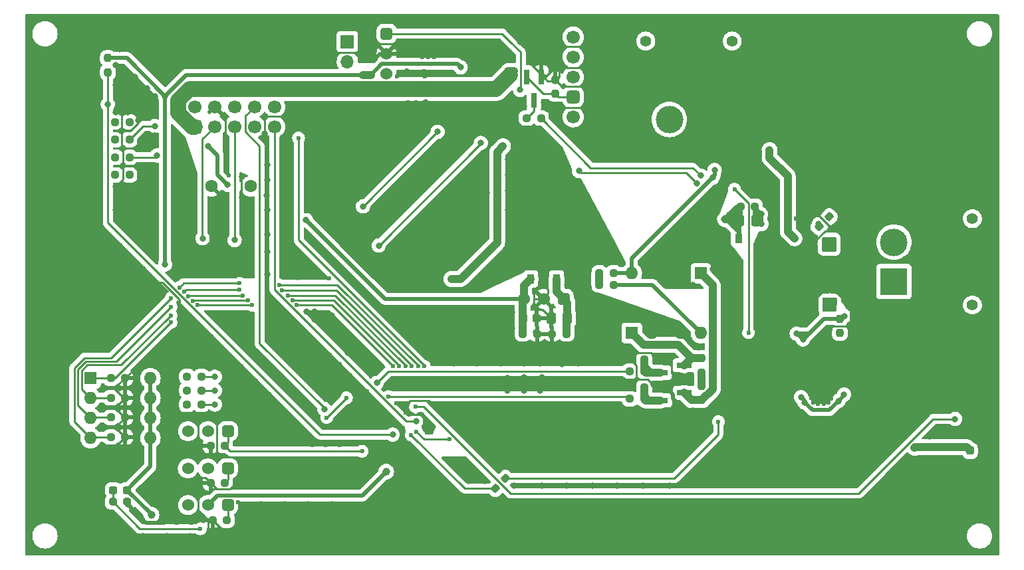
<source format=gbl>
%TF.GenerationSoftware,KiCad,Pcbnew,(6.0.11)*%
%TF.CreationDate,2023-08-03T06:57:00+09:00*%
%TF.ProjectId,motordriver,6d6f746f-7264-4726-9976-65722e6b6963,rev?*%
%TF.SameCoordinates,Original*%
%TF.FileFunction,Copper,L2,Bot*%
%TF.FilePolarity,Positive*%
%FSLAX46Y46*%
G04 Gerber Fmt 4.6, Leading zero omitted, Abs format (unit mm)*
G04 Created by KiCad (PCBNEW (6.0.11)) date 2023-08-03 06:57:00*
%MOMM*%
%LPD*%
G01*
G04 APERTURE LIST*
G04 Aperture macros list*
%AMRoundRect*
0 Rectangle with rounded corners*
0 $1 Rounding radius*
0 $2 $3 $4 $5 $6 $7 $8 $9 X,Y pos of 4 corners*
0 Add a 4 corners polygon primitive as box body*
4,1,4,$2,$3,$4,$5,$6,$7,$8,$9,$2,$3,0*
0 Add four circle primitives for the rounded corners*
1,1,$1+$1,$2,$3*
1,1,$1+$1,$4,$5*
1,1,$1+$1,$6,$7*
1,1,$1+$1,$8,$9*
0 Add four rect primitives between the rounded corners*
20,1,$1+$1,$2,$3,$4,$5,0*
20,1,$1+$1,$4,$5,$6,$7,0*
20,1,$1+$1,$6,$7,$8,$9,0*
20,1,$1+$1,$8,$9,$2,$3,0*%
G04 Aperture macros list end*
%TA.AperFunction,ComponentPad*%
%ADD10RoundRect,0.250000X0.600000X-0.600000X0.600000X0.600000X-0.600000X0.600000X-0.600000X-0.600000X0*%
%TD*%
%TA.AperFunction,ComponentPad*%
%ADD11C,1.700000*%
%TD*%
%TA.AperFunction,ComponentPad*%
%ADD12R,1.700000X1.700000*%
%TD*%
%TA.AperFunction,ComponentPad*%
%ADD13O,1.700000X1.700000*%
%TD*%
%TA.AperFunction,ComponentPad*%
%ADD14RoundRect,0.425000X0.425000X0.425000X-0.425000X0.425000X-0.425000X-0.425000X0.425000X-0.425000X0*%
%TD*%
%TA.AperFunction,ComponentPad*%
%ADD15R,1.600000X1.600000*%
%TD*%
%TA.AperFunction,ComponentPad*%
%ADD16O,1.600000X1.600000*%
%TD*%
%TA.AperFunction,ComponentPad*%
%ADD17RoundRect,0.381000X-0.381000X0.381000X-0.381000X-0.381000X0.381000X-0.381000X0.381000X0.381000X0*%
%TD*%
%TA.AperFunction,ComponentPad*%
%ADD18C,1.524000*%
%TD*%
%TA.AperFunction,ComponentPad*%
%ADD19C,1.400000*%
%TD*%
%TA.AperFunction,ComponentPad*%
%ADD20R,3.500000X3.500000*%
%TD*%
%TA.AperFunction,ComponentPad*%
%ADD21C,3.500000*%
%TD*%
%TA.AperFunction,ComponentPad*%
%ADD22C,1.600000*%
%TD*%
%TA.AperFunction,ComponentPad*%
%ADD23RoundRect,0.381000X-0.381000X-0.381000X0.381000X-0.381000X0.381000X0.381000X-0.381000X0.381000X0*%
%TD*%
%TA.AperFunction,SMDPad,CuDef*%
%ADD24RoundRect,0.237500X-0.237500X0.250000X-0.237500X-0.250000X0.237500X-0.250000X0.237500X0.250000X0*%
%TD*%
%TA.AperFunction,SMDPad,CuDef*%
%ADD25RoundRect,0.237500X-0.237500X0.300000X-0.237500X-0.300000X0.237500X-0.300000X0.237500X0.300000X0*%
%TD*%
%TA.AperFunction,SMDPad,CuDef*%
%ADD26RoundRect,0.237500X-0.250000X-0.237500X0.250000X-0.237500X0.250000X0.237500X-0.250000X0.237500X0*%
%TD*%
%TA.AperFunction,SMDPad,CuDef*%
%ADD27RoundRect,0.237500X-0.300000X-0.237500X0.300000X-0.237500X0.300000X0.237500X-0.300000X0.237500X0*%
%TD*%
%TA.AperFunction,SMDPad,CuDef*%
%ADD28RoundRect,0.237500X0.237500X-0.250000X0.237500X0.250000X-0.237500X0.250000X-0.237500X-0.250000X0*%
%TD*%
%TA.AperFunction,SMDPad,CuDef*%
%ADD29RoundRect,0.237500X0.250000X0.237500X-0.250000X0.237500X-0.250000X-0.237500X0.250000X-0.237500X0*%
%TD*%
%TA.AperFunction,SMDPad,CuDef*%
%ADD30RoundRect,0.237500X0.008839X0.344715X-0.344715X-0.008839X-0.008839X-0.344715X0.344715X0.008839X0*%
%TD*%
%TA.AperFunction,SMDPad,CuDef*%
%ADD31R,1.900000X0.800000*%
%TD*%
%TA.AperFunction,SMDPad,CuDef*%
%ADD32R,0.900000X1.200000*%
%TD*%
%TA.AperFunction,SMDPad,CuDef*%
%ADD33RoundRect,0.250000X-0.337500X-0.475000X0.337500X-0.475000X0.337500X0.475000X-0.337500X0.475000X0*%
%TD*%
%TA.AperFunction,SMDPad,CuDef*%
%ADD34R,0.800000X1.900000*%
%TD*%
%TA.AperFunction,SMDPad,CuDef*%
%ADD35RoundRect,0.250000X0.337500X0.475000X-0.337500X0.475000X-0.337500X-0.475000X0.337500X-0.475000X0*%
%TD*%
%TA.AperFunction,SMDPad,CuDef*%
%ADD36RoundRect,0.237500X0.300000X0.237500X-0.300000X0.237500X-0.300000X-0.237500X0.300000X-0.237500X0*%
%TD*%
%TA.AperFunction,SMDPad,CuDef*%
%ADD37RoundRect,0.237500X-0.008839X-0.344715X0.344715X0.008839X0.008839X0.344715X-0.344715X-0.008839X0*%
%TD*%
%TA.AperFunction,ViaPad*%
%ADD38C,0.600000*%
%TD*%
%TA.AperFunction,ViaPad*%
%ADD39C,1.000000*%
%TD*%
%TA.AperFunction,ViaPad*%
%ADD40C,0.800000*%
%TD*%
%TA.AperFunction,Conductor*%
%ADD41C,0.250000*%
%TD*%
%TA.AperFunction,Conductor*%
%ADD42C,0.500000*%
%TD*%
%TA.AperFunction,Conductor*%
%ADD43C,1.000000*%
%TD*%
%TA.AperFunction,Conductor*%
%ADD44C,2.000000*%
%TD*%
G04 APERTURE END LIST*
D10*
%TO.P,J2,1,Pin_1*%
%TO.N,VBUS*%
X109320000Y-72090000D03*
D11*
%TO.P,J2,2,Pin_2*%
%TO.N,+3.3V*%
X109320000Y-69550000D03*
%TO.P,J2,3,Pin_3*%
%TO.N,TCK*%
X111860000Y-72090000D03*
%TO.P,J2,4,Pin_4*%
%TO.N,GND*%
X111860000Y-69550000D03*
%TO.P,J2,5,Pin_5*%
%TO.N,TMS*%
X114400000Y-72090000D03*
%TO.P,J2,6,Pin_6*%
%TO.N,NRST*%
X114400000Y-69550000D03*
%TO.P,J2,7,Pin_7*%
%TO.N,unconnected-(J2-Pad7)*%
X116940000Y-72090000D03*
%TO.P,J2,8,Pin_8*%
%TO.N,MainRX2_STLinkTX*%
X116940000Y-69550000D03*
%TO.P,J2,9,Pin_9*%
%TO.N,MainTX2_STLinkRX*%
X119480000Y-72090000D03*
%TO.P,J2,10,Pin_10*%
%TO.N,unconnected-(J2-Pad10)*%
X119480000Y-69550000D03*
%TD*%
D12*
%TO.P,JP1,1,A*%
%TO.N,RS485_MD_A*%
X128750000Y-61250000D03*
D13*
%TO.P,JP1,2,B*%
%TO.N,Net-(JP1-Pad2)*%
X128750000Y-63790000D03*
%TD*%
D14*
%TO.P,SW6,1,A*%
%TO.N,\u4E3B\u96FB\u6E90\u30B9\u30A4\u30C3\u30C1*%
X157500000Y-68290000D03*
D11*
%TO.P,SW6,2,B*%
%TO.N,/S-S*%
X157500000Y-65750000D03*
%TO.P,SW6,3,C*%
%TO.N,unconnected-(SW6-Pad3)*%
X157500000Y-63210000D03*
%TO.P,SW6,4*%
%TO.N,N/C*%
X157500000Y-70830000D03*
%TO.P,SW6,5*%
X157500000Y-60670000D03*
%TD*%
D15*
%TO.P,SW5,1*%
%TO.N,DIPSW1*%
X96050000Y-104150000D03*
D16*
%TO.P,SW5,2*%
%TO.N,DIPSW2*%
X96050000Y-106690000D03*
%TO.P,SW5,3*%
%TO.N,DIPSW3*%
X96050000Y-109230000D03*
%TO.P,SW5,4*%
%TO.N,DIPSW4*%
X96050000Y-111770000D03*
%TO.P,SW5,5*%
%TO.N,+3.3V*%
X103670000Y-111770000D03*
%TO.P,SW5,6*%
X103670000Y-109230000D03*
%TO.P,SW5,7*%
X103670000Y-106690000D03*
%TO.P,SW5,8*%
X103670000Y-104150000D03*
%TD*%
D17*
%TO.P,U1,1,VI*%
%TO.N,VDD*%
X156290000Y-94028000D03*
D18*
%TO.P,U1,2,GND*%
%TO.N,GND*%
X153750000Y-94028000D03*
%TO.P,U1,3,VO*%
%TO.N,/VSYS*%
X151210000Y-94028000D03*
%TD*%
D19*
%TO.P,J1,*%
%TO.N,*%
X166750000Y-61175000D03*
X177750000Y-61175000D03*
D20*
%TO.P,J1,1,Pin_1*%
%TO.N,GND*%
X174750000Y-71175000D03*
D21*
%TO.P,J1,2,Pin_2*%
%TO.N,+7.5V*%
X169750000Y-71175000D03*
%TD*%
D17*
%TO.P,SW3,1,A*%
%TO.N,Slide_Switch2*%
X113540000Y-120312500D03*
D18*
%TO.P,SW3,2,B*%
%TO.N,+3.3V*%
X111000000Y-120312500D03*
%TO.P,SW3,3,C*%
%TO.N,unconnected-(SW3-Pad3)*%
X108460000Y-120312500D03*
%TD*%
D15*
%TO.P,U5,1*%
%TO.N,Net-(Q10-Pad3)*%
X164975000Y-98390000D03*
D16*
%TO.P,U5,2*%
%TO.N,GND*%
X167515000Y-98390000D03*
%TO.P,U5,3*%
X167515000Y-90770000D03*
%TO.P,U5,4*%
%TO.N,Net-(R40-Pad1)*%
X164975000Y-90770000D03*
%TD*%
D19*
%TO.P,J4,*%
%TO.N,*%
X208350000Y-83815000D03*
X208350000Y-94815000D03*
D20*
%TO.P,J4,1,Pin_1*%
%TO.N,Motor_A*%
X198350000Y-91815000D03*
D21*
%TO.P,J4,2,Pin_2*%
%TO.N,Motor_B*%
X198350000Y-86815000D03*
%TD*%
D15*
%TO.P,U4,1*%
%TO.N,Net-(Q9-Pad3)*%
X173775000Y-90790000D03*
D16*
%TO.P,U4,2*%
%TO.N,GND*%
X171235000Y-90790000D03*
%TO.P,U4,3*%
X171235000Y-98410000D03*
%TO.P,U4,4*%
%TO.N,Net-(R39-Pad1)*%
X173775000Y-98410000D03*
%TD*%
D22*
%TO.P,C12,1*%
%TO.N,GND*%
X111450000Y-79692500D03*
%TO.P,C12,2*%
%TO.N,Net-(C12-Pad2)*%
X116450000Y-79692500D03*
%TD*%
D23*
%TO.P,SW9,1,A*%
%TO.N,Net-(Q15-Pad3)*%
X133750000Y-60240000D03*
D18*
%TO.P,SW9,2,B*%
%TO.N,GND*%
X133750000Y-62780000D03*
%TO.P,SW9,3,C*%
%TO.N,unconnected-(SW9-Pad3)*%
X133750000Y-65320000D03*
%TD*%
D17*
%TO.P,SW2,1,A*%
%TO.N,Slide_Switch1*%
X113530000Y-115650000D03*
D18*
%TO.P,SW2,2,B*%
%TO.N,+3.3V*%
X110990000Y-115650000D03*
%TO.P,SW2,3,C*%
%TO.N,unconnected-(SW2-Pad3)*%
X108450000Y-115650000D03*
%TD*%
D17*
%TO.P,SW7,1,A*%
%TO.N,BOOT0*%
X113540000Y-110900000D03*
D18*
%TO.P,SW7,2,B*%
%TO.N,+3.3V*%
X111000000Y-110900000D03*
%TO.P,SW7,3,C*%
%TO.N,unconnected-(SW7-Pad3)*%
X108460000Y-110900000D03*
%TD*%
D24*
%TO.P,R37,1*%
%TO.N,+3.3V*%
X173887501Y-105121053D03*
%TO.P,R37,2*%
%TO.N,Net-(Q9-Pad3)*%
X173887501Y-106946053D03*
%TD*%
D25*
%TO.P,C24,1*%
%TO.N,+3.3V*%
X208050000Y-113387500D03*
%TO.P,C24,2*%
%TO.N,GND*%
X208050000Y-115112500D03*
%TD*%
D26*
%TO.P,R34,1*%
%TO.N,PWM_B*%
X164725000Y-103249999D03*
%TO.P,R34,2*%
%TO.N,Net-(Q10-Pad1)*%
X166550000Y-103249999D03*
%TD*%
%TO.P,R36,1*%
%TO.N,GND*%
X164725000Y-101750000D03*
%TO.P,R36,2*%
%TO.N,Net-(Q10-Pad1)*%
X166550000Y-101750000D03*
%TD*%
%TO.P,R30,1*%
%TO.N,Net-(D9-Pad2)*%
X99174999Y-76000000D03*
%TO.P,R30,2*%
%TO.N,IndicatorLED*%
X100999999Y-76000000D03*
%TD*%
D27*
%TO.P,C8,1*%
%TO.N,/VSYS*%
X151137500Y-96500000D03*
%TO.P,C8,2*%
%TO.N,GND*%
X152862500Y-96500000D03*
%TD*%
D28*
%TO.P,R38,1*%
%TO.N,+3.3V*%
X173887501Y-103412500D03*
%TO.P,R38,2*%
%TO.N,Net-(Q10-Pad3)*%
X173887501Y-101587500D03*
%TD*%
D29*
%TO.P,R12,1*%
%TO.N,Net-(D3-Pad2)*%
X110162500Y-105700000D03*
%TO.P,R12,2*%
%TO.N,LED2*%
X108337500Y-105700000D03*
%TD*%
D26*
%TO.P,R28,1*%
%TO.N,Net-(D7-Pad2)*%
X99175000Y-71500001D03*
%TO.P,R28,2*%
%TO.N,/VSYS*%
X101000000Y-71500001D03*
%TD*%
D29*
%TO.P,R20,1*%
%TO.N,BOOT0*%
X113162500Y-112750000D03*
%TO.P,R20,2*%
%TO.N,GND*%
X111337500Y-112750000D03*
%TD*%
D28*
%TO.P,R45,1*%
%TO.N,Motor_A*%
X191465000Y-98382500D03*
%TO.P,R45,2*%
%TO.N,Net-(Q11-Pad4)*%
X191465000Y-96557500D03*
%TD*%
D29*
%TO.P,R13,1*%
%TO.N,GND*%
X100462500Y-106650000D03*
%TO.P,R13,2*%
%TO.N,DIPSW2*%
X98637500Y-106650000D03*
%TD*%
D30*
%TO.P,R47,1*%
%TO.N,Motor_B*%
X190110235Y-83574765D03*
%TO.P,R47,2*%
%TO.N,Net-(Q13-Pad4)*%
X188819765Y-84865235D03*
%TD*%
D29*
%TO.P,R2,1*%
%TO.N,Slide_Switch1*%
X113162500Y-117500000D03*
%TO.P,R2,2*%
%TO.N,GND*%
X111337500Y-117500000D03*
%TD*%
D31*
%TO.P,Q9,1,G*%
%TO.N,Net-(Q9-Pad1)*%
X168637500Y-106983554D03*
%TO.P,Q9,2,S*%
%TO.N,GND*%
X168637500Y-105083554D03*
%TO.P,Q9,3,D*%
%TO.N,Net-(Q9-Pad3)*%
X171637500Y-106033554D03*
%TD*%
D32*
%TO.P,D1,1,K*%
%TO.N,/S-S*%
X178550000Y-86340000D03*
%TO.P,D1,2,A*%
%TO.N,GND*%
X181850000Y-86340000D03*
%TD*%
D33*
%TO.P,C3,1*%
%TO.N,/S-S*%
X178712500Y-84090000D03*
%TO.P,C3,2*%
%TO.N,Net-(C3-Pad2)*%
X180787500Y-84090000D03*
%TD*%
D32*
%TO.P,D4,1,K*%
%TO.N,VDD*%
X155400000Y-91500000D03*
%TO.P,D4,2,A*%
%TO.N,/VSYS*%
X152100000Y-91500000D03*
%TD*%
D34*
%TO.P,Q2,1,G*%
%TO.N,\u4E3B\u96FB\u6E90\u30B9\u30A4\u30C3\u30C1*%
X151550000Y-65750000D03*
%TO.P,Q2,2,S*%
%TO.N,GND*%
X153450000Y-65750000D03*
%TO.P,Q2,3,D*%
%TO.N,Net-(Q2-Pad3)*%
X152500000Y-68750000D03*
%TD*%
D29*
%TO.P,R1,1*%
%TO.N,GND*%
X100712500Y-119900000D03*
%TO.P,R1,2*%
%TO.N,Tact_Switch1*%
X98887500Y-119900000D03*
%TD*%
D26*
%TO.P,R33,1*%
%TO.N,PWM_A*%
X164725000Y-106783554D03*
%TO.P,R33,2*%
%TO.N,Net-(Q9-Pad1)*%
X166550000Y-106783554D03*
%TD*%
D35*
%TO.P,C6,1*%
%TO.N,VDD*%
X156787500Y-96500000D03*
%TO.P,C6,2*%
%TO.N,GND*%
X154712500Y-96500000D03*
%TD*%
D29*
%TO.P,R11,1*%
%TO.N,Net-(D2-Pad2)*%
X110162500Y-103950000D03*
%TO.P,R11,2*%
%TO.N,LED1*%
X108337500Y-103950000D03*
%TD*%
%TO.P,R15,1*%
%TO.N,GND*%
X100462500Y-109150000D03*
%TO.P,R15,2*%
%TO.N,DIPSW3*%
X98637500Y-109150000D03*
%TD*%
D26*
%TO.P,R29,1*%
%TO.N,Net-(D8-Pad2)*%
X99174999Y-73750000D03*
%TO.P,R29,2*%
%TO.N,VBUS*%
X100999999Y-73750000D03*
%TD*%
%TO.P,R6,1*%
%TO.N,/S-S*%
X178837500Y-82265000D03*
%TO.P,R6,2*%
%TO.N,Net-(C3-Pad2)*%
X180662500Y-82265000D03*
%TD*%
D31*
%TO.P,Q10,1,G*%
%TO.N,Net-(Q10-Pad1)*%
X168637500Y-103450000D03*
%TO.P,Q10,2,S*%
%TO.N,GND*%
X168637500Y-101550000D03*
%TO.P,Q10,3,D*%
%TO.N,Net-(Q10-Pad3)*%
X171637500Y-102500000D03*
%TD*%
D35*
%TO.P,C17,1*%
%TO.N,VDD*%
X190167500Y-94800000D03*
%TO.P,C17,2*%
%TO.N,GND*%
X188092500Y-94800000D03*
%TD*%
D29*
%TO.P,R21,1*%
%TO.N,GND*%
X152912500Y-98500000D03*
%TO.P,R21,2*%
%TO.N,/VSYS*%
X151087500Y-98500000D03*
%TD*%
D26*
%TO.P,R31,1*%
%TO.N,Net-(D10-Pad2)*%
X99174999Y-78250000D03*
%TO.P,R31,2*%
%TO.N,+5V*%
X100999999Y-78250000D03*
%TD*%
D24*
%TO.P,R18,1*%
%TO.N,+3.3V*%
X98250000Y-63337500D03*
%TO.P,R18,2*%
%TO.N,NRST*%
X98250000Y-65162500D03*
%TD*%
D29*
%TO.P,R3,1*%
%TO.N,Slide_Switch2*%
X113412500Y-122250000D03*
%TO.P,R3,2*%
%TO.N,GND*%
X111587500Y-122250000D03*
%TD*%
D26*
%TO.P,R35,1*%
%TO.N,GND*%
X164725000Y-105283554D03*
%TO.P,R35,2*%
%TO.N,Net-(Q9-Pad1)*%
X166550000Y-105283554D03*
%TD*%
D28*
%TO.P,R14,1*%
%TO.N,\u4E3B\u96FB\u6E90\u30B9\u30A4\u30C3\u30C1*%
X155250000Y-67912500D03*
%TO.P,R14,2*%
%TO.N,GND*%
X155250000Y-66087500D03*
%TD*%
D29*
%TO.P,R16,1*%
%TO.N,GND*%
X100462500Y-111650000D03*
%TO.P,R16,2*%
%TO.N,DIPSW4*%
X98637500Y-111650000D03*
%TD*%
%TO.P,R39,1*%
%TO.N,Net-(R39-Pad1)*%
X162662500Y-92250000D03*
%TO.P,R39,2*%
%TO.N,+5V*%
X160837500Y-92250000D03*
%TD*%
%TO.P,R8,1*%
%TO.N,GND*%
X100462500Y-104150000D03*
%TO.P,R8,2*%
%TO.N,DIPSW1*%
X98637500Y-104150000D03*
%TD*%
D36*
%TO.P,C1,1*%
%TO.N,+3.3V*%
X100662500Y-118400000D03*
%TO.P,C1,2*%
%TO.N,Tact_Switch1*%
X98937500Y-118400000D03*
%TD*%
D37*
%TO.P,R55,1*%
%TO.N,Net-(R55-Pad1)*%
X147604765Y-118195235D03*
%TO.P,R55,2*%
%TO.N,shutdown*%
X148895235Y-116904765D03*
%TD*%
D24*
%TO.P,R5,1*%
%TO.N,/S-S*%
X177000000Y-83927500D03*
%TO.P,R5,2*%
%TO.N,GND*%
X177000000Y-85752500D03*
%TD*%
D29*
%TO.P,R19,1*%
%TO.N,Net-(D5-Pad2)*%
X110162500Y-107500000D03*
%TO.P,R19,2*%
%TO.N,BOOT0*%
X108337500Y-107500000D03*
%TD*%
D35*
%TO.P,C16,1*%
%TO.N,VDD*%
X190087500Y-87050000D03*
%TO.P,C16,2*%
%TO.N,GND*%
X188012500Y-87050000D03*
%TD*%
D26*
%TO.P,R17,1*%
%TO.N,GND*%
X154837500Y-98500000D03*
%TO.P,R17,2*%
%TO.N,VDD*%
X156662500Y-98500000D03*
%TD*%
D29*
%TO.P,R40,1*%
%TO.N,Net-(R40-Pad1)*%
X162662500Y-90750000D03*
%TO.P,R40,2*%
%TO.N,+5V*%
X160837500Y-90750000D03*
%TD*%
%TO.P,R7,1*%
%TO.N,Net-(C3-Pad2)*%
X153412500Y-71000000D03*
%TO.P,R7,2*%
%TO.N,Net-(Q2-Pad3)*%
X151587500Y-71000000D03*
%TD*%
D38*
%TO.N,Net-(R55-Pad1)*%
X136893116Y-111405750D03*
D39*
%TO.N,+3.3V*%
X133689950Y-116077450D03*
D38*
X205550000Y-112950000D03*
D39*
X103800000Y-121550000D03*
D38*
X206150000Y-112950000D03*
D40*
X105550000Y-89650000D03*
D39*
X131749999Y-65499999D03*
D40*
X143177947Y-64540129D03*
D39*
X143200000Y-91500000D03*
X147825000Y-75325000D03*
D40*
X105550000Y-68200000D03*
D38*
X204950000Y-112950000D03*
D39*
X202250000Y-112950000D03*
X200975000Y-113025000D03*
X148575000Y-74575000D03*
D38*
X204350000Y-112950000D03*
D40*
X100736136Y-118463864D03*
D39*
X173887501Y-105121053D03*
X173887501Y-103412500D03*
D38*
X206750000Y-112950000D03*
D39*
X130750000Y-65500000D03*
X142000000Y-91500000D03*
D40*
%TO.N,Tact_Switch1*%
X98937500Y-118400000D03*
D38*
X110050000Y-123350000D03*
D40*
%TO.N,/S-S*%
X177447500Y-83302500D03*
X176750000Y-83855000D03*
X158250000Y-77750000D03*
X173250000Y-79340000D03*
%TO.N,Net-(C3-Pad2)*%
X173750000Y-78340000D03*
X181429261Y-83255866D03*
X181500000Y-84500000D03*
D38*
%TO.N,VBUS*%
X150000000Y-65000000D03*
X149675500Y-65587500D03*
D40*
X104250000Y-72000000D03*
D38*
X149250000Y-65000000D03*
%TO.N,GND*%
X122650000Y-112150000D03*
D40*
X117050000Y-104550000D03*
X180750000Y-69250000D03*
D38*
X136450000Y-62550000D03*
D40*
X165750000Y-126250000D03*
X111750000Y-58250000D03*
X180750000Y-126250000D03*
X159750000Y-63250000D03*
X192600000Y-74600000D03*
X151250000Y-85500000D03*
X101750000Y-103250000D03*
X96750000Y-58250000D03*
X142250000Y-100250000D03*
X190000000Y-72350000D03*
X106880000Y-75880000D03*
X114650000Y-117450000D03*
X93750000Y-78250000D03*
X93750000Y-111250000D03*
X177750000Y-58250000D03*
X162750000Y-66250000D03*
D38*
X190000000Y-107240000D03*
D40*
X204750000Y-81250000D03*
X201750000Y-66250000D03*
X154800000Y-122330000D03*
X153750000Y-69000000D03*
X165500000Y-111250000D03*
X108190000Y-77540000D03*
X188800000Y-73250000D03*
X157750000Y-111250000D03*
X167750000Y-108750000D03*
X152250000Y-109250000D03*
X177750000Y-69250000D03*
X93750000Y-96250000D03*
X186720000Y-110500000D03*
X144250000Y-117250000D03*
X165750000Y-58250000D03*
X132850000Y-91350000D03*
X203550000Y-117550000D03*
X146500000Y-80500000D03*
X154750000Y-119990000D03*
X157750000Y-115250000D03*
X141750000Y-124750000D03*
X165750000Y-124750000D03*
X118550000Y-82750000D03*
X90750000Y-81250000D03*
X184910000Y-109220000D03*
X118530000Y-78910000D03*
X96750000Y-99250000D03*
X145250000Y-104750000D03*
X129750000Y-72250000D03*
X121060000Y-70770000D03*
X136750000Y-114750000D03*
X111150000Y-102050000D03*
X198750000Y-69250000D03*
X108750000Y-87250000D03*
X152000000Y-80500000D03*
X115380000Y-81110000D03*
D38*
X188050000Y-99450000D03*
D40*
X145250000Y-102250000D03*
X169800000Y-122330000D03*
X191740000Y-117770000D03*
X128750000Y-114750000D03*
X99750000Y-58250000D03*
X145750000Y-119990000D03*
D38*
X132250000Y-110350000D03*
D40*
X93750000Y-99250000D03*
X204750000Y-84250000D03*
X165500000Y-109500000D03*
X148250000Y-100250000D03*
X185000000Y-74000000D03*
X141250000Y-80500000D03*
X105050000Y-112950000D03*
X104250000Y-100750000D03*
X210750000Y-96250000D03*
X177000000Y-111500000D03*
X206650000Y-118350000D03*
X131450000Y-90050000D03*
X93750000Y-84250000D03*
X197720000Y-122260000D03*
X147750000Y-126250000D03*
X178750000Y-119990000D03*
X88250000Y-63250000D03*
X118650000Y-96050000D03*
X168750000Y-63250000D03*
X145750000Y-95750000D03*
D38*
X112150000Y-113850000D03*
D40*
X158250000Y-104750000D03*
D38*
X104650000Y-105350000D03*
D40*
X103750000Y-74750000D03*
X156750000Y-92250000D03*
D38*
X188450000Y-106040000D03*
D40*
X183750000Y-66250000D03*
X189650000Y-73150000D03*
D38*
X119450000Y-110050000D03*
D40*
X102150000Y-77050000D03*
X90750000Y-108250000D03*
X101750000Y-82750000D03*
X210750000Y-78250000D03*
X109750000Y-116850000D03*
X197750000Y-111250000D03*
X141750000Y-114750000D03*
X121750000Y-87250000D03*
X156750000Y-126250000D03*
X113550000Y-104050000D03*
X105550000Y-117850000D03*
X113250000Y-87350000D03*
X109750000Y-118850000D03*
X115350000Y-96050000D03*
X97250000Y-120250000D03*
X200750000Y-108250000D03*
X107550000Y-97650000D03*
X88250000Y-90250000D03*
X123750000Y-61250000D03*
X180750000Y-66250000D03*
X137250000Y-73750000D03*
X105750000Y-64250000D03*
X178750000Y-105250000D03*
X204950000Y-122450000D03*
X150750000Y-58250000D03*
X102950000Y-73250000D03*
X143000000Y-78750000D03*
X154750000Y-96750000D03*
X139090000Y-78770000D03*
X90750000Y-78250000D03*
X171750000Y-68750000D03*
X188000000Y-80000000D03*
X158750000Y-92250000D03*
X106750000Y-84250000D03*
D38*
X130650000Y-110350000D03*
X183641637Y-96598363D03*
D40*
X104250000Y-69750000D03*
X178750000Y-108250000D03*
X192610000Y-111490000D03*
X139750000Y-119990000D03*
X132850000Y-88650000D03*
X108750000Y-126250000D03*
X138750000Y-126250000D03*
X92750000Y-102250000D03*
D38*
X161750000Y-89750000D03*
X188100000Y-107240000D03*
D40*
X144750000Y-124750000D03*
X178750000Y-111250000D03*
X96750000Y-69250000D03*
X172740000Y-117770000D03*
D38*
X117650000Y-110050000D03*
D40*
X192700000Y-75400000D03*
X114750000Y-64250000D03*
X102750000Y-118750000D03*
X143750000Y-114750000D03*
X207750000Y-66250000D03*
X151250000Y-102250000D03*
X107050000Y-109550000D03*
X107850000Y-117950000D03*
X99750000Y-126250000D03*
D38*
X132250000Y-114450000D03*
D40*
X138750000Y-101250000D03*
X207750000Y-96250000D03*
X170000000Y-101500000D03*
D38*
X130950000Y-62450000D03*
D40*
X121000000Y-76990000D03*
D38*
X190400000Y-106790000D03*
D40*
X101250000Y-115750000D03*
X113650000Y-107550000D03*
X159250000Y-69250000D03*
X193070000Y-109650000D03*
D38*
X188050000Y-100290000D03*
D40*
X145250000Y-100250000D03*
D38*
X139850000Y-63250000D03*
X184600000Y-105540000D03*
X138250000Y-108750000D03*
D40*
X132750000Y-126250000D03*
X207750000Y-87250000D03*
X135750000Y-75250000D03*
D38*
X136500000Y-69000000D03*
D40*
X166750000Y-119990000D03*
X112950000Y-97350000D03*
X106940000Y-73780000D03*
X118750000Y-106250000D03*
X155250000Y-80500000D03*
X97450000Y-112850000D03*
X135750000Y-124750000D03*
X166800000Y-122330000D03*
X150000000Y-69000000D03*
X108750000Y-58250000D03*
X123750000Y-126250000D03*
X185840000Y-110500000D03*
X158612500Y-88112500D03*
X118550000Y-85850000D03*
X126750000Y-72250000D03*
D38*
X190400000Y-106190000D03*
D40*
X179500000Y-73500000D03*
X153750000Y-126250000D03*
D38*
X128950000Y-108850000D03*
D40*
X200350000Y-117650000D03*
X151750000Y-90000000D03*
X188760000Y-110450000D03*
X126940000Y-79970000D03*
X173500000Y-75250000D03*
X193350000Y-117650000D03*
X107050000Y-114350000D03*
X207750000Y-72250000D03*
X178750000Y-114750000D03*
X168750000Y-126250000D03*
X186750000Y-58250000D03*
X163800000Y-122330000D03*
X160750000Y-115250000D03*
X121950000Y-106050000D03*
X181250000Y-105250000D03*
X155000000Y-71000000D03*
X207750000Y-99250000D03*
X189100000Y-72350000D03*
X138750000Y-69000000D03*
X101750000Y-65750000D03*
X177000000Y-103000000D03*
X153540000Y-104040000D03*
X147000000Y-71000000D03*
X207350000Y-61250000D03*
X132750000Y-69250000D03*
D38*
X112150000Y-114550000D03*
D40*
X127750000Y-115750000D03*
X204750000Y-96250000D03*
X151750000Y-119990000D03*
X201750000Y-75250000D03*
X201750000Y-99250000D03*
X149750000Y-107750000D03*
D38*
X139550000Y-102150000D03*
D40*
X156750000Y-90250000D03*
X174750000Y-58250000D03*
X180750000Y-124750000D03*
X152000000Y-76000000D03*
X138750000Y-71000000D03*
X99550000Y-98950000D03*
X185720000Y-111410000D03*
X187420000Y-111410000D03*
X96750000Y-66250000D03*
X107250000Y-112350000D03*
X191150000Y-73800000D03*
X90750000Y-126250000D03*
X147250000Y-111250000D03*
X192750000Y-61250000D03*
X126750000Y-120250000D03*
X120150000Y-100750000D03*
X149250000Y-76250000D03*
X118550000Y-88050000D03*
X114750000Y-123250000D03*
D38*
X183875000Y-104815000D03*
D40*
X163500000Y-107750000D03*
D38*
X189050000Y-106890000D03*
D40*
X154750000Y-111250000D03*
D38*
X133450000Y-105550000D03*
D40*
X109450000Y-99750000D03*
X189750000Y-124750000D03*
X202850000Y-111550000D03*
X128150000Y-86550000D03*
X151000000Y-74250000D03*
X210750000Y-99250000D03*
X109450000Y-102550000D03*
X145750000Y-97750000D03*
X129800000Y-84670000D03*
X96750000Y-93250000D03*
X142250000Y-71000000D03*
X172750000Y-92250000D03*
X96750000Y-96250000D03*
X160750000Y-119990000D03*
X123900000Y-77070000D03*
X175740000Y-117770000D03*
X181740000Y-117770000D03*
X102750000Y-63250000D03*
X155250000Y-74500000D03*
D38*
X127750000Y-112650000D03*
D40*
X192750000Y-72250000D03*
X90750000Y-93250000D03*
X198750000Y-124750000D03*
X152750000Y-96250000D03*
D38*
X123650000Y-108250000D03*
D40*
X88250000Y-78250000D03*
X130950000Y-100550000D03*
X111750000Y-124250000D03*
X105750000Y-124250000D03*
X180500000Y-102250000D03*
X144500000Y-82750000D03*
X104250000Y-94250000D03*
X168750000Y-68250000D03*
X174250000Y-111500000D03*
X193590000Y-108270000D03*
D38*
X139050000Y-63250000D03*
D40*
X190900000Y-74600000D03*
X210750000Y-66250000D03*
X96750000Y-90250000D03*
D38*
X189800000Y-106140000D03*
D40*
X162750000Y-104500000D03*
X177750000Y-72250000D03*
X190740000Y-111510000D03*
X203550000Y-114350000D03*
X181250000Y-74000000D03*
X153270000Y-105720000D03*
X198750000Y-72250000D03*
X186750000Y-66250000D03*
X111450000Y-95950000D03*
X184750000Y-108250000D03*
X198750000Y-63250000D03*
X173500000Y-100250000D03*
X121020000Y-73090000D03*
X114750000Y-58250000D03*
X99950000Y-72650000D03*
X97250000Y-118250000D03*
X195750000Y-124750000D03*
X154750000Y-107750000D03*
X180750000Y-72250000D03*
X178750000Y-99750000D03*
X105750000Y-66250000D03*
X149750000Y-109250000D03*
X201750000Y-72250000D03*
X102250000Y-114250000D03*
X88250000Y-93250000D03*
X88150000Y-58350000D03*
D38*
X186250000Y-96340000D03*
D40*
X120750000Y-123250000D03*
X102250000Y-68250000D03*
X96750000Y-84250000D03*
X211050000Y-108750000D03*
X155750000Y-86000000D03*
X151750000Y-115250000D03*
X175800000Y-122330000D03*
X207950000Y-108850000D03*
X172750000Y-108250000D03*
X195750000Y-69250000D03*
X204750000Y-102250000D03*
D38*
X132200000Y-63500000D03*
X182150000Y-96340000D03*
D40*
X151280000Y-105700000D03*
D38*
X125950000Y-63250000D03*
D40*
X102150000Y-71250000D03*
X122650000Y-97750000D03*
X176000000Y-75250000D03*
X105050000Y-110550000D03*
X183750000Y-124750000D03*
X168750000Y-124750000D03*
D38*
X178750000Y-78500000D03*
D40*
X104950000Y-115350000D03*
X194750000Y-111250000D03*
X146250000Y-76750000D03*
X148500000Y-71250000D03*
D38*
X183300000Y-103840000D03*
X187000000Y-102640000D03*
D40*
X189570000Y-109440000D03*
X126410000Y-84670000D03*
D38*
X187850000Y-105990000D03*
D40*
X165750000Y-63250000D03*
X169250000Y-91750000D03*
X166750000Y-115250000D03*
D38*
X114550000Y-112450000D03*
D40*
X156250000Y-104750000D03*
X97350000Y-107950000D03*
X162750000Y-126250000D03*
X144750000Y-76750000D03*
X117750000Y-58250000D03*
X183050000Y-84250000D03*
X129750000Y-126250000D03*
X191210000Y-108990000D03*
X88250000Y-69250000D03*
X131750000Y-120750000D03*
X204750000Y-75250000D03*
X106950000Y-106050000D03*
D38*
X119350000Y-108250000D03*
D40*
X113150000Y-85900000D03*
X88250000Y-114250000D03*
X153750000Y-124750000D03*
X181800000Y-122330000D03*
X201750000Y-102250000D03*
X183750000Y-126250000D03*
X146750000Y-61250000D03*
X106850000Y-103050000D03*
X163070000Y-117850000D03*
X120750000Y-61250000D03*
X134040000Y-84400000D03*
X206750000Y-105250000D03*
X199750000Y-89000000D03*
X129750000Y-123250000D03*
X88250000Y-96250000D03*
X141290000Y-76850000D03*
X151280000Y-104030000D03*
X140750000Y-58250000D03*
X91750000Y-122750000D03*
X152250000Y-63750000D03*
X176750000Y-78250000D03*
X201750000Y-78250000D03*
D38*
X185300000Y-102640000D03*
D40*
X171750000Y-61250000D03*
X105750000Y-126250000D03*
X138750000Y-99250000D03*
X204750000Y-58250000D03*
X102750000Y-93250000D03*
D38*
X139450000Y-105450000D03*
D40*
X142750000Y-95750000D03*
X160750000Y-105000000D03*
X132750000Y-124750000D03*
X139160000Y-75970000D03*
X174750000Y-108250000D03*
X126750000Y-123250000D03*
X117750000Y-123250000D03*
X202350000Y-122350000D03*
X194750000Y-88750000D03*
D38*
X131280000Y-105840000D03*
D40*
X90750000Y-87250000D03*
X162750000Y-124750000D03*
X175750000Y-114750000D03*
X99250000Y-79750000D03*
D38*
X187850000Y-106640000D03*
D40*
X149250000Y-78250000D03*
X204750000Y-78250000D03*
X184830000Y-110350000D03*
X189750000Y-61250000D03*
X115150000Y-102650000D03*
X149250000Y-82750000D03*
X137430000Y-77050000D03*
X207750000Y-93250000D03*
X148800000Y-122330000D03*
X153510000Y-117860000D03*
X131860000Y-86300000D03*
X152250000Y-78250000D03*
X162750000Y-68250000D03*
X111550000Y-122250000D03*
X120750000Y-58250000D03*
X128850000Y-100950000D03*
X153250000Y-74250000D03*
X93750000Y-81250000D03*
X206550000Y-107850000D03*
X99250000Y-70250000D03*
X159750000Y-124750000D03*
X104250000Y-79750000D03*
X184750000Y-114750000D03*
X110050000Y-109250000D03*
X211150000Y-61350000D03*
X150750000Y-61250000D03*
X191750000Y-74600000D03*
X109750000Y-112250000D03*
X108750000Y-83250000D03*
X165750000Y-66250000D03*
X92750000Y-108250000D03*
X201750000Y-69250000D03*
X206350000Y-114350000D03*
X105150000Y-107650000D03*
X192000000Y-73800000D03*
X88250000Y-84250000D03*
X126250000Y-103750000D03*
X99250000Y-64250000D03*
X210750000Y-126250000D03*
X138750000Y-124750000D03*
X210950000Y-122550000D03*
X99750000Y-96250000D03*
D38*
X135250000Y-62550000D03*
X132450000Y-112350000D03*
D40*
X93750000Y-66250000D03*
X186570000Y-111460000D03*
X152750000Y-85250000D03*
X118580000Y-76940000D03*
D38*
X138550000Y-65050000D03*
D40*
X108950000Y-90850000D03*
X186750000Y-124750000D03*
X184750000Y-111250000D03*
X167750000Y-105000000D03*
X93750000Y-93250000D03*
X196550000Y-114550000D03*
X104250000Y-88750000D03*
X152250000Y-107750000D03*
X105750000Y-58250000D03*
X96750000Y-126250000D03*
X159250000Y-66750000D03*
X143750000Y-61250000D03*
X168750000Y-61250000D03*
X148250000Y-102250000D03*
X166400000Y-117850000D03*
X116250000Y-90950000D03*
X138750000Y-100250000D03*
X145800000Y-122330000D03*
X146250000Y-117250000D03*
X186750000Y-61250000D03*
X204750000Y-90250000D03*
X99750000Y-123250000D03*
X201050000Y-120150000D03*
X111550000Y-85850000D03*
X189750000Y-63250000D03*
D38*
X138850000Y-111050000D03*
D40*
X169780000Y-117830000D03*
X132620000Y-78350000D03*
X159750000Y-61250000D03*
X126890000Y-77040000D03*
X132750000Y-72250000D03*
X121050000Y-85850000D03*
X174750000Y-124750000D03*
X123980000Y-82540000D03*
X150000000Y-71000000D03*
X90750000Y-120250000D03*
X106850000Y-91250000D03*
X210750000Y-72250000D03*
X198750000Y-126250000D03*
X111750000Y-61250000D03*
X100150000Y-74850000D03*
X114450000Y-98850000D03*
X191750000Y-119990000D03*
X125650000Y-106250000D03*
D38*
X130350000Y-63550000D03*
D40*
X90750000Y-102250000D03*
X106750000Y-81250000D03*
X132750000Y-95050000D03*
X207750000Y-78250000D03*
X93750000Y-72250000D03*
X126750000Y-126250000D03*
X108750000Y-124250000D03*
X193270000Y-110990000D03*
X124350000Y-89950000D03*
X210750000Y-119250000D03*
X144650000Y-92800000D03*
X118220000Y-72970000D03*
X128250000Y-117750000D03*
X157750000Y-107750000D03*
X151250000Y-69500000D03*
X173500000Y-73500000D03*
X196500000Y-89000000D03*
X90750000Y-84250000D03*
D38*
X138650000Y-65650000D03*
D40*
X134250000Y-117750000D03*
D38*
X116750000Y-118050000D03*
D40*
X120750000Y-64250000D03*
X97650000Y-105450000D03*
X88250000Y-126250000D03*
X191900000Y-75450000D03*
X159750000Y-126250000D03*
X134540000Y-80210000D03*
X154750000Y-115250000D03*
X180750000Y-58250000D03*
D38*
X188700000Y-107440000D03*
D40*
X155750000Y-84750000D03*
X90750000Y-69250000D03*
X105750000Y-61250000D03*
X150750000Y-124750000D03*
X175750000Y-119990000D03*
X135250000Y-114750000D03*
X99750000Y-115750000D03*
X90750000Y-111250000D03*
X149750000Y-95750000D03*
D38*
X129150000Y-103750000D03*
X163750000Y-89750000D03*
D40*
X189710000Y-110380000D03*
D38*
X130750000Y-108850000D03*
D40*
X136800000Y-122330000D03*
X147850000Y-63350000D03*
X150000000Y-85500000D03*
X96750000Y-87250000D03*
X113250000Y-100850000D03*
D38*
X133850000Y-108750000D03*
D40*
X109250000Y-97050000D03*
X123850000Y-104550000D03*
X120350000Y-97750000D03*
D38*
X127150000Y-64350000D03*
D40*
X148250000Y-97750000D03*
X178750000Y-102250000D03*
X139250000Y-71750000D03*
X162750000Y-61250000D03*
X204750000Y-72250000D03*
X204750000Y-93250000D03*
X201750000Y-124750000D03*
X116050000Y-88050000D03*
X160750000Y-107750000D03*
X123750000Y-123250000D03*
X126750000Y-58250000D03*
X194750000Y-106250000D03*
X111455000Y-82275000D03*
X177750000Y-66250000D03*
X143000000Y-80750000D03*
X131750000Y-115750000D03*
X201750000Y-63250000D03*
X149750000Y-63250000D03*
X109750000Y-114250000D03*
D38*
X118750000Y-116050000D03*
D40*
X153250000Y-102250000D03*
X207750000Y-102250000D03*
X96750000Y-63250000D03*
X88250000Y-81250000D03*
X115650000Y-110750000D03*
X120750000Y-120250000D03*
X122650000Y-99850000D03*
X90750000Y-114250000D03*
X122750000Y-114750000D03*
X102350000Y-110450000D03*
D38*
X132550000Y-108850000D03*
D40*
X118350000Y-102550000D03*
X104250000Y-85750000D03*
X191750000Y-111250000D03*
X168750000Y-66250000D03*
X90750000Y-90250000D03*
X176000000Y-73500000D03*
X176850000Y-97400000D03*
D38*
X130250000Y-62750000D03*
D40*
X195750000Y-58250000D03*
X191750000Y-108250000D03*
X97450000Y-110450000D03*
X198750000Y-75250000D03*
X148250000Y-95750000D03*
D38*
X113350000Y-114150000D03*
D40*
X124550000Y-95650000D03*
X132750000Y-119750000D03*
X146250000Y-78500000D03*
X90750000Y-117250000D03*
X96750000Y-81250000D03*
X159970000Y-117830000D03*
X115750000Y-85850000D03*
X191050000Y-75450000D03*
X121950000Y-102550000D03*
X124450000Y-99550000D03*
X103350000Y-77250000D03*
X92750000Y-105250000D03*
X145750000Y-70500000D03*
D38*
X180745000Y-97745000D03*
D40*
X88250000Y-102250000D03*
X149750000Y-97750000D03*
X211050000Y-105050000D03*
X146250000Y-83000000D03*
X173750000Y-88750000D03*
D38*
X120950000Y-110050000D03*
D40*
X126850000Y-89250000D03*
X102750000Y-58250000D03*
X121390000Y-69300000D03*
X186750000Y-63250000D03*
X93750000Y-117250000D03*
X90750000Y-99250000D03*
X88250000Y-66250000D03*
X188000000Y-81500000D03*
X127750000Y-105150000D03*
X210750000Y-90250000D03*
X198750000Y-61250000D03*
X153750000Y-61250000D03*
X116250000Y-115750000D03*
X193600000Y-75350000D03*
D38*
X189650000Y-106740000D03*
D40*
X100750000Y-120250000D03*
X125250000Y-117250000D03*
X171750000Y-58250000D03*
X139750000Y-116750000D03*
X159750000Y-58250000D03*
X93750000Y-90250000D03*
X201750000Y-93250000D03*
X124350000Y-90950000D03*
X108750000Y-61250000D03*
X207750000Y-58250000D03*
X142750000Y-119990000D03*
X195750000Y-66250000D03*
D38*
X127750000Y-102350000D03*
D40*
X204750000Y-63250000D03*
X164750000Y-101750000D03*
X111350000Y-98850000D03*
X144750000Y-80500000D03*
X150750000Y-72250000D03*
X114750000Y-126250000D03*
X178740000Y-117770000D03*
D38*
X139450000Y-107350000D03*
D40*
X194140000Y-110250000D03*
X163750000Y-119990000D03*
X102250000Y-107950000D03*
X144750000Y-126250000D03*
X90750000Y-72250000D03*
X177750000Y-63250000D03*
D38*
X189400000Y-107440000D03*
D40*
X162750000Y-58250000D03*
D38*
X185850000Y-83850000D03*
X124550000Y-64450000D03*
D40*
X130320000Y-80550000D03*
X115550000Y-106150000D03*
X123750000Y-72250000D03*
X153250000Y-72500000D03*
X149120000Y-104090000D03*
X183750000Y-69250000D03*
X118490000Y-80850000D03*
X135750000Y-72250000D03*
X102250000Y-105450000D03*
X207750000Y-126250000D03*
X99250000Y-82750000D03*
X152250000Y-111250000D03*
X104050000Y-119850000D03*
X181750000Y-108250000D03*
X169750000Y-115250000D03*
X192750000Y-58250000D03*
X99750000Y-62250000D03*
X169750000Y-111250000D03*
X142800000Y-122330000D03*
X151250000Y-100250000D03*
X195500000Y-90750000D03*
X129950000Y-88550000D03*
X208250000Y-118750000D03*
X192200000Y-109290000D03*
X88250000Y-123250000D03*
D38*
X137500000Y-69000000D03*
X124350000Y-112650000D03*
X189100000Y-106190000D03*
D40*
X171750000Y-126250000D03*
X177000000Y-108500000D03*
X123550000Y-95650000D03*
X181750000Y-114750000D03*
X113850000Y-96350000D03*
X180750000Y-63250000D03*
X188250000Y-114750000D03*
X106850000Y-100150000D03*
X194450000Y-107180000D03*
D38*
X108950000Y-122550000D03*
D40*
X187770000Y-110480000D03*
X96750000Y-60250000D03*
X201750000Y-84250000D03*
D38*
X124550000Y-108250000D03*
D40*
X122450000Y-91250000D03*
X93750000Y-87250000D03*
X188000000Y-83250000D03*
X159750000Y-89250000D03*
X156680000Y-117820000D03*
X88250000Y-120250000D03*
X177000000Y-105250000D03*
X193570000Y-107370000D03*
D38*
X122550000Y-110050000D03*
D40*
X207750000Y-75250000D03*
X168000000Y-101500000D03*
X207750000Y-81250000D03*
X204750000Y-99250000D03*
D38*
X138250000Y-63250000D03*
D40*
X158150000Y-102250000D03*
X189070000Y-111440000D03*
X96750000Y-114250000D03*
X201750000Y-87250000D03*
X132750000Y-102750000D03*
X123650000Y-85850000D03*
X210750000Y-113250000D03*
X192750000Y-66250000D03*
X190100000Y-74600000D03*
X162750000Y-63250000D03*
X130250000Y-117750000D03*
D38*
X136150000Y-108550000D03*
D40*
X198750000Y-58250000D03*
X144250000Y-107750000D03*
X188250000Y-72450000D03*
X195750000Y-72250000D03*
X157750000Y-109250000D03*
X163250000Y-111250000D03*
X193410000Y-106410000D03*
X172250000Y-104500000D03*
X210750000Y-75250000D03*
D38*
X139450000Y-104150000D03*
D40*
X207750000Y-122450000D03*
X160750000Y-109250000D03*
X128120000Y-82750000D03*
X192750000Y-126250000D03*
X100150000Y-77050000D03*
X155250000Y-66250000D03*
X160800000Y-122330000D03*
X120850000Y-95950000D03*
D38*
X132650000Y-107550000D03*
D40*
X155000000Y-78500000D03*
X153750000Y-65750000D03*
X117750000Y-61250000D03*
D38*
X127050000Y-62050000D03*
D40*
X210750000Y-87250000D03*
X201750000Y-96250000D03*
D38*
X126450000Y-91450000D03*
D40*
X170500000Y-104000000D03*
X189500000Y-74000000D03*
D38*
X130150000Y-107550000D03*
X117550000Y-108150000D03*
D40*
X204750000Y-66250000D03*
X88250000Y-72250000D03*
X201750000Y-58250000D03*
X165750000Y-108250000D03*
X197750000Y-106250000D03*
X194650000Y-119950000D03*
X102650000Y-95950000D03*
X210750000Y-63250000D03*
X187800000Y-109440000D03*
X96750000Y-123250000D03*
X99750000Y-114250000D03*
X108750000Y-64250000D03*
X210750000Y-58250000D03*
X153750000Y-63250000D03*
X153750000Y-58250000D03*
X99750000Y-87250000D03*
X181750000Y-119990000D03*
X163250000Y-109500000D03*
X177750000Y-124750000D03*
X201750000Y-126250000D03*
X155000000Y-76250000D03*
X155750000Y-87750000D03*
X137750000Y-100250000D03*
D38*
X113225000Y-73275000D03*
D40*
X123750000Y-58250000D03*
X112750000Y-108750000D03*
D38*
X139150000Y-65250000D03*
D40*
X120750000Y-88950000D03*
X90750000Y-58250000D03*
X154750000Y-109250000D03*
X192750000Y-69250000D03*
X120550000Y-91150000D03*
X207750000Y-63250000D03*
X177750000Y-126250000D03*
X196750000Y-117750000D03*
X186750000Y-72250000D03*
X115550000Y-114850000D03*
X104250000Y-82750000D03*
X88250000Y-111250000D03*
X190250000Y-75400000D03*
X183750000Y-58250000D03*
X118750000Y-99250000D03*
X123750000Y-120250000D03*
D38*
X181250000Y-78500000D03*
X105350000Y-122550000D03*
X135050000Y-65650000D03*
D40*
X199450000Y-111350000D03*
X118285000Y-70805000D03*
X114750000Y-108650000D03*
X102750000Y-124250000D03*
D38*
X132150000Y-62350000D03*
D40*
X88250000Y-108250000D03*
X191750000Y-114750000D03*
X157750000Y-100250000D03*
X130270000Y-77040000D03*
X157750000Y-79250000D03*
D38*
X134950000Y-109850000D03*
D40*
X93750000Y-60250000D03*
X173500000Y-110000000D03*
X130950000Y-93250000D03*
X189750000Y-126250000D03*
X189900000Y-111420000D03*
X185890000Y-109580000D03*
X121150000Y-82750000D03*
X90750000Y-63250000D03*
X102750000Y-90250000D03*
X93750000Y-63250000D03*
X192750000Y-63250000D03*
X136500000Y-81860000D03*
X136750000Y-119750000D03*
X152750000Y-98250000D03*
X146750000Y-58250000D03*
X158000000Y-83250000D03*
X115350000Y-78450000D03*
X157800000Y-122330000D03*
X174750000Y-66250000D03*
D38*
X136350000Y-64950000D03*
X131450000Y-107550000D03*
D40*
X208550000Y-114950000D03*
X174750000Y-63250000D03*
X142250000Y-102250000D03*
X181750000Y-111250000D03*
X129750000Y-69250000D03*
X144500000Y-78500000D03*
X111650000Y-90650000D03*
X174750000Y-68750000D03*
X165750000Y-68250000D03*
X111550000Y-87250000D03*
X111750000Y-64250000D03*
X93750000Y-126250000D03*
X174750000Y-61250000D03*
X118050000Y-114550000D03*
X178800000Y-122330000D03*
X120550000Y-111950000D03*
X171750000Y-124750000D03*
X164750000Y-105250000D03*
X171250000Y-109750000D03*
X156750000Y-124750000D03*
X195750000Y-126250000D03*
X118550000Y-111950000D03*
D38*
X131650000Y-113850000D03*
D40*
X120350000Y-104350000D03*
X174750000Y-126250000D03*
X114750000Y-61250000D03*
X124550000Y-96650000D03*
X102750000Y-61250000D03*
X88250000Y-87250000D03*
X188250000Y-119990000D03*
D38*
X126050000Y-112650000D03*
D40*
X207750000Y-90250000D03*
X172750000Y-119990000D03*
X169000000Y-102000000D03*
X190300000Y-73800000D03*
X189750000Y-58250000D03*
X147250000Y-114750000D03*
X178750000Y-76250000D03*
X93750000Y-120250000D03*
X186790000Y-109610000D03*
D38*
X133650000Y-110350000D03*
D40*
X136750000Y-117750000D03*
X191800000Y-122330000D03*
X117750000Y-126250000D03*
X153750000Y-91250000D03*
X172800000Y-122330000D03*
X194750000Y-108250000D03*
D38*
X188050000Y-101490000D03*
D40*
X204750000Y-69250000D03*
X189750000Y-69250000D03*
X97250000Y-115750000D03*
D38*
X125350000Y-109950000D03*
D40*
X207750000Y-69250000D03*
X150750000Y-126250000D03*
X187500000Y-72750000D03*
X120750000Y-117250000D03*
X190500000Y-73000000D03*
X154750000Y-100250000D03*
X174750000Y-87750000D03*
X128750000Y-91150000D03*
X155750000Y-64750000D03*
X149250000Y-80250000D03*
X106550000Y-120250000D03*
X200250000Y-114550000D03*
X113150000Y-90750000D03*
X195750000Y-75250000D03*
X147750000Y-124750000D03*
X104250000Y-68250000D03*
D38*
X139450000Y-110150000D03*
D40*
X200750000Y-105250000D03*
X210750000Y-102250000D03*
X169750000Y-119990000D03*
D38*
X134950000Y-107350000D03*
D40*
X117750000Y-120250000D03*
X195300000Y-122330000D03*
X98750000Y-60250000D03*
D38*
X120850000Y-108250000D03*
X126550000Y-101150000D03*
D40*
X90750000Y-75250000D03*
X163750000Y-115250000D03*
X153750000Y-92250000D03*
D38*
X179950000Y-77350000D03*
X187905000Y-96595000D03*
D40*
X136750000Y-99250000D03*
X169500000Y-105500000D03*
X197750000Y-108250000D03*
X174000000Y-77000000D03*
X142250000Y-109750000D03*
X142250000Y-104750000D03*
X189750000Y-66250000D03*
X188300000Y-122330000D03*
X142250000Y-107750000D03*
X156050000Y-102350000D03*
X175250000Y-90250000D03*
X149940000Y-117820000D03*
X210750000Y-93250000D03*
X149120000Y-105730000D03*
X186750000Y-126250000D03*
X132170000Y-82610000D03*
X201750000Y-90250000D03*
X204750000Y-126250000D03*
X141500000Y-69250000D03*
X133590000Y-122050000D03*
X147250000Y-104750000D03*
D38*
X114850000Y-119950000D03*
D40*
X157750000Y-119990000D03*
X104250000Y-73250000D03*
X180500000Y-100750000D03*
X192540000Y-110480000D03*
X88250000Y-117250000D03*
X203750000Y-108250000D03*
D38*
X131450000Y-63050000D03*
D40*
X93750000Y-114250000D03*
X124550000Y-86750000D03*
X210750000Y-81250000D03*
X88250000Y-75250000D03*
X201750000Y-81250000D03*
X126750000Y-69250000D03*
X177750000Y-77250000D03*
X190500000Y-109450000D03*
X184750000Y-119990000D03*
D38*
X188450000Y-106640000D03*
D40*
X93750000Y-58250000D03*
D38*
X113630000Y-78300000D03*
D40*
X149750000Y-111250000D03*
X190880000Y-110380000D03*
X180750000Y-61250000D03*
X123750000Y-117250000D03*
X160750000Y-111250000D03*
X128850000Y-98350000D03*
X106750000Y-87250000D03*
X195750000Y-61250000D03*
X154750000Y-98750000D03*
X101750000Y-79750000D03*
X99750000Y-90250000D03*
X141750000Y-126250000D03*
D38*
X120250000Y-114550000D03*
D40*
X116450000Y-97150000D03*
X195750000Y-63250000D03*
X194050000Y-109180000D03*
X126750000Y-98750000D03*
X123750000Y-69250000D03*
X118550000Y-90950000D03*
X147250000Y-109250000D03*
X184800000Y-122330000D03*
X171750000Y-66250000D03*
X146250000Y-63250000D03*
X204750000Y-87250000D03*
X210750000Y-69250000D03*
X90750000Y-105250000D03*
X183750000Y-72250000D03*
X192650000Y-107570000D03*
X92250000Y-61250000D03*
X113650000Y-105650000D03*
D38*
X107050000Y-122550000D03*
D40*
X93750000Y-69250000D03*
X88250000Y-99250000D03*
X168750000Y-58250000D03*
X183750000Y-63250000D03*
X149250000Y-115250000D03*
X103250000Y-67250000D03*
X192840000Y-108570000D03*
X102750000Y-126250000D03*
X135750000Y-126250000D03*
X151800000Y-122330000D03*
X140750000Y-70500000D03*
X113050000Y-80910000D03*
X192750000Y-124750000D03*
D38*
X180000000Y-79750000D03*
D40*
X207950000Y-111450000D03*
X122750000Y-89250000D03*
X142750000Y-97750000D03*
X93750000Y-75250000D03*
X203750000Y-105250000D03*
X171750000Y-63250000D03*
X204150000Y-110550000D03*
X194750000Y-114750000D03*
X201750000Y-61250000D03*
X108890000Y-79670000D03*
X143850000Y-111350000D03*
X90750000Y-66250000D03*
X188250000Y-111250000D03*
X120910000Y-78910000D03*
X123920000Y-80000000D03*
X99250000Y-66750000D03*
X116250000Y-100250000D03*
X88250000Y-61250000D03*
X198750000Y-66250000D03*
X111750000Y-126250000D03*
X90750000Y-96250000D03*
X120750000Y-126250000D03*
X104350000Y-91950000D03*
X143750000Y-58250000D03*
X93750000Y-123250000D03*
X115950000Y-98550000D03*
X125250000Y-114750000D03*
X99750000Y-93250000D03*
X183750000Y-61250000D03*
X88250000Y-105250000D03*
X144000000Y-69250000D03*
X197850000Y-120250000D03*
X172000000Y-111500000D03*
X210750000Y-84250000D03*
X148750000Y-119990000D03*
X156750000Y-58250000D03*
X139800000Y-122330000D03*
X188240000Y-117770000D03*
X191500000Y-73000000D03*
X120890000Y-80730000D03*
X124550000Y-102050000D03*
X190950000Y-72250000D03*
X117750000Y-64250000D03*
X186750000Y-69250000D03*
X188680000Y-109440000D03*
X191620000Y-109980000D03*
X204750000Y-61250000D03*
X184740000Y-117770000D03*
X100750000Y-70250000D03*
X126750000Y-96150000D03*
X101750000Y-85750000D03*
D38*
%TO.N,VDD*%
X189475000Y-87675000D03*
X189430000Y-87050000D03*
X190120000Y-87700000D03*
X190200000Y-95440000D03*
X190849000Y-94179000D03*
X190728750Y-86408750D03*
X190162000Y-94828000D03*
X189542000Y-94828000D03*
D39*
X185680000Y-86320000D03*
D38*
X190740000Y-87780000D03*
D39*
X182525000Y-76065000D03*
D38*
X190120000Y-86430000D03*
X189530000Y-94150000D03*
X190785000Y-95415000D03*
D39*
X184825000Y-85465000D03*
X182525000Y-75065000D03*
D38*
X190710000Y-87050000D03*
X190785000Y-94805000D03*
X189540000Y-95440000D03*
X190087500Y-87050000D03*
X189493750Y-86456250D03*
X190200000Y-94140000D03*
D40*
%TO.N,/VSYS*%
X101000000Y-71500001D03*
X123500000Y-84000000D03*
%TO.N,NRST*%
X134533206Y-111337839D03*
X98250000Y-65162500D03*
X98250000Y-69250000D03*
%TO.N,Net-(C12-Pad2)*%
X113500000Y-79500000D03*
X111000000Y-74554500D03*
%TO.N,+5V*%
X160837500Y-92250000D03*
X160837500Y-90750000D03*
X100999999Y-78250000D03*
%TO.N,Motor_A*%
X191370000Y-98315000D03*
%TO.N,Motor_B*%
X190174500Y-83510500D03*
%TO.N,Net-(D2-Pad2)*%
X111875000Y-103950000D03*
%TO.N,Net-(D3-Pad2)*%
X111875000Y-105700000D03*
%TO.N,Net-(D5-Pad2)*%
X111875000Y-107500000D03*
%TO.N,Net-(D7-Pad2)*%
X99175000Y-71500001D03*
%TO.N,Net-(D8-Pad2)*%
X99174999Y-73750000D03*
%TO.N,Net-(D9-Pad2)*%
X99174999Y-76000000D03*
%TO.N,Net-(D10-Pad2)*%
X99174999Y-78250000D03*
%TO.N,TCK*%
X110325000Y-86325000D03*
%TO.N,TMS*%
X114400000Y-86550000D03*
%TO.N,MainRX2_STLinkTX*%
X125822829Y-108074500D03*
%TO.N,MainTX2_STLinkRX*%
X137502429Y-109674500D03*
D38*
%TO.N,MD_GPIO*%
X138547515Y-102625499D03*
X122550000Y-73530500D03*
D40*
%TO.N,Encoder_OUT*%
X206150000Y-109350000D03*
D38*
X137432070Y-107777728D03*
D40*
%TO.N,IndicatorLED*%
X104500000Y-75750000D03*
%TO.N,Net-(Q11-Pad4)*%
X185965000Y-98470000D03*
X192050736Y-96216103D03*
X191324502Y-96565000D03*
X186775000Y-99202500D03*
%TO.N,Net-(Q12-Pad4)*%
X186965000Y-107220000D03*
X191275000Y-107065000D03*
X192000000Y-106228000D03*
X186525000Y-106565000D03*
%TO.N,Net-(Q13-Pad4)*%
X188787500Y-84477500D03*
%TO.N,Net-(Q15-Pad3)*%
X150750000Y-67412500D03*
D38*
%TO.N,DIPSW1*%
X106299500Y-97050000D03*
X135349503Y-102625499D03*
X116089719Y-94225803D03*
X109084313Y-94285020D03*
X121750000Y-94225803D03*
%TO.N,V_Measure*%
X141750000Y-111950000D03*
X137550000Y-110950000D03*
%TO.N,LED1*%
X116655053Y-94850303D03*
D40*
X108337500Y-103950000D03*
D38*
X122320781Y-94850303D03*
X109650000Y-94850000D03*
X134550000Y-102625499D03*
D40*
%TO.N,LED2*%
X108337500Y-105700000D03*
D38*
X126131240Y-109168760D03*
X128650000Y-106650000D03*
%TO.N,DIPSW2*%
X108518980Y-93719686D03*
X106299500Y-96150000D03*
X121150000Y-93601303D03*
X136149006Y-102625499D03*
X115397896Y-93589261D03*
%TO.N,DIPSW3*%
X107951205Y-93125500D03*
X106299500Y-95050000D03*
X136948509Y-102625499D03*
X115024500Y-92849503D03*
X120435239Y-92964761D03*
%TO.N,DIPSW4*%
X107372820Y-92573526D03*
X137748012Y-102625499D03*
X120104500Y-92236878D03*
X115024500Y-92050000D03*
X106299500Y-93950000D03*
%TO.N,BOOT0*%
X130650000Y-113450000D03*
D40*
X108337500Y-107500000D03*
D38*
%TO.N,PWM_A*%
X134004684Y-106495316D03*
D40*
%TO.N,PWM_B*%
X132500000Y-104754139D03*
%TO.N,Net-(R40-Pad1)*%
X175250000Y-78590000D03*
X175523236Y-77613236D03*
%TO.N,MainTX1_MAX3485RX*%
X132750000Y-87250000D03*
X145750000Y-74162500D03*
%TO.N,MainRX1_MAX3485TX*%
X130750000Y-82250000D03*
X140250000Y-72750000D03*
D38*
%TO.N,shutdown*%
X179850000Y-98350000D03*
X176000000Y-109700000D03*
X178050000Y-80050000D03*
%TD*%
D41*
%TO.N,Net-(R55-Pad1)*%
X143682601Y-118195235D02*
X136893116Y-111405750D01*
X147604765Y-118195235D02*
X143682601Y-118195235D01*
D42*
%TO.N,+3.3V*%
X98250000Y-63337500D02*
X100687500Y-63337500D01*
D43*
X201050000Y-112950000D02*
X200975000Y-113025000D01*
D42*
X103670000Y-115392500D02*
X101481250Y-117581250D01*
X108250001Y-65499999D02*
X131749999Y-65499999D01*
X103800000Y-121527728D02*
X103800000Y-121550000D01*
X100662500Y-118400000D02*
X101481250Y-117581250D01*
D43*
X206150000Y-112950000D02*
X206750000Y-112950000D01*
X202250000Y-112950000D02*
X204350000Y-112950000D01*
X205550000Y-112950000D02*
X206150000Y-112950000D01*
D42*
X133689950Y-116077450D02*
X130666900Y-119100500D01*
D43*
X173887501Y-103412500D02*
X173887501Y-105121053D01*
D42*
X100687500Y-63337500D02*
X105550000Y-68200000D01*
X103670000Y-111770000D02*
X103670000Y-104150000D01*
X133141998Y-64108000D02*
X131749999Y-65499999D01*
D43*
X143200000Y-91500000D02*
X142000000Y-91500000D01*
D42*
X143177947Y-64540129D02*
X142745818Y-64108000D01*
X100736136Y-118463864D02*
X103800000Y-121527728D01*
X105550000Y-68200000D02*
X108250001Y-65499999D01*
X105550000Y-68200000D02*
X105550000Y-89650000D01*
D43*
X148575000Y-74575000D02*
X147825000Y-75325000D01*
D42*
X142745818Y-64108000D02*
X133141998Y-64108000D01*
D43*
X130750000Y-65500000D02*
X131749999Y-65499999D01*
X207612500Y-112950000D02*
X208050000Y-113387500D01*
D42*
X100672272Y-118400000D02*
X100736136Y-118463864D01*
X103670000Y-111770000D02*
X103670000Y-115392500D01*
D43*
X204950000Y-112950000D02*
X205550000Y-112950000D01*
D42*
X112212000Y-119100500D02*
X111000000Y-120312500D01*
D43*
X147825000Y-75325000D02*
X147825000Y-86875000D01*
D42*
X100662500Y-118400000D02*
X100672272Y-118400000D01*
X130666900Y-119100500D02*
X112212000Y-119100500D01*
D43*
X204350000Y-112950000D02*
X204950000Y-112950000D01*
X147825000Y-86875000D02*
X143200000Y-91500000D01*
X206750000Y-112950000D02*
X207612500Y-112950000D01*
X202250000Y-112950000D02*
X201050000Y-112950000D01*
D41*
%TO.N,Tact_Switch1*%
X102337500Y-123350000D02*
X110050000Y-123350000D01*
X98887500Y-119900000D02*
X98887500Y-118450000D01*
X98887500Y-118450000D02*
X98937500Y-118400000D01*
X98887500Y-119900000D02*
X102337500Y-123350000D01*
D42*
%TO.N,/S-S*%
X178837500Y-82265000D02*
X178837500Y-83965000D01*
X178712500Y-84787500D02*
X178712500Y-86177500D01*
X178837500Y-83965000D02*
X178712500Y-84090000D01*
D41*
X173250000Y-79340000D02*
X171910000Y-78000000D01*
D42*
X178712500Y-86177500D02*
X178550000Y-86340000D01*
X177302500Y-83302500D02*
X176750000Y-83855000D01*
X178125000Y-83502500D02*
X178125000Y-82875000D01*
X178712500Y-84090000D02*
X178712500Y-84787500D01*
X178550000Y-83927500D02*
X178712500Y-84090000D01*
X178712500Y-83462500D02*
X178125000Y-82875000D01*
X178340000Y-82265000D02*
X178177500Y-82427500D01*
X178712500Y-84090000D02*
X178712500Y-82962500D01*
X177927500Y-82677500D02*
X177302500Y-83302500D01*
X178712500Y-84090000D02*
X178712500Y-83462500D01*
D41*
X158500000Y-78000000D02*
X158250000Y-77750000D01*
D42*
X178550000Y-85477500D02*
X178550000Y-86340000D01*
X178712500Y-84090000D02*
X178125000Y-83502500D01*
X178090000Y-84090000D02*
X177302500Y-83302500D01*
X178125000Y-82875000D02*
X177927500Y-82677500D01*
D41*
X171910000Y-78000000D02*
X168750000Y-78000000D01*
D42*
X178712500Y-84090000D02*
X177162500Y-84090000D01*
X178712500Y-84090000D02*
X178160000Y-84090000D01*
X177000000Y-83927500D02*
X177661250Y-84588750D01*
X178712500Y-82962500D02*
X178177500Y-82427500D01*
X178177500Y-82427500D02*
X177927500Y-82677500D01*
X178160000Y-84090000D02*
X177661250Y-84588750D01*
X177860000Y-84787500D02*
X178712500Y-84787500D01*
X178557500Y-84090000D02*
X177860000Y-84787500D01*
X177162500Y-84090000D02*
X177000000Y-83927500D01*
X177925000Y-83302500D02*
X177447500Y-83302500D01*
X177000000Y-83927500D02*
X178550000Y-85477500D01*
X178712500Y-84090000D02*
X178090000Y-84090000D01*
X177000000Y-83927500D02*
X178550000Y-83927500D01*
X177447500Y-83302500D02*
X177302500Y-83302500D01*
D41*
X168750000Y-78000000D02*
X158500000Y-78000000D01*
D42*
X178712500Y-84090000D02*
X177925000Y-83302500D01*
X178837500Y-82265000D02*
X178340000Y-82265000D01*
X178712500Y-84090000D02*
X178557500Y-84090000D01*
X177661250Y-84588750D02*
X177860000Y-84787500D01*
%TO.N,Net-(C3-Pad2)*%
X180662500Y-83087500D02*
X180662500Y-83965000D01*
X181500000Y-84500000D02*
X181500000Y-83925000D01*
X180662500Y-82265000D02*
X180662500Y-82489105D01*
X181500000Y-83925000D02*
X180662500Y-83087500D01*
X180662500Y-82265000D02*
X180662500Y-83087500D01*
D41*
X159750000Y-77340000D02*
X172750000Y-77340000D01*
D42*
X181429261Y-83448239D02*
X181429261Y-83255866D01*
X180662500Y-83965000D02*
X180787500Y-84090000D01*
X180787500Y-84090000D02*
X181429261Y-83448239D01*
X180662500Y-82489105D02*
X181429261Y-83255866D01*
D41*
X153412500Y-71002500D02*
X159750000Y-77340000D01*
D42*
X181500000Y-83326605D02*
X181429261Y-83255866D01*
X181500000Y-84500000D02*
X181500000Y-83326605D01*
D41*
X153412500Y-71000000D02*
X153412500Y-71002500D01*
X172750000Y-77340000D02*
X173750000Y-78340000D01*
D42*
X181500000Y-84500000D02*
X181197500Y-84500000D01*
X181197500Y-84500000D02*
X180787500Y-84090000D01*
D44*
%TO.N,VBUS*%
X107200000Y-70329138D02*
X107200000Y-68770862D01*
D43*
X149250000Y-65000000D02*
X150000000Y-65000000D01*
X148250000Y-66750000D02*
X149675500Y-65324500D01*
D41*
X102750000Y-72000000D02*
X104250000Y-72000000D01*
D44*
X147718000Y-67282000D02*
X149500001Y-65499999D01*
X147718000Y-67282000D02*
X120553638Y-67282000D01*
D43*
X149675500Y-65587500D02*
X149675500Y-65425500D01*
X149250000Y-65000000D02*
X149250000Y-65162000D01*
D44*
X108960862Y-72090000D02*
X107200000Y-70329138D01*
D43*
X149675500Y-65587500D02*
X149675500Y-65324500D01*
D44*
X120553638Y-67282000D02*
X108688862Y-67282000D01*
X107200000Y-68770862D02*
X108470862Y-67500000D01*
D43*
X149675500Y-65425500D02*
X149250000Y-65000000D01*
D44*
X108688862Y-67282000D02*
X107200000Y-68770862D01*
X109320000Y-72090000D02*
X108960862Y-72090000D01*
D43*
X149250000Y-65162000D02*
X149675500Y-65587500D01*
D41*
X101000000Y-73750000D02*
X102750000Y-72000000D01*
D43*
X149675500Y-65324500D02*
X150000000Y-65000000D01*
D41*
%TO.N,GND*%
X114650000Y-123350000D02*
X114750000Y-123250000D01*
X153750000Y-65750000D02*
X153950000Y-65750000D01*
X189300000Y-93100000D02*
X188300000Y-94100000D01*
X154250000Y-66250000D02*
X153750000Y-65750000D01*
X112750000Y-123350000D02*
X114650000Y-123350000D01*
X111650000Y-122250000D02*
X112750000Y-123350000D01*
X155750000Y-64750000D02*
X155750000Y-65750000D01*
X118285000Y-70805000D02*
X118320000Y-70770000D01*
X130115000Y-62615000D02*
X126585000Y-62615000D01*
X99950000Y-72650000D02*
X100050000Y-72750000D01*
D42*
X103050000Y-122550000D02*
X100750000Y-120250000D01*
D41*
X100350000Y-104150000D02*
X99050000Y-105450000D01*
D42*
X131950000Y-63750000D02*
X131450000Y-63250000D01*
D41*
X136050000Y-107750000D02*
X136050000Y-108450000D01*
X105183384Y-91950000D02*
X107350000Y-94116616D01*
D42*
X105350000Y-122550000D02*
X103050000Y-122550000D01*
D41*
X165550000Y-102550000D02*
X165550000Y-104450000D01*
X112137500Y-118300000D02*
X111700000Y-118300000D01*
X152250000Y-63750000D02*
X152250000Y-64250000D01*
X104350000Y-91950000D02*
X105183384Y-91950000D01*
X156087500Y-66925000D02*
X155250000Y-66087500D01*
X152250000Y-64250000D02*
X153750000Y-65750000D01*
X190000000Y-97500000D02*
X192300000Y-97500000D01*
X100450000Y-109150000D02*
X99150000Y-110450000D01*
X99050000Y-105450000D02*
X100250000Y-106650000D01*
X164725000Y-101750000D02*
X164750000Y-101750000D01*
X99150000Y-110450000D02*
X99262500Y-110450000D01*
X101750000Y-103250000D02*
X101362500Y-103250000D01*
X155750000Y-64750000D02*
X155925000Y-64575000D01*
X102150000Y-71632996D02*
X101132996Y-72650000D01*
X107550000Y-97150000D02*
X107350000Y-96950000D01*
X155250000Y-66250000D02*
X154250000Y-66250000D01*
X154350000Y-61850000D02*
X153750000Y-61250000D01*
X118220000Y-72970000D02*
X118220000Y-71688299D01*
X100350000Y-109150000D02*
X100462500Y-109150000D01*
D42*
X169500000Y-105500000D02*
X170237500Y-106237500D01*
D41*
X154400000Y-69650000D02*
X153750000Y-69000000D01*
X154750000Y-96750000D02*
X154750000Y-96550000D01*
X189583604Y-85400000D02*
X190786420Y-85400000D01*
X159750000Y-61250000D02*
X159150000Y-61850000D01*
D42*
X132920000Y-62780000D02*
X132200000Y-63500000D01*
D41*
X152600000Y-95400000D02*
X152500000Y-95300000D01*
X100462500Y-106650000D02*
X100450000Y-106650000D01*
X158850000Y-69650000D02*
X154400000Y-69650000D01*
X100050000Y-74750000D02*
X100150000Y-74850000D01*
D42*
X133750000Y-62780000D02*
X135080000Y-62780000D01*
D41*
X99250000Y-70250000D02*
X100050000Y-70250000D01*
X99950000Y-72650000D02*
X100050000Y-72550000D01*
X100462500Y-111650000D02*
X100450000Y-111650000D01*
X100050000Y-72750000D02*
X100050000Y-74750000D01*
X100250000Y-106650000D02*
X100462500Y-106650000D01*
D42*
X188113580Y-83363580D02*
X188000000Y-83250000D01*
D41*
X111700000Y-118300000D02*
X111150000Y-118850000D01*
X110050000Y-109250000D02*
X109750000Y-109550000D01*
X118230000Y-71678299D02*
X118230000Y-70860000D01*
X159250000Y-69250000D02*
X158850000Y-69650000D01*
X139150000Y-107050000D02*
X136750000Y-107050000D01*
X99250000Y-112850000D02*
X97450000Y-112850000D01*
D42*
X171750000Y-108250000D02*
X172750000Y-108250000D01*
D41*
X165675000Y-100925000D02*
X167425000Y-100925000D01*
X188012500Y-86971104D02*
X189583604Y-85400000D01*
X113225000Y-73275000D02*
X113225000Y-77895000D01*
X164750000Y-101750000D02*
X165550000Y-102550000D01*
X132150000Y-61950000D02*
X132150000Y-62350000D01*
D42*
X135250000Y-62950000D02*
X135250000Y-62550000D01*
D41*
X100462500Y-104150000D02*
X100350000Y-104150000D01*
X99262500Y-110450000D02*
X100462500Y-111650000D01*
X100050000Y-70250000D02*
X100750000Y-70250000D01*
X115380000Y-80510000D02*
X115260000Y-80390000D01*
X153600000Y-95400000D02*
X152600000Y-95400000D01*
X115350000Y-78450000D02*
X115260000Y-78540000D01*
X102150000Y-71250000D02*
X102150000Y-71632996D01*
X139450000Y-107350000D02*
X139150000Y-107050000D01*
X111587500Y-122250000D02*
X111650000Y-122250000D01*
X112150000Y-109350000D02*
X112750000Y-108750000D01*
X155750000Y-65750000D02*
X155250000Y-66250000D01*
X154300000Y-92800000D02*
X153750000Y-92250000D01*
X111050000Y-123550000D02*
X111750000Y-124250000D01*
X114650000Y-117450000D02*
X113800000Y-118300000D01*
X167425000Y-100925000D02*
X168000000Y-101500000D01*
X138250000Y-108750000D02*
X136350000Y-108750000D01*
D42*
X170237500Y-106237500D02*
X170237500Y-106737500D01*
D41*
X154300000Y-93300000D02*
X154300000Y-92800000D01*
X100150000Y-78850000D02*
X99250000Y-79750000D01*
X153750000Y-93850000D02*
X154300000Y-93300000D01*
X112137500Y-118300000D02*
X111337500Y-117500000D01*
X107350000Y-96950000D02*
X107350000Y-97050000D01*
X100050000Y-72550000D02*
X100050000Y-70250000D01*
X188012500Y-87050000D02*
X188012500Y-86971104D01*
X165550000Y-104450000D02*
X164750000Y-105250000D01*
X99150000Y-107950000D02*
X100350000Y-109150000D01*
X153750000Y-65750000D02*
X153450000Y-65750000D01*
X135250000Y-62250000D02*
X134550000Y-61550000D01*
X152500000Y-95300000D02*
X152500000Y-94100000D01*
X159250000Y-66750000D02*
X159075000Y-66925000D01*
X154750000Y-96550000D02*
X153600000Y-95400000D01*
X136050000Y-108450000D02*
X136150000Y-108550000D01*
X152572000Y-94028000D02*
X152500000Y-94100000D01*
X167750000Y-105000000D02*
X167700000Y-105000000D01*
X190900000Y-93100000D02*
X189300000Y-93100000D01*
X192300000Y-97500000D02*
X192800000Y-97000000D01*
X100450000Y-106650000D02*
X99150000Y-107950000D01*
X110687500Y-116850000D02*
X111337500Y-117500000D01*
D42*
X132200000Y-63500000D02*
X131950000Y-63750000D01*
D41*
X153950000Y-65750000D02*
X155050000Y-64650000D01*
X109750000Y-116850000D02*
X110687500Y-116850000D01*
D42*
X135080000Y-62780000D02*
X135250000Y-62950000D01*
D41*
X126585000Y-62615000D02*
X125950000Y-63250000D01*
X101132996Y-72650000D02*
X99950000Y-72650000D01*
X192800000Y-95000000D02*
X190900000Y-93100000D01*
X111050000Y-122250000D02*
X111050000Y-123550000D01*
X100150000Y-77050000D02*
X100150000Y-78850000D01*
X118320000Y-70770000D02*
X121060000Y-70770000D01*
X165725000Y-104275000D02*
X165550000Y-104450000D01*
D42*
X133750000Y-62780000D02*
X132920000Y-62780000D01*
D41*
X109750000Y-109550000D02*
X109750000Y-112250000D01*
D42*
X188750000Y-83363580D02*
X188113580Y-83363580D01*
D41*
X152500000Y-94100000D02*
X152500000Y-93100000D01*
X132550000Y-61550000D02*
X132150000Y-61950000D01*
X118230000Y-70860000D02*
X118285000Y-70805000D01*
D42*
X131450000Y-63250000D02*
X131450000Y-63050000D01*
D41*
X188050000Y-99450000D02*
X190000000Y-97500000D01*
X153750000Y-94028000D02*
X152572000Y-94028000D01*
X113800000Y-118300000D02*
X112137500Y-118300000D01*
X107550000Y-97650000D02*
X107550000Y-97150000D01*
X135250000Y-62550000D02*
X135250000Y-62250000D01*
X170000000Y-101500000D02*
X170000000Y-103500000D01*
X159750000Y-63550000D02*
X159750000Y-63250000D01*
X109750000Y-118850000D02*
X109750000Y-120950000D01*
X152822000Y-93100000D02*
X153750000Y-94028000D01*
D42*
X170237500Y-106737500D02*
X171750000Y-108250000D01*
D41*
X134550000Y-61550000D02*
X132550000Y-61550000D01*
X130250000Y-62750000D02*
X130115000Y-62615000D01*
X158725000Y-64575000D02*
X159750000Y-63550000D01*
X109750000Y-120950000D02*
X111050000Y-122250000D01*
X159075000Y-66925000D02*
X156087500Y-66925000D01*
X100462500Y-109150000D02*
X100450000Y-109150000D01*
X113225000Y-70915000D02*
X113225000Y-73275000D01*
X112150000Y-114550000D02*
X112150000Y-109350000D01*
X115260000Y-80390000D02*
X115260000Y-80710000D01*
X136350000Y-108750000D02*
X136150000Y-108550000D01*
X99150000Y-107950000D02*
X97350000Y-107950000D01*
X111150000Y-118850000D02*
X109750000Y-118850000D01*
X99150000Y-110450000D02*
X97450000Y-110450000D01*
X136750000Y-107050000D02*
X136050000Y-107750000D01*
X100150000Y-74850000D02*
X100150000Y-77050000D01*
X111860000Y-69550000D02*
X113225000Y-70915000D01*
X115380000Y-81110000D02*
X115380000Y-80510000D01*
X107350000Y-94116616D02*
X107350000Y-96950000D01*
X113225000Y-77895000D02*
X113630000Y-78300000D01*
X159150000Y-61850000D02*
X154350000Y-61850000D01*
X170000000Y-103500000D02*
X170500000Y-104000000D01*
X155925000Y-64575000D02*
X158725000Y-64575000D01*
X166975000Y-104275000D02*
X165725000Y-104275000D01*
X190786420Y-85400000D02*
X188750000Y-83363580D01*
X111050000Y-122250000D02*
X111587500Y-122250000D01*
X152500000Y-93100000D02*
X152822000Y-93100000D01*
X155050000Y-64650000D02*
X155650000Y-64650000D01*
X99050000Y-105450000D02*
X97650000Y-105450000D01*
X155650000Y-64650000D02*
X155750000Y-64750000D01*
X164850000Y-101750000D02*
X165675000Y-100925000D01*
X167700000Y-105000000D02*
X166975000Y-104275000D01*
X153750000Y-94028000D02*
X153750000Y-93850000D01*
X164725000Y-101750000D02*
X164850000Y-101750000D01*
X101362500Y-103250000D02*
X100462500Y-104150000D01*
X115260000Y-78540000D02*
X115260000Y-80390000D01*
X118220000Y-71688299D02*
X118230000Y-71678299D01*
X192800000Y-97000000D02*
X192800000Y-95000000D01*
X100450000Y-111650000D02*
X99250000Y-112850000D01*
%TO.N,VDD*%
X190785000Y-95415000D02*
X190760000Y-95440000D01*
D42*
X189530000Y-95430000D02*
X189540000Y-95440000D01*
D41*
X190162000Y-94828000D02*
X190162000Y-94772000D01*
D43*
X156787500Y-94525500D02*
X156290000Y-94028000D01*
D42*
X190820000Y-94150000D02*
X190849000Y-94179000D01*
D41*
X189493750Y-86456250D02*
X190087500Y-87050000D01*
X189493750Y-87656250D02*
X189475000Y-87675000D01*
X189310000Y-87880000D02*
X189290000Y-87860000D01*
X190120000Y-86230000D02*
X190860000Y-86230000D01*
X190728750Y-86408750D02*
X190087500Y-87050000D01*
X189290000Y-87860000D02*
X189290000Y-87050000D01*
X190162000Y-94828000D02*
X189542000Y-94828000D01*
X190681250Y-86456250D02*
X190728750Y-86408750D01*
X189540000Y-95440000D02*
X189540000Y-94830000D01*
X189290000Y-86330000D02*
X189390000Y-86230000D01*
D43*
X156787500Y-96500000D02*
X156787500Y-94525500D01*
D41*
X189493750Y-86456250D02*
X190681250Y-86456250D01*
X190760000Y-95440000D02*
X190200000Y-95440000D01*
D43*
X185680000Y-86320000D02*
X184825000Y-85465000D01*
D41*
X189390000Y-86230000D02*
X189390000Y-86352500D01*
X190140000Y-87880000D02*
X189310000Y-87880000D01*
X190877500Y-86260000D02*
X190728750Y-86408750D01*
D43*
X155400000Y-93138000D02*
X156290000Y-94028000D01*
X182525000Y-76065000D02*
X184825000Y-78365000D01*
D41*
X190890000Y-87820000D02*
X190830000Y-87880000D01*
X189290000Y-87050000D02*
X189290000Y-86330000D01*
D42*
X189530000Y-94150000D02*
X189530000Y-95430000D01*
D41*
X189540000Y-94160000D02*
X189530000Y-94150000D01*
X190728750Y-87768750D02*
X190740000Y-87780000D01*
X189475000Y-87675000D02*
X189290000Y-87860000D01*
D43*
X156662500Y-98500000D02*
X156662500Y-96625000D01*
D42*
X190785000Y-94243000D02*
X190849000Y-94179000D01*
D41*
X190849000Y-94179000D02*
X189559000Y-94179000D01*
D43*
X156662500Y-96625000D02*
X156787500Y-96500000D01*
D41*
X190162000Y-94772000D02*
X189540000Y-94150000D01*
X189540000Y-95440000D02*
X189540000Y-94160000D01*
X189390000Y-86230000D02*
X190120000Y-86230000D01*
X190087500Y-87050000D02*
X190087500Y-87137500D01*
X189390000Y-86352500D02*
X189493750Y-86456250D01*
X190087500Y-87137500D02*
X190830000Y-87880000D01*
X189565000Y-95415000D02*
X189540000Y-95440000D01*
X190120000Y-87860000D02*
X190140000Y-87880000D01*
X189580000Y-87780000D02*
X189475000Y-87675000D01*
X189430000Y-87050000D02*
X189290000Y-87050000D01*
X190810000Y-87050000D02*
X190890000Y-87130000D01*
X189493750Y-86456250D02*
X189493750Y-87656250D01*
D43*
X184825000Y-78365000D02*
X184825000Y-85465000D01*
D41*
X190710000Y-87050000D02*
X190810000Y-87050000D01*
X190087500Y-87050000D02*
X190087500Y-87062500D01*
X189540000Y-94830000D02*
X189542000Y-94828000D01*
X190200000Y-95440000D02*
X189540000Y-95440000D01*
D43*
X182525000Y-75065000D02*
X182525000Y-76065000D01*
D42*
X189540000Y-95440000D02*
X190760000Y-95440000D01*
X190849000Y-94741000D02*
X190785000Y-94805000D01*
D41*
X190890000Y-87130000D02*
X190890000Y-87820000D01*
X190087500Y-87062500D02*
X189475000Y-87675000D01*
X190120000Y-86430000D02*
X190120000Y-87700000D01*
X190785000Y-94805000D02*
X190785000Y-95415000D01*
X190890000Y-86260000D02*
X190877500Y-86260000D01*
D43*
X155400000Y-91500000D02*
X155400000Y-93138000D01*
D41*
X190728750Y-86408750D02*
X190728750Y-87768750D01*
X190860000Y-86230000D02*
X190890000Y-86260000D01*
X190087500Y-87050000D02*
X190710000Y-87050000D01*
X190890000Y-86260000D02*
X190890000Y-87130000D01*
X190830000Y-87880000D02*
X190140000Y-87880000D01*
D42*
X189530000Y-94150000D02*
X190820000Y-94150000D01*
D41*
X190849000Y-94179000D02*
X190849000Y-95351000D01*
X190849000Y-95351000D02*
X190785000Y-95415000D01*
X189559000Y-94179000D02*
X189530000Y-94150000D01*
X190785000Y-95415000D02*
X189565000Y-95415000D01*
X190087500Y-87050000D02*
X189430000Y-87050000D01*
X189540000Y-94150000D02*
X189530000Y-94150000D01*
X190120000Y-87700000D02*
X190120000Y-87860000D01*
D42*
X190849000Y-94179000D02*
X190849000Y-94741000D01*
D41*
X190740000Y-87780000D02*
X189580000Y-87780000D01*
X190120000Y-86230000D02*
X190120000Y-86430000D01*
D42*
%TO.N,/VSYS*%
X133528000Y-94028000D02*
X123500000Y-84000000D01*
D43*
X151087500Y-98500000D02*
X151087500Y-94150500D01*
X151087500Y-94150500D02*
X151210000Y-94028000D01*
D42*
X151210000Y-94028000D02*
X133528000Y-94028000D01*
D43*
X151210000Y-92390000D02*
X152100000Y-91500000D01*
X151210000Y-94028000D02*
X151210000Y-92390000D01*
D41*
%TO.N,NRST*%
X134533206Y-111337839D02*
X125253955Y-111337839D01*
X98250000Y-84333884D02*
X98250000Y-69250000D01*
X98250000Y-65162500D02*
X98250000Y-69250000D01*
X125253955Y-111337839D02*
X98250000Y-84333884D01*
D42*
%TO.N,Net-(C12-Pad2)*%
X113500000Y-79500000D02*
X112250000Y-78250000D01*
X112250000Y-75804500D02*
X111000000Y-74554500D01*
X112250000Y-78250000D02*
X112250000Y-75804500D01*
D43*
%TO.N,+5V*%
X160837500Y-90750000D02*
X160837500Y-92250000D01*
D41*
%TO.N,Net-(D2-Pad2)*%
X110162500Y-103950000D02*
X111875000Y-103950000D01*
%TO.N,Net-(D3-Pad2)*%
X110162500Y-105700000D02*
X111875000Y-105700000D01*
%TO.N,Net-(D5-Pad2)*%
X110162500Y-107500000D02*
X111875000Y-107500000D01*
%TO.N,TCK*%
X110275500Y-73674500D02*
X110275500Y-86275500D01*
X111860000Y-72090000D02*
X110275500Y-73674500D01*
X110275500Y-86275500D02*
X110325000Y-86325000D01*
%TO.N,TMS*%
X114400000Y-72090000D02*
X114400000Y-86550000D01*
%TO.N,MainRX2_STLinkTX*%
X117575000Y-99729342D02*
X117575000Y-74567500D01*
X115765000Y-72757500D02*
X115765000Y-70725000D01*
X117575000Y-74567500D02*
X115765000Y-72757500D01*
X115765000Y-70725000D02*
X116940000Y-69550000D01*
X125822829Y-107977171D02*
X117575000Y-99729342D01*
X125822829Y-108074500D02*
X125822829Y-107977171D01*
%TO.N,MainTX2_STLinkRX*%
X136261800Y-109674500D02*
X137502429Y-109674500D01*
X119480000Y-92892700D02*
X136261800Y-109674500D01*
X119480000Y-72090000D02*
X119480000Y-92892700D01*
%TO.N,MD_GPIO*%
X138547515Y-102625499D02*
X138547515Y-102541118D01*
X138547515Y-102541118D02*
X122550000Y-86543603D01*
X122550000Y-86543603D02*
X122550000Y-73530500D01*
%TO.N,Encoder_OUT*%
X203350000Y-109350000D02*
X206150000Y-109350000D01*
X137432070Y-107777728D02*
X138477728Y-107777728D01*
X149545000Y-118845000D02*
X193855000Y-118845000D01*
X138477728Y-107777728D02*
X149545000Y-118845000D01*
X193855000Y-118845000D02*
X203350000Y-109350000D01*
%TO.N,\u4E3B\u96FB\u6E90\u30B9\u30A4\u30C3\u30C1*%
X151550000Y-65750000D02*
X153712500Y-67912500D01*
X153712500Y-67912500D02*
X155250000Y-67912500D01*
X157500000Y-68290000D02*
X155627500Y-68290000D01*
X155627500Y-68290000D02*
X155250000Y-67912500D01*
%TO.N,Net-(Q2-Pad3)*%
X152500000Y-70087500D02*
X151587500Y-71000000D01*
X152500000Y-68750000D02*
X152500000Y-70087500D01*
%TO.N,IndicatorLED*%
X104250000Y-76000000D02*
X104500000Y-75750000D01*
X101000000Y-76000000D02*
X104250000Y-76000000D01*
D43*
%TO.N,Net-(Q9-Pad1)*%
X166550000Y-106437500D02*
X166550000Y-106783554D01*
X167096054Y-106983554D02*
X166550000Y-106437500D01*
X168637500Y-106983554D02*
X167096054Y-106983554D01*
X166750000Y-106983554D02*
X166550000Y-106783554D01*
X168637500Y-106983554D02*
X166750000Y-106983554D01*
X166550000Y-105283554D02*
X166550000Y-106437500D01*
%TO.N,Net-(Q9-Pad3)*%
X175275000Y-92290000D02*
X173775000Y-90790000D01*
X172549999Y-106946053D02*
X171637500Y-106033554D01*
X175275000Y-105558554D02*
X175275000Y-92290000D01*
X173887501Y-106946053D02*
X175275000Y-105558554D01*
X173887501Y-106946053D02*
X172549999Y-106946053D01*
%TO.N,Net-(Q10-Pad1)*%
X167337500Y-103450000D02*
X166550000Y-102662500D01*
X168637500Y-103450000D02*
X167337500Y-103450000D01*
X166550000Y-102662500D02*
X166550000Y-103249999D01*
X168637500Y-103450000D02*
X166750001Y-103450000D01*
X166750001Y-103450000D02*
X166550000Y-103249999D01*
X166550000Y-101750000D02*
X166550000Y-102662500D01*
%TO.N,Net-(Q10-Pad3)*%
X173887501Y-101587500D02*
X172550000Y-101587500D01*
X170852500Y-99890000D02*
X172550000Y-101587500D01*
X166475000Y-99890000D02*
X170852500Y-99890000D01*
X172550000Y-101587500D02*
X171637500Y-102500000D01*
X164975000Y-98390000D02*
X166475000Y-99890000D01*
D42*
%TO.N,Net-(Q11-Pad4)*%
X187507500Y-98470000D02*
X187968750Y-98008750D01*
X185965000Y-98470000D02*
X186465000Y-98470000D01*
X191324502Y-96565000D02*
X191701839Y-96565000D01*
X187968750Y-98008750D02*
X187085000Y-98892500D01*
X186465000Y-98470000D02*
X186965000Y-98470000D01*
X186965000Y-99012500D02*
X186965000Y-98470000D01*
X191701839Y-96565000D02*
X192050736Y-96216103D01*
X191324502Y-96565000D02*
X189412500Y-96565000D01*
X187085000Y-98892500D02*
X186465000Y-98892500D01*
X186042500Y-98470000D02*
X186775000Y-99202500D01*
X186465000Y-98892500D02*
X186465000Y-98470000D01*
X186775000Y-99202500D02*
X186465000Y-98892500D01*
X189412500Y-96565000D02*
X187968750Y-98008750D01*
X186965000Y-98470000D02*
X187507500Y-98470000D01*
X185965000Y-98470000D02*
X186042500Y-98470000D01*
X187968750Y-98008750D02*
X186775000Y-99202500D01*
X186775000Y-99202500D02*
X186965000Y-99012500D01*
%TO.N,Net-(Q12-Pad4)*%
X186525000Y-106565000D02*
X186965000Y-107005000D01*
X190120000Y-108220000D02*
X191275000Y-107065000D01*
X192000000Y-106340000D02*
X192000000Y-106228000D01*
X187965000Y-108220000D02*
X190120000Y-108220000D01*
X186965000Y-107005000D02*
X186965000Y-107220000D01*
X186965000Y-107220000D02*
X187965000Y-108220000D01*
X191275000Y-107065000D02*
X192000000Y-106340000D01*
%TO.N,Net-(Q13-Pad4)*%
X188787500Y-84832970D02*
X188819765Y-84865235D01*
X188787500Y-84477500D02*
X188787500Y-84832970D01*
D41*
%TO.N,Net-(Q15-Pad3)*%
X150824501Y-67337999D02*
X150824501Y-62574501D01*
X148490000Y-60240000D02*
X149500000Y-61250000D01*
X149500000Y-61250000D02*
X148485000Y-60235000D01*
X133750000Y-60240000D02*
X148490000Y-60240000D01*
X150750000Y-67412500D02*
X150824501Y-67337999D01*
X150824501Y-62574501D02*
X149500000Y-61250000D01*
%TO.N,Slide_Switch1*%
X113540000Y-115650000D02*
X113540000Y-117122500D01*
X113540000Y-117122500D02*
X113162500Y-117500000D01*
%TO.N,Slide_Switch2*%
X113540000Y-122122500D02*
X113412500Y-122250000D01*
X113540000Y-120312500D02*
X113540000Y-122122500D01*
%TO.N,DIPSW1*%
X106279505Y-97050000D02*
X99179505Y-104150000D01*
X98637500Y-104150000D02*
X96050000Y-104150000D01*
X109144333Y-94225000D02*
X109084313Y-94285020D01*
X121750000Y-94225803D02*
X127034188Y-94225803D01*
X106299500Y-97050000D02*
X106279505Y-97050000D01*
X116089719Y-94225803D02*
X116088916Y-94225000D01*
X116088916Y-94225000D02*
X109144333Y-94225000D01*
X127034188Y-94225803D02*
X135349503Y-102541118D01*
X99179505Y-104150000D02*
X98637500Y-104150000D01*
X135349503Y-102541118D02*
X135349503Y-102625499D01*
%TO.N,V_Measure*%
X141750000Y-111950000D02*
X138550000Y-111950000D01*
X138550000Y-111950000D02*
X137550000Y-110950000D01*
%TO.N,LED1*%
X109650000Y-94850000D02*
X109650303Y-94850303D01*
X122320781Y-94850303D02*
X126750303Y-94850303D01*
X134525499Y-102625499D02*
X134550000Y-102625499D01*
X126750303Y-94850303D02*
X134525499Y-102625499D01*
X109650303Y-94850303D02*
X116655053Y-94850303D01*
%TO.N,LED2*%
X128650000Y-106650000D02*
X126131240Y-109168760D01*
%TO.N,DIPSW2*%
X99950000Y-102450000D02*
X95650000Y-102450000D01*
X106250000Y-96150000D02*
X99950000Y-102450000D01*
X95650000Y-102450000D02*
X94925000Y-103175000D01*
X127209191Y-93601303D02*
X136149006Y-102541118D01*
X94925000Y-105565000D02*
X96050000Y-106690000D01*
X115397896Y-93589261D02*
X108649405Y-93589261D01*
X136149006Y-102541118D02*
X136149006Y-102625499D01*
X96090000Y-106650000D02*
X96050000Y-106690000D01*
X108649405Y-93589261D02*
X108518980Y-93719686D01*
X106299500Y-96150000D02*
X106250000Y-96150000D01*
X98637500Y-106650000D02*
X96090000Y-106650000D01*
X94925000Y-103175000D02*
X94925000Y-105565000D01*
X121150000Y-93601303D02*
X127209191Y-93601303D01*
%TO.N,DIPSW3*%
X127372152Y-92964761D02*
X120435239Y-92964761D01*
X128350000Y-93942609D02*
X127372152Y-92964761D01*
X108227202Y-92849503D02*
X107951205Y-93125500D01*
X136948509Y-102541118D02*
X128350000Y-93942609D01*
X99349500Y-102000000D02*
X95463604Y-102000000D01*
X94450000Y-103013604D02*
X94450000Y-105150000D01*
X96050000Y-109230000D02*
X94450000Y-107630000D01*
X95463604Y-102000000D02*
X94450000Y-103013604D01*
X94450000Y-107630000D02*
X94450000Y-105150000D01*
X115024500Y-92849503D02*
X108227202Y-92849503D01*
X136948509Y-102625499D02*
X136948509Y-102541118D01*
X98637500Y-109150000D02*
X96130000Y-109150000D01*
X106299500Y-95050000D02*
X99349500Y-102000000D01*
X96130000Y-109150000D02*
X96050000Y-109230000D01*
%TO.N,DIPSW4*%
X137748012Y-102541118D02*
X127443772Y-92236878D01*
X96170000Y-111650000D02*
X96050000Y-111770000D01*
X95277208Y-101550000D02*
X94000000Y-102827208D01*
X94000000Y-109720000D02*
X96050000Y-111770000D01*
X106299500Y-93950000D02*
X98699500Y-101550000D01*
X115024500Y-92050000D02*
X107896346Y-92050000D01*
X137748012Y-102625499D02*
X137748012Y-102541118D01*
X107896346Y-92050000D02*
X107372820Y-92573526D01*
X98699500Y-101550000D02*
X95277208Y-101550000D01*
X94000000Y-102827208D02*
X94000000Y-109720000D01*
X127443772Y-92236878D02*
X120104500Y-92236878D01*
X98637500Y-111650000D02*
X96170000Y-111650000D01*
%TO.N,BOOT0*%
X130650000Y-113450000D02*
X113862500Y-113450000D01*
X113862500Y-113450000D02*
X113162500Y-112750000D01*
X113540000Y-112372500D02*
X113162500Y-112750000D01*
X113540000Y-110900000D02*
X113540000Y-112372500D01*
%TO.N,PWM_A*%
X164436762Y-106495316D02*
X164725000Y-106783554D01*
X134004684Y-106495316D02*
X164436762Y-106495316D01*
%TO.N,PWM_B*%
X132500000Y-104754139D02*
X134004140Y-103249999D01*
X134004140Y-103249999D02*
X164725000Y-103249999D01*
D42*
%TO.N,Net-(R39-Pad1)*%
X167615000Y-92250000D02*
X173775000Y-98410000D01*
X162662500Y-92250000D02*
X167615000Y-92250000D01*
%TO.N,Net-(R40-Pad1)*%
X164975000Y-88865000D02*
X175250000Y-78590000D01*
X164955000Y-90750000D02*
X164975000Y-90770000D01*
X164975000Y-90770000D02*
X164975000Y-88865000D01*
X162662500Y-90750000D02*
X164955000Y-90750000D01*
X175523236Y-77613236D02*
X175523236Y-78316764D01*
X175523236Y-78316764D02*
X175250000Y-78590000D01*
D41*
%TO.N,MainTX1_MAX3485RX*%
X145750000Y-74162500D02*
X145750000Y-74250000D01*
X145750000Y-74250000D02*
X132750000Y-87250000D01*
%TO.N,MainRX1_MAX3485TX*%
X140250000Y-72750000D02*
X130750000Y-82250000D01*
%TO.N,shutdown*%
X170395235Y-116904765D02*
X176000000Y-111300000D01*
X148895235Y-116904765D02*
X170395235Y-116904765D01*
X178050000Y-80050000D02*
X179850000Y-81850000D01*
X176000000Y-111300000D02*
X176000000Y-109700000D01*
X179850000Y-84150000D02*
X179850000Y-96850000D01*
X179850000Y-96850000D02*
X179850000Y-98350000D01*
X179850000Y-81850000D02*
X179850000Y-84150000D01*
%TD*%
%TA.AperFunction,Conductor*%
%TO.N,GND*%
G36*
X211741500Y-116852691D02*
G01*
X197171735Y-116424169D01*
X199978162Y-113617743D01*
X200040474Y-113583717D01*
X200111290Y-113588782D01*
X200165177Y-113627543D01*
X200176090Y-113641019D01*
X200187417Y-113655007D01*
X200188242Y-113656037D01*
X200242205Y-113724121D01*
X200246035Y-113728953D01*
X200250097Y-113732410D01*
X200253447Y-113736547D01*
X200258182Y-113740492D01*
X200258186Y-113740496D01*
X200324766Y-113795967D01*
X200325776Y-113796818D01*
X200391954Y-113853140D01*
X200391958Y-113853143D01*
X200396650Y-113857136D01*
X200401305Y-113859738D01*
X200405396Y-113863146D01*
X200487003Y-113907640D01*
X200488158Y-113908278D01*
X200563911Y-113950616D01*
X200563915Y-113950618D01*
X200569294Y-113953624D01*
X200574361Y-113955270D01*
X200579041Y-113957822D01*
X200667841Y-113985650D01*
X200668949Y-113986004D01*
X200757392Y-114014740D01*
X200762680Y-114015371D01*
X200767768Y-114016965D01*
X200773895Y-114017631D01*
X200773897Y-114017631D01*
X200860108Y-114026996D01*
X200861420Y-114027145D01*
X200944043Y-114036997D01*
X200953777Y-114038158D01*
X200959094Y-114037749D01*
X200964388Y-114038324D01*
X201025038Y-114033018D01*
X201056969Y-114030225D01*
X201058282Y-114030117D01*
X201144829Y-114023457D01*
X201144832Y-114023457D01*
X201150972Y-114022984D01*
X201156102Y-114021552D01*
X201161413Y-114021087D01*
X201250706Y-113995144D01*
X201251971Y-113994784D01*
X201335532Y-113971454D01*
X201335533Y-113971454D01*
X201341463Y-113969798D01*
X201346219Y-113967396D01*
X201348012Y-113966875D01*
X201348830Y-113966721D01*
X201350560Y-113966135D01*
X201351299Y-113965920D01*
X201351392Y-113966239D01*
X201392510Y-113958500D01*
X202182226Y-113958500D01*
X202197145Y-113959386D01*
X202228777Y-113963158D01*
X202234912Y-113962686D01*
X202234914Y-113962686D01*
X202284489Y-113958871D01*
X202294156Y-113958500D01*
X207032684Y-113958500D01*
X207100805Y-113978502D01*
X207139825Y-114018193D01*
X207223884Y-114154031D01*
X207229066Y-114159204D01*
X207341816Y-114271758D01*
X207341821Y-114271762D01*
X207346997Y-114276929D01*
X207495080Y-114368209D01*
X207660191Y-114422974D01*
X207667027Y-114423674D01*
X207667030Y-114423675D01*
X207718526Y-114428951D01*
X207762928Y-114433500D01*
X208337072Y-114433500D01*
X208340318Y-114433163D01*
X208340322Y-114433163D01*
X208434235Y-114423419D01*
X208434239Y-114423418D01*
X208441093Y-114422707D01*
X208447629Y-114420526D01*
X208447631Y-114420526D01*
X208580395Y-114376232D01*
X208606107Y-114367654D01*
X208754031Y-114276116D01*
X208759204Y-114270934D01*
X208871758Y-114158184D01*
X208871762Y-114158179D01*
X208876929Y-114153003D01*
X208880770Y-114146772D01*
X208964369Y-114011150D01*
X208964370Y-114011148D01*
X208968209Y-114004920D01*
X209022974Y-113839809D01*
X209033500Y-113737072D01*
X209033500Y-113641019D01*
X209039266Y-113603339D01*
X209041964Y-113594731D01*
X209043161Y-113583717D01*
X209062659Y-113404236D01*
X209062659Y-113404232D01*
X209063324Y-113398111D01*
X209046087Y-113201087D01*
X209038503Y-113174982D01*
X209033500Y-113139830D01*
X209033500Y-113037928D01*
X209022707Y-112933907D01*
X208967654Y-112768893D01*
X208876116Y-112620969D01*
X208870934Y-112615796D01*
X208758184Y-112503242D01*
X208758179Y-112503238D01*
X208753003Y-112498071D01*
X208604920Y-112406791D01*
X208469557Y-112361893D01*
X208420129Y-112331395D01*
X208369355Y-112280621D01*
X208360253Y-112270478D01*
X208340397Y-112245782D01*
X208336532Y-112240975D01*
X208298078Y-112208708D01*
X208294431Y-112205528D01*
X208292619Y-112203885D01*
X208290425Y-112201691D01*
X208257151Y-112174358D01*
X208256353Y-112173696D01*
X208185026Y-112113846D01*
X208180356Y-112111278D01*
X208176239Y-112107897D01*
X208094414Y-112064023D01*
X208093255Y-112063394D01*
X208017119Y-112021538D01*
X208017111Y-112021535D01*
X208011713Y-112018567D01*
X208006631Y-112016955D01*
X208001937Y-112014438D01*
X207912969Y-111987238D01*
X207911941Y-111986918D01*
X207823194Y-111958765D01*
X207817898Y-111958171D01*
X207812802Y-111956613D01*
X207720243Y-111947210D01*
X207719107Y-111947089D01*
X207685492Y-111943319D01*
X207672770Y-111941892D01*
X207672766Y-111941892D01*
X207669273Y-111941500D01*
X207665746Y-111941500D01*
X207664761Y-111941445D01*
X207659081Y-111940998D01*
X207629675Y-111938011D01*
X207622163Y-111937248D01*
X207622161Y-111937248D01*
X207616038Y-111936626D01*
X207573759Y-111940623D01*
X207570391Y-111940941D01*
X207558533Y-111941500D01*
X202309873Y-111941500D01*
X202296703Y-111940810D01*
X202263204Y-111937289D01*
X202263202Y-111937289D01*
X202257075Y-111936645D01*
X202209430Y-111940981D01*
X202198010Y-111941500D01*
X201958595Y-111941500D01*
X201890474Y-111921498D01*
X201843981Y-111867842D01*
X201833877Y-111797568D01*
X201863371Y-111732988D01*
X201869500Y-111726405D01*
X203575500Y-110020405D01*
X203637812Y-109986379D01*
X203664595Y-109983500D01*
X205441800Y-109983500D01*
X205509921Y-110003502D01*
X205529147Y-110019843D01*
X205529420Y-110019540D01*
X205534332Y-110023963D01*
X205538747Y-110028866D01*
X205693248Y-110141118D01*
X205699276Y-110143802D01*
X205699278Y-110143803D01*
X205843331Y-110207939D01*
X205867712Y-110218794D01*
X205961113Y-110238647D01*
X206048056Y-110257128D01*
X206048061Y-110257128D01*
X206054513Y-110258500D01*
X206245487Y-110258500D01*
X206251939Y-110257128D01*
X206251944Y-110257128D01*
X206338887Y-110238647D01*
X206432288Y-110218794D01*
X206456669Y-110207939D01*
X206600722Y-110143803D01*
X206600724Y-110143802D01*
X206606752Y-110141118D01*
X206761253Y-110028866D01*
X206784091Y-110003502D01*
X206884621Y-109891852D01*
X206884622Y-109891851D01*
X206889040Y-109886944D01*
X206984527Y-109721556D01*
X207043542Y-109539928D01*
X207047522Y-109502066D01*
X207062814Y-109356565D01*
X207063504Y-109350000D01*
X207061645Y-109332312D01*
X207044232Y-109166635D01*
X207044232Y-109166633D01*
X207043542Y-109160072D01*
X206984527Y-108978444D01*
X206978216Y-108967512D01*
X206931869Y-108887238D01*
X206889040Y-108813056D01*
X206884562Y-108808082D01*
X206765675Y-108676045D01*
X206765674Y-108676044D01*
X206761253Y-108671134D01*
X206606752Y-108558882D01*
X206600724Y-108556198D01*
X206600722Y-108556197D01*
X206438319Y-108483891D01*
X206438318Y-108483891D01*
X206432288Y-108481206D01*
X206338888Y-108461353D01*
X206251944Y-108442872D01*
X206251939Y-108442872D01*
X206245487Y-108441500D01*
X206054513Y-108441500D01*
X206048061Y-108442872D01*
X206048056Y-108442872D01*
X205961112Y-108461353D01*
X205867712Y-108481206D01*
X205861682Y-108483891D01*
X205861681Y-108483891D01*
X205699278Y-108556197D01*
X205699276Y-108556198D01*
X205693248Y-108558882D01*
X205538747Y-108671134D01*
X205534332Y-108676037D01*
X205529420Y-108680460D01*
X205528295Y-108679211D01*
X205474986Y-108712051D01*
X205441800Y-108716500D01*
X203428768Y-108716500D01*
X203417585Y-108715973D01*
X203410092Y-108714298D01*
X203402166Y-108714547D01*
X203402165Y-108714547D01*
X203342002Y-108716438D01*
X203338044Y-108716500D01*
X203310144Y-108716500D01*
X203306154Y-108717004D01*
X203294320Y-108717936D01*
X203250111Y-108719326D01*
X203242497Y-108721538D01*
X203242492Y-108721539D01*
X203230659Y-108724977D01*
X203211296Y-108728988D01*
X203191203Y-108731526D01*
X203183836Y-108734443D01*
X203183831Y-108734444D01*
X203150092Y-108747802D01*
X203138865Y-108751646D01*
X203096407Y-108763982D01*
X203089581Y-108768019D01*
X203078972Y-108774293D01*
X203061224Y-108782988D01*
X203042383Y-108790448D01*
X203035967Y-108795110D01*
X203035966Y-108795110D01*
X203006613Y-108816436D01*
X202996693Y-108822952D01*
X202965465Y-108841420D01*
X202965462Y-108841422D01*
X202958638Y-108845458D01*
X202944317Y-108859779D01*
X202929284Y-108872619D01*
X202912893Y-108884528D01*
X202897750Y-108902833D01*
X202884702Y-108918605D01*
X202876712Y-108927384D01*
X198148059Y-113656037D01*
X195431121Y-116372974D01*
X172497450Y-115698454D01*
X176392247Y-111803657D01*
X176400537Y-111796113D01*
X176407018Y-111792000D01*
X176453659Y-111742332D01*
X176456413Y-111739491D01*
X176476135Y-111719769D01*
X176478612Y-111716576D01*
X176486317Y-111707555D01*
X176511159Y-111681100D01*
X176516586Y-111675321D01*
X176520407Y-111668371D01*
X176526346Y-111657568D01*
X176537202Y-111641041D01*
X176544757Y-111631302D01*
X176544758Y-111631300D01*
X176549614Y-111625040D01*
X176567174Y-111584460D01*
X176572391Y-111573812D01*
X176589875Y-111542009D01*
X176589876Y-111542007D01*
X176593695Y-111535060D01*
X176598733Y-111515437D01*
X176605137Y-111496734D01*
X176610033Y-111485420D01*
X176610033Y-111485419D01*
X176613181Y-111478145D01*
X176614420Y-111470322D01*
X176614423Y-111470312D01*
X176620099Y-111434476D01*
X176622505Y-111422856D01*
X176631528Y-111387711D01*
X176631528Y-111387710D01*
X176633500Y-111380030D01*
X176633500Y-111359776D01*
X176635051Y-111340065D01*
X176636980Y-111327886D01*
X176638220Y-111320057D01*
X176634059Y-111276038D01*
X176633500Y-111264181D01*
X176633500Y-110245620D01*
X176654552Y-110175893D01*
X176719742Y-110077773D01*
X176723643Y-110071902D01*
X176788055Y-109902338D01*
X176789529Y-109891852D01*
X176812748Y-109726639D01*
X176812748Y-109726636D01*
X176813299Y-109722717D01*
X176813616Y-109700000D01*
X176793397Y-109519745D01*
X176791080Y-109513091D01*
X176736064Y-109355106D01*
X176736062Y-109355103D01*
X176733745Y-109348448D01*
X176637626Y-109194624D01*
X176609832Y-109166635D01*
X176514778Y-109070915D01*
X176514774Y-109070912D01*
X176509815Y-109065918D01*
X176498697Y-109058862D01*
X176379470Y-108983199D01*
X176356666Y-108968727D01*
X176327463Y-108958328D01*
X176192425Y-108910243D01*
X176192420Y-108910242D01*
X176185790Y-108907881D01*
X176178802Y-108907048D01*
X176178799Y-108907047D01*
X176055698Y-108892368D01*
X176005680Y-108886404D01*
X175998677Y-108887140D01*
X175998676Y-108887140D01*
X175832288Y-108904628D01*
X175832286Y-108904629D01*
X175825288Y-108905364D01*
X175669792Y-108958299D01*
X175666293Y-108959490D01*
X175653579Y-108963818D01*
X175627385Y-108979933D01*
X175505095Y-109055166D01*
X175505092Y-109055168D01*
X175499088Y-109058862D01*
X175494053Y-109063793D01*
X175494050Y-109063795D01*
X175395736Y-109160072D01*
X175369493Y-109185771D01*
X175271235Y-109338238D01*
X175268826Y-109344858D01*
X175268824Y-109344861D01*
X175264564Y-109356565D01*
X175209197Y-109508685D01*
X175186463Y-109688640D01*
X175204163Y-109869160D01*
X175261418Y-110041273D01*
X175265065Y-110047295D01*
X175265066Y-110047297D01*
X175348276Y-110184694D01*
X175366500Y-110249965D01*
X175366500Y-110985406D01*
X175346498Y-111053527D01*
X175329595Y-111074501D01*
X172763077Y-113641019D01*
X170756835Y-115647260D01*
X157250000Y-115250000D01*
X157253300Y-107128816D01*
X163633712Y-107128816D01*
X163701833Y-107148818D01*
X163748326Y-107202474D01*
X163753235Y-107214937D01*
X163794846Y-107339661D01*
X163886384Y-107487585D01*
X163891566Y-107492758D01*
X164004316Y-107605312D01*
X164004321Y-107605316D01*
X164009497Y-107610483D01*
X164015727Y-107614323D01*
X164015728Y-107614324D01*
X164148760Y-107696326D01*
X164157580Y-107701763D01*
X164322691Y-107756528D01*
X164329527Y-107757228D01*
X164329530Y-107757229D01*
X164374655Y-107761852D01*
X164425428Y-107767054D01*
X165024572Y-107767054D01*
X165027818Y-107766717D01*
X165027822Y-107766717D01*
X165121735Y-107756973D01*
X165121739Y-107756972D01*
X165128593Y-107756261D01*
X165135129Y-107754080D01*
X165135131Y-107754080D01*
X165267895Y-107709786D01*
X165293607Y-107701208D01*
X165441531Y-107609670D01*
X165459613Y-107591556D01*
X165548247Y-107502768D01*
X165610530Y-107468689D01*
X165681350Y-107473692D01*
X165726437Y-107502613D01*
X165829312Y-107605308D01*
X165829317Y-107605312D01*
X165834497Y-107610483D01*
X165840727Y-107614323D01*
X165840728Y-107614324D01*
X165973760Y-107696326D01*
X165982580Y-107701763D01*
X166042474Y-107721629D01*
X166049007Y-107723796D01*
X166089315Y-107746024D01*
X166105264Y-107759125D01*
X166106151Y-107759861D01*
X166177474Y-107819708D01*
X166182144Y-107822276D01*
X166186261Y-107825657D01*
X166268120Y-107869549D01*
X166269250Y-107870162D01*
X166289074Y-107881060D01*
X166345389Y-107912020D01*
X166345394Y-107912022D01*
X166350787Y-107914987D01*
X166355865Y-107916598D01*
X166360563Y-107919117D01*
X166449498Y-107946307D01*
X166450702Y-107946682D01*
X166539306Y-107974789D01*
X166544597Y-107975382D01*
X166549698Y-107976942D01*
X166642311Y-107986349D01*
X166643431Y-107986469D01*
X166693227Y-107992054D01*
X166696756Y-107992054D01*
X166697739Y-107992109D01*
X166703426Y-107992557D01*
X166723683Y-107994614D01*
X166740336Y-107996306D01*
X166740339Y-107996306D01*
X166746463Y-107996928D01*
X166792112Y-107992613D01*
X166803969Y-107992054D01*
X167038150Y-107992054D01*
X167050883Y-107992699D01*
X167086388Y-107996306D01*
X167086393Y-107996306D01*
X167092516Y-107996928D01*
X167138162Y-107992613D01*
X167150021Y-107992054D01*
X168687269Y-107992054D01*
X168690325Y-107991754D01*
X168690332Y-107991754D01*
X168748840Y-107986017D01*
X168834333Y-107977634D01*
X168840234Y-107975852D01*
X168840236Y-107975852D01*
X168929514Y-107948897D01*
X169023669Y-107920470D01*
X169049375Y-107906802D01*
X169108528Y-107892054D01*
X169635634Y-107892054D01*
X169697816Y-107885299D01*
X169834205Y-107834169D01*
X169950761Y-107746815D01*
X170038115Y-107630259D01*
X170089245Y-107493870D01*
X170096000Y-107431688D01*
X170096000Y-106870495D01*
X170116002Y-106802374D01*
X170169658Y-106755881D01*
X170239932Y-106745777D01*
X170304512Y-106775271D01*
X170312234Y-106783559D01*
X170312508Y-106783285D01*
X170318858Y-106789635D01*
X170324239Y-106796815D01*
X170440795Y-106884169D01*
X170577184Y-106935299D01*
X170639366Y-106942054D01*
X171067575Y-106942054D01*
X171135696Y-106962056D01*
X171156670Y-106978959D01*
X171793148Y-107615437D01*
X171802250Y-107625580D01*
X171825967Y-107655078D01*
X171864445Y-107687365D01*
X171868061Y-107690520D01*
X171869887Y-107692176D01*
X171872073Y-107694362D01*
X171874453Y-107696317D01*
X171874463Y-107696326D01*
X171905267Y-107721629D01*
X171906282Y-107722471D01*
X171940551Y-107751226D01*
X171977473Y-107782207D01*
X171982147Y-107784776D01*
X171986260Y-107788155D01*
X172056431Y-107825780D01*
X172068046Y-107832008D01*
X172069176Y-107832621D01*
X172077726Y-107837321D01*
X172137493Y-107870178D01*
X172150786Y-107877486D01*
X172155868Y-107879098D01*
X172160562Y-107881615D01*
X172249530Y-107908815D01*
X172250558Y-107909135D01*
X172339305Y-107937288D01*
X172344601Y-107937882D01*
X172349697Y-107939440D01*
X172442221Y-107948838D01*
X172443341Y-107948958D01*
X172476663Y-107952695D01*
X172489729Y-107954161D01*
X172489733Y-107954161D01*
X172493226Y-107954553D01*
X172496753Y-107954553D01*
X172497756Y-107954609D01*
X172503440Y-107955056D01*
X172528856Y-107957638D01*
X172540335Y-107958804D01*
X172540337Y-107958804D01*
X172546461Y-107959426D01*
X172592100Y-107955112D01*
X172603956Y-107954553D01*
X173825658Y-107954553D01*
X173839265Y-107955290D01*
X173870763Y-107958712D01*
X173870768Y-107958712D01*
X173876889Y-107959377D01*
X173903139Y-107957080D01*
X173926889Y-107955003D01*
X173931715Y-107954674D01*
X173934187Y-107954553D01*
X173937270Y-107954553D01*
X173949239Y-107953379D01*
X173980007Y-107950363D01*
X173981320Y-107950241D01*
X174050210Y-107944214D01*
X174069434Y-107942532D01*
X174080414Y-107942053D01*
X174174573Y-107942053D01*
X174177819Y-107941716D01*
X174177823Y-107941716D01*
X174271736Y-107931972D01*
X174271740Y-107931971D01*
X174278594Y-107931260D01*
X174285130Y-107929079D01*
X174285132Y-107929079D01*
X174436660Y-107878525D01*
X174443608Y-107876207D01*
X174591532Y-107784669D01*
X174619624Y-107756528D01*
X174709259Y-107666737D01*
X174709263Y-107666732D01*
X174714430Y-107661556D01*
X174738905Y-107621851D01*
X174801870Y-107519703D01*
X174801871Y-107519701D01*
X174805710Y-107513473D01*
X174825792Y-107452927D01*
X174856290Y-107403498D01*
X175694788Y-106565000D01*
X185611496Y-106565000D01*
X185631458Y-106754928D01*
X185690473Y-106936556D01*
X185785960Y-107101944D01*
X185790378Y-107106851D01*
X185790379Y-107106852D01*
X185909325Y-107238955D01*
X185913747Y-107243866D01*
X185946568Y-107267712D01*
X186020222Y-107321225D01*
X186063576Y-107377448D01*
X186069407Y-107396961D01*
X186070768Y-107403363D01*
X186071458Y-107409928D01*
X186130473Y-107591556D01*
X186133776Y-107597278D01*
X186133777Y-107597279D01*
X186143156Y-107613524D01*
X186225960Y-107756944D01*
X186230378Y-107761851D01*
X186230379Y-107761852D01*
X186339836Y-107883416D01*
X186353747Y-107898866D01*
X186422708Y-107948969D01*
X186482897Y-107992699D01*
X186508248Y-108011118D01*
X186514276Y-108013802D01*
X186514278Y-108013803D01*
X186676681Y-108086109D01*
X186682712Y-108088794D01*
X186689167Y-108090166D01*
X186689176Y-108090169D01*
X186745772Y-108102199D01*
X186808669Y-108136350D01*
X187381230Y-108708911D01*
X187393616Y-108723323D01*
X187402149Y-108734918D01*
X187402154Y-108734923D01*
X187406492Y-108740818D01*
X187412070Y-108745557D01*
X187412073Y-108745560D01*
X187446768Y-108775035D01*
X187454284Y-108781965D01*
X187459980Y-108787661D01*
X187462841Y-108789924D01*
X187462846Y-108789929D01*
X187482266Y-108805293D01*
X187485667Y-108808082D01*
X187541285Y-108855333D01*
X187547805Y-108858662D01*
X187552852Y-108862028D01*
X187557976Y-108865193D01*
X187563717Y-108869735D01*
X187570348Y-108872834D01*
X187570351Y-108872836D01*
X187600957Y-108887140D01*
X187625949Y-108898820D01*
X187629830Y-108900634D01*
X187633776Y-108902562D01*
X187698808Y-108935769D01*
X187705914Y-108937508D01*
X187711564Y-108939609D01*
X187717321Y-108941524D01*
X187723950Y-108944622D01*
X187795435Y-108959491D01*
X187799701Y-108960457D01*
X187870610Y-108977808D01*
X187876212Y-108978156D01*
X187876215Y-108978156D01*
X187881764Y-108978500D01*
X187881762Y-108978535D01*
X187885734Y-108978775D01*
X187889955Y-108979152D01*
X187897115Y-108980641D01*
X187974542Y-108978546D01*
X187977950Y-108978500D01*
X190052930Y-108978500D01*
X190071880Y-108979933D01*
X190086115Y-108982099D01*
X190086119Y-108982099D01*
X190093349Y-108983199D01*
X190100641Y-108982606D01*
X190100644Y-108982606D01*
X190146018Y-108978915D01*
X190156233Y-108978500D01*
X190164293Y-108978500D01*
X190181680Y-108976473D01*
X190192507Y-108975211D01*
X190196882Y-108974778D01*
X190262339Y-108969454D01*
X190262342Y-108969453D01*
X190269637Y-108968860D01*
X190276601Y-108966604D01*
X190282560Y-108965413D01*
X190288415Y-108964029D01*
X190295681Y-108963182D01*
X190364327Y-108938265D01*
X190368455Y-108936848D01*
X190430936Y-108916607D01*
X190430938Y-108916606D01*
X190437899Y-108914351D01*
X190444154Y-108910555D01*
X190449628Y-108908049D01*
X190455058Y-108905330D01*
X190461937Y-108902833D01*
X190468058Y-108898820D01*
X190522976Y-108862814D01*
X190526680Y-108860477D01*
X190589107Y-108822595D01*
X190597484Y-108815197D01*
X190597508Y-108815224D01*
X190600500Y-108812571D01*
X190603733Y-108809868D01*
X190609852Y-108805856D01*
X190663128Y-108749617D01*
X190665506Y-108747175D01*
X191431331Y-107981350D01*
X191494228Y-107947199D01*
X191550824Y-107935169D01*
X191550833Y-107935166D01*
X191557288Y-107933794D01*
X191567878Y-107929079D01*
X191725722Y-107858803D01*
X191725724Y-107858802D01*
X191731752Y-107856118D01*
X191764937Y-107832008D01*
X191825102Y-107788295D01*
X191886253Y-107743866D01*
X191924163Y-107701763D01*
X192009621Y-107606852D01*
X192009622Y-107606851D01*
X192014040Y-107601944D01*
X192083661Y-107481357D01*
X192106223Y-107442279D01*
X192106224Y-107442278D01*
X192109527Y-107436556D01*
X192164388Y-107267711D01*
X192195126Y-107217554D01*
X192326336Y-107086344D01*
X192364183Y-107060332D01*
X192450720Y-107021804D01*
X192450723Y-107021802D01*
X192456752Y-107019118D01*
X192611253Y-106906866D01*
X192615675Y-106901955D01*
X192734621Y-106769852D01*
X192734622Y-106769851D01*
X192739040Y-106764944D01*
X192834527Y-106599556D01*
X192893542Y-106417928D01*
X192896368Y-106391045D01*
X192912814Y-106234565D01*
X192913504Y-106228000D01*
X192903513Y-106132939D01*
X192894232Y-106044635D01*
X192894232Y-106044633D01*
X192893542Y-106038072D01*
X192834527Y-105856444D01*
X192830261Y-105849054D01*
X192786860Y-105773882D01*
X192739040Y-105691056D01*
X192670854Y-105615327D01*
X192615675Y-105554045D01*
X192615674Y-105554044D01*
X192611253Y-105549134D01*
X192456752Y-105436882D01*
X192450724Y-105434198D01*
X192450722Y-105434197D01*
X192288319Y-105361891D01*
X192288318Y-105361891D01*
X192282288Y-105359206D01*
X192188887Y-105339353D01*
X192101944Y-105320872D01*
X192101939Y-105320872D01*
X192095487Y-105319500D01*
X191904513Y-105319500D01*
X191898061Y-105320872D01*
X191898056Y-105320872D01*
X191811113Y-105339353D01*
X191717712Y-105359206D01*
X191711682Y-105361891D01*
X191711681Y-105361891D01*
X191549278Y-105434197D01*
X191549276Y-105434198D01*
X191543248Y-105436882D01*
X191388747Y-105549134D01*
X191384326Y-105554044D01*
X191384325Y-105554045D01*
X191329147Y-105615327D01*
X191260960Y-105691056D01*
X191213140Y-105773882D01*
X191169740Y-105849054D01*
X191165473Y-105856444D01*
X191106458Y-106038072D01*
X191105768Y-106044635D01*
X191105768Y-106044637D01*
X191101626Y-106084047D01*
X191074613Y-106149704D01*
X191016392Y-106190334D01*
X191002524Y-106194120D01*
X190992712Y-106196206D01*
X190986679Y-106198892D01*
X190824278Y-106271197D01*
X190824276Y-106271198D01*
X190818248Y-106273882D01*
X190812907Y-106277762D01*
X190812906Y-106277763D01*
X190806268Y-106282586D01*
X190663747Y-106386134D01*
X190659326Y-106391044D01*
X190659325Y-106391045D01*
X190596589Y-106460721D01*
X190535960Y-106528056D01*
X190510840Y-106571565D01*
X190446471Y-106683056D01*
X190440473Y-106693444D01*
X190406886Y-106796815D01*
X190385613Y-106862285D01*
X190354875Y-106912444D01*
X189842724Y-107424595D01*
X189780412Y-107458621D01*
X189753629Y-107461500D01*
X188331371Y-107461500D01*
X188263250Y-107441498D01*
X188242276Y-107424595D01*
X187885125Y-107067444D01*
X187854387Y-107017285D01*
X187828157Y-106936556D01*
X187799527Y-106848444D01*
X187704040Y-106683056D01*
X187642732Y-106614966D01*
X187580676Y-106546046D01*
X187580675Y-106546045D01*
X187576253Y-106541134D01*
X187570907Y-106537250D01*
X187566710Y-106533471D01*
X187554701Y-106521013D01*
X187550856Y-106515148D01*
X187545549Y-106510121D01*
X187545546Y-106510117D01*
X187494617Y-106461872D01*
X187492175Y-106459494D01*
X187445125Y-106412444D01*
X187414387Y-106362285D01*
X187374713Y-106240180D01*
X187359527Y-106193444D01*
X187323857Y-106131661D01*
X187270537Y-106039309D01*
X187264040Y-106028056D01*
X187136253Y-105886134D01*
X186981752Y-105773882D01*
X186975724Y-105771198D01*
X186975722Y-105771197D01*
X186813319Y-105698891D01*
X186813318Y-105698891D01*
X186807288Y-105696206D01*
X186713887Y-105676353D01*
X186626944Y-105657872D01*
X186626939Y-105657872D01*
X186620487Y-105656500D01*
X186429513Y-105656500D01*
X186423061Y-105657872D01*
X186423056Y-105657872D01*
X186336113Y-105676353D01*
X186242712Y-105696206D01*
X186236682Y-105698891D01*
X186236681Y-105698891D01*
X186074278Y-105771197D01*
X186074276Y-105771198D01*
X186068248Y-105773882D01*
X185913747Y-105886134D01*
X185785960Y-106028056D01*
X185779463Y-106039309D01*
X185726144Y-106131661D01*
X185690473Y-106193444D01*
X185631458Y-106375072D01*
X185611496Y-106565000D01*
X175694788Y-106565000D01*
X175944379Y-106315409D01*
X175954522Y-106306307D01*
X175979218Y-106286451D01*
X175984025Y-106282586D01*
X176016292Y-106244132D01*
X176019472Y-106240485D01*
X176021115Y-106238673D01*
X176023309Y-106236479D01*
X176050642Y-106203205D01*
X176051348Y-106202354D01*
X176057658Y-106194835D01*
X176111154Y-106131080D01*
X176113722Y-106126410D01*
X176117103Y-106122293D01*
X176155727Y-106050259D01*
X176160977Y-106040468D01*
X176161606Y-106039309D01*
X176203462Y-105963173D01*
X176203465Y-105963165D01*
X176206433Y-105957767D01*
X176208045Y-105952685D01*
X176210562Y-105947991D01*
X176236910Y-105861816D01*
X176237747Y-105859077D01*
X176238139Y-105857819D01*
X176264372Y-105775121D01*
X176266235Y-105769248D01*
X176266829Y-105763957D01*
X176268388Y-105758856D01*
X176277790Y-105666291D01*
X176277925Y-105665024D01*
X176278728Y-105657872D01*
X176283500Y-105615327D01*
X176283500Y-105611802D01*
X176283555Y-105610817D01*
X176284004Y-105605113D01*
X176287752Y-105568220D01*
X176287752Y-105568215D01*
X176288374Y-105562092D01*
X176284059Y-105516445D01*
X176283500Y-105504587D01*
X176283500Y-92351842D01*
X176284237Y-92338235D01*
X176287659Y-92306737D01*
X176287659Y-92306732D01*
X176288324Y-92300611D01*
X176283950Y-92250609D01*
X176283621Y-92245784D01*
X176283500Y-92243313D01*
X176283500Y-92240231D01*
X176279794Y-92202438D01*
X176279309Y-92197489D01*
X176279187Y-92196174D01*
X176273870Y-92135404D01*
X176271087Y-92103587D01*
X176269600Y-92098468D01*
X176269080Y-92093167D01*
X176242218Y-92004194D01*
X176241862Y-92002994D01*
X176215909Y-91913663D01*
X176213455Y-91908929D01*
X176211916Y-91903831D01*
X176209021Y-91898386D01*
X176168316Y-91821831D01*
X176167702Y-91820663D01*
X176127726Y-91743541D01*
X176127725Y-91743540D01*
X176124892Y-91738074D01*
X176121569Y-91733911D01*
X176119066Y-91729204D01*
X176060245Y-91657082D01*
X176059554Y-91656226D01*
X176028262Y-91617027D01*
X176025758Y-91614523D01*
X176025116Y-91613805D01*
X176021415Y-91609472D01*
X175994065Y-91575938D01*
X175958733Y-91546709D01*
X175949963Y-91538728D01*
X175120405Y-90709171D01*
X175086380Y-90646858D01*
X175083500Y-90620075D01*
X175083500Y-89941866D01*
X175076745Y-89879684D01*
X175025615Y-89743295D01*
X174938261Y-89626739D01*
X174821705Y-89539385D01*
X174685316Y-89488255D01*
X174623134Y-89481500D01*
X172926866Y-89481500D01*
X172864684Y-89488255D01*
X172728295Y-89539385D01*
X172611739Y-89626739D01*
X172524385Y-89743295D01*
X172473255Y-89879684D01*
X172466500Y-89941866D01*
X172466500Y-91638134D01*
X172473255Y-91700316D01*
X172524385Y-91836705D01*
X172611739Y-91953261D01*
X172728295Y-92040615D01*
X172864684Y-92091745D01*
X172926866Y-92098500D01*
X173605074Y-92098500D01*
X173673195Y-92118502D01*
X173694169Y-92135404D01*
X173948457Y-92389691D01*
X174093670Y-92534904D01*
X174127695Y-92597217D01*
X174122631Y-92668032D01*
X174080084Y-92724868D01*
X174013564Y-92749679D01*
X174004575Y-92750000D01*
X169239871Y-92750000D01*
X169171750Y-92729998D01*
X169150776Y-92713095D01*
X168198770Y-91761089D01*
X168186384Y-91746677D01*
X168177851Y-91735082D01*
X168177846Y-91735077D01*
X168173508Y-91729182D01*
X168167930Y-91724443D01*
X168167927Y-91724440D01*
X168133232Y-91694965D01*
X168125716Y-91688035D01*
X168120021Y-91682340D01*
X168113880Y-91677482D01*
X168097749Y-91664719D01*
X168094345Y-91661928D01*
X168044297Y-91619409D01*
X168044295Y-91619408D01*
X168038715Y-91614667D01*
X168032199Y-91611339D01*
X168027150Y-91607972D01*
X168022021Y-91604805D01*
X168016284Y-91600266D01*
X167950125Y-91569345D01*
X167946225Y-91567439D01*
X167881192Y-91534231D01*
X167874084Y-91532492D01*
X167868441Y-91530393D01*
X167862678Y-91528476D01*
X167856050Y-91525378D01*
X167784583Y-91510513D01*
X167780299Y-91509543D01*
X167709390Y-91492192D01*
X167703788Y-91491844D01*
X167703785Y-91491844D01*
X167698236Y-91491500D01*
X167698238Y-91491464D01*
X167694245Y-91491225D01*
X167690053Y-91490851D01*
X167682885Y-91489360D01*
X167616675Y-91491151D01*
X167605479Y-91491454D01*
X167602072Y-91491500D01*
X166280109Y-91491500D01*
X166211988Y-91471498D01*
X166165495Y-91417842D01*
X166155391Y-91347568D01*
X166165914Y-91312250D01*
X166206961Y-91224225D01*
X166206961Y-91224224D01*
X166209284Y-91219243D01*
X166268543Y-90998087D01*
X166288498Y-90770000D01*
X166268543Y-90541913D01*
X166221683Y-90367030D01*
X166210707Y-90326067D01*
X166210706Y-90326065D01*
X166209284Y-90320757D01*
X166153920Y-90202028D01*
X166114849Y-90118238D01*
X166114846Y-90118233D01*
X166112523Y-90113251D01*
X165981198Y-89925700D01*
X165819300Y-89763802D01*
X165787229Y-89741345D01*
X165742901Y-89685890D01*
X165733500Y-89638133D01*
X165733500Y-89231371D01*
X165753502Y-89163250D01*
X165770405Y-89142276D01*
X171057681Y-83855000D01*
X175836496Y-83855000D01*
X175837186Y-83861565D01*
X175851396Y-83996762D01*
X175856458Y-84044928D01*
X175915473Y-84226556D01*
X175918776Y-84232278D01*
X175918777Y-84232279D01*
X176006734Y-84384624D01*
X176010960Y-84391944D01*
X176015380Y-84396853D01*
X176051584Y-84437062D01*
X176077470Y-84481493D01*
X176080027Y-84489158D01*
X176080029Y-84489163D01*
X176082346Y-84496107D01*
X176173884Y-84644031D01*
X176179066Y-84649204D01*
X176291816Y-84761758D01*
X176291821Y-84761762D01*
X176296997Y-84766929D01*
X176303227Y-84770769D01*
X176303228Y-84770770D01*
X176436724Y-84853058D01*
X176445080Y-84858209D01*
X176610191Y-84912974D01*
X176617027Y-84913674D01*
X176617030Y-84913675D01*
X176668526Y-84918951D01*
X176712928Y-84923500D01*
X176871129Y-84923500D01*
X176939250Y-84943502D01*
X176960224Y-84960405D01*
X177105219Y-85105400D01*
X177110565Y-85111087D01*
X177151250Y-85157154D01*
X177157233Y-85161382D01*
X177161991Y-85164745D01*
X177178366Y-85178547D01*
X177276230Y-85276411D01*
X177288616Y-85290823D01*
X177297149Y-85302418D01*
X177297154Y-85302423D01*
X177301492Y-85308318D01*
X177307071Y-85313057D01*
X177307074Y-85313061D01*
X177320566Y-85324523D01*
X177333426Y-85337138D01*
X177350000Y-85355904D01*
X177355983Y-85360132D01*
X177360741Y-85363495D01*
X177377116Y-85377297D01*
X177558629Y-85558810D01*
X177592655Y-85621122D01*
X177594797Y-85661511D01*
X177591869Y-85688464D01*
X177591868Y-85688474D01*
X177591500Y-85691866D01*
X177591500Y-86988134D01*
X177598255Y-87050316D01*
X177649385Y-87186705D01*
X177736739Y-87303261D01*
X177853295Y-87390615D01*
X177861704Y-87393767D01*
X177869575Y-87398077D01*
X177868446Y-87400140D01*
X177914002Y-87434003D01*
X179190724Y-89109700D01*
X179216098Y-89176007D01*
X179216500Y-89186061D01*
X179216500Y-97803331D01*
X179196411Y-97871586D01*
X179125054Y-97982310D01*
X179125050Y-97982319D01*
X179121235Y-97988238D01*
X179118826Y-97994858D01*
X179118825Y-97994859D01*
X179071431Y-98125072D01*
X179059197Y-98158685D01*
X179036463Y-98338640D01*
X179054163Y-98519160D01*
X179111418Y-98691273D01*
X179115065Y-98697295D01*
X179115066Y-98697297D01*
X179198626Y-98835271D01*
X179205380Y-98846424D01*
X179210269Y-98851487D01*
X179210270Y-98851488D01*
X179283088Y-98926892D01*
X179331382Y-98976902D01*
X179366094Y-98999617D01*
X179475572Y-99071257D01*
X179483159Y-99076222D01*
X179489763Y-99078678D01*
X179489765Y-99078679D01*
X179646558Y-99136990D01*
X179646560Y-99136990D01*
X179653168Y-99139448D01*
X179736995Y-99150633D01*
X179825980Y-99162507D01*
X179825984Y-99162507D01*
X179832961Y-99163438D01*
X179839972Y-99162800D01*
X179839976Y-99162800D01*
X179982459Y-99149832D01*
X180013600Y-99146998D01*
X180020302Y-99144820D01*
X180020304Y-99144820D01*
X180179409Y-99093124D01*
X180179412Y-99093123D01*
X180186108Y-99090947D01*
X180327024Y-99006944D01*
X180335860Y-99001677D01*
X180335862Y-99001676D01*
X180341912Y-98998069D01*
X180473266Y-98872982D01*
X180573643Y-98721902D01*
X180638055Y-98552338D01*
X180639990Y-98538571D01*
X180649627Y-98470000D01*
X185051496Y-98470000D01*
X185071458Y-98659928D01*
X185130473Y-98841556D01*
X185133776Y-98847278D01*
X185133777Y-98847279D01*
X185151080Y-98877248D01*
X185225960Y-99006944D01*
X185230378Y-99011851D01*
X185230379Y-99011852D01*
X185349325Y-99143955D01*
X185353747Y-99148866D01*
X185508248Y-99261118D01*
X185514276Y-99263802D01*
X185514278Y-99263803D01*
X185676681Y-99336109D01*
X185682712Y-99338794D01*
X185806328Y-99365070D01*
X185868800Y-99398797D01*
X185899963Y-99449380D01*
X185940473Y-99574056D01*
X185943776Y-99579778D01*
X185943777Y-99579779D01*
X185975791Y-99635229D01*
X186035960Y-99739444D01*
X186163747Y-99881366D01*
X186318248Y-99993618D01*
X186324276Y-99996302D01*
X186324278Y-99996303D01*
X186486681Y-100068609D01*
X186492712Y-100071294D01*
X186586112Y-100091147D01*
X186673056Y-100109628D01*
X186673061Y-100109628D01*
X186679513Y-100111000D01*
X186870487Y-100111000D01*
X186876939Y-100109628D01*
X186876944Y-100109628D01*
X186963888Y-100091147D01*
X187057288Y-100071294D01*
X187063319Y-100068609D01*
X187225722Y-99996303D01*
X187225724Y-99996302D01*
X187231752Y-99993618D01*
X187386253Y-99881366D01*
X187514040Y-99739444D01*
X187574209Y-99635229D01*
X187606223Y-99579779D01*
X187606224Y-99579778D01*
X187609527Y-99574056D01*
X187664387Y-99405214D01*
X187695125Y-99355056D01*
X187981650Y-99068531D01*
X187989923Y-99060963D01*
X187991232Y-99059868D01*
X187997352Y-99055856D01*
X188050628Y-98999617D01*
X188053006Y-98997175D01*
X189111407Y-97938774D01*
X189689775Y-97360405D01*
X189752087Y-97326379D01*
X189778870Y-97323500D01*
X190636313Y-97323500D01*
X190704434Y-97343502D01*
X190725330Y-97360326D01*
X190745786Y-97380746D01*
X190779866Y-97443028D01*
X190774863Y-97513848D01*
X190745943Y-97558936D01*
X190638071Y-97666997D01*
X190634231Y-97673227D01*
X190634230Y-97673228D01*
X190551364Y-97807662D01*
X190546791Y-97815080D01*
X190492026Y-97980191D01*
X190491326Y-97987027D01*
X190491325Y-97987030D01*
X190490768Y-97992469D01*
X190481500Y-98082928D01*
X190481500Y-98091429D01*
X190478746Y-98117628D01*
X190478499Y-98118791D01*
X190476458Y-98125072D01*
X190456496Y-98315000D01*
X190476458Y-98504928D01*
X190478499Y-98511209D01*
X190478746Y-98512372D01*
X190481500Y-98538571D01*
X190481500Y-98682072D01*
X190481837Y-98685318D01*
X190481837Y-98685322D01*
X190485633Y-98721902D01*
X190492293Y-98786093D01*
X190494474Y-98792629D01*
X190494474Y-98792631D01*
X190529668Y-98898120D01*
X190547346Y-98951107D01*
X190638884Y-99099031D01*
X190644066Y-99104204D01*
X190756816Y-99216758D01*
X190756821Y-99216762D01*
X190761997Y-99221929D01*
X190768227Y-99225769D01*
X190768228Y-99225770D01*
X190889164Y-99300316D01*
X190910080Y-99313209D01*
X191075191Y-99367974D01*
X191082027Y-99368674D01*
X191082030Y-99368675D01*
X191133526Y-99373951D01*
X191177928Y-99378500D01*
X191752072Y-99378500D01*
X191755318Y-99378163D01*
X191755322Y-99378163D01*
X191849235Y-99368419D01*
X191849239Y-99368418D01*
X191856093Y-99367707D01*
X191862629Y-99365526D01*
X191862631Y-99365526D01*
X191996289Y-99320934D01*
X192021107Y-99312654D01*
X192169031Y-99221116D01*
X192174348Y-99215790D01*
X192286758Y-99103184D01*
X192286762Y-99103179D01*
X192291929Y-99098003D01*
X192295770Y-99091772D01*
X192379369Y-98956150D01*
X192379370Y-98956148D01*
X192383209Y-98949920D01*
X192437974Y-98784809D01*
X192448500Y-98682072D01*
X192448500Y-98082928D01*
X192448163Y-98079678D01*
X192438419Y-97985765D01*
X192438418Y-97985761D01*
X192437707Y-97978907D01*
X192420773Y-97928148D01*
X192384972Y-97820841D01*
X192382654Y-97813893D01*
X192291116Y-97665969D01*
X192285934Y-97660796D01*
X192184214Y-97559253D01*
X192150135Y-97496970D01*
X192155138Y-97426150D01*
X192184059Y-97381063D01*
X192286754Y-97278188D01*
X192286758Y-97278183D01*
X192291929Y-97273003D01*
X192323764Y-97221358D01*
X192379369Y-97131150D01*
X192379370Y-97131148D01*
X192383209Y-97124920D01*
X192389963Y-97104557D01*
X192430395Y-97046197D01*
X192458307Y-97029118D01*
X192501458Y-97009906D01*
X192501460Y-97009905D01*
X192507488Y-97007221D01*
X192661989Y-96894969D01*
X192789776Y-96753047D01*
X192885263Y-96587659D01*
X192944278Y-96406031D01*
X192964240Y-96216103D01*
X192946967Y-96051758D01*
X192944968Y-96032738D01*
X192944968Y-96032736D01*
X192944278Y-96026175D01*
X192885263Y-95844547D01*
X192789776Y-95679159D01*
X192717305Y-95598671D01*
X192666411Y-95542148D01*
X192666410Y-95542147D01*
X192661989Y-95537237D01*
X192507488Y-95424985D01*
X192501460Y-95422301D01*
X192501458Y-95422300D01*
X192344739Y-95352525D01*
X192333024Y-95347309D01*
X192326566Y-95345936D01*
X192326565Y-95345936D01*
X192289647Y-95338088D01*
X192227174Y-95304360D01*
X192207801Y-95279669D01*
X192106488Y-95110814D01*
X191928999Y-94815000D01*
X207136884Y-94815000D01*
X207155314Y-95025655D01*
X207156738Y-95030968D01*
X207156738Y-95030970D01*
X207204250Y-95208285D01*
X207210044Y-95229910D01*
X207212366Y-95234891D01*
X207212367Y-95234892D01*
X207257579Y-95331848D01*
X207299411Y-95421558D01*
X207420699Y-95594776D01*
X207570224Y-95744301D01*
X207743442Y-95865589D01*
X207748420Y-95867910D01*
X207748423Y-95867912D01*
X207895348Y-95936424D01*
X207935090Y-95954956D01*
X207940398Y-95956378D01*
X207940400Y-95956379D01*
X208134030Y-96008262D01*
X208134032Y-96008262D01*
X208139345Y-96009686D01*
X208350000Y-96028116D01*
X208560655Y-96009686D01*
X208565968Y-96008262D01*
X208565970Y-96008262D01*
X208759600Y-95956379D01*
X208759602Y-95956378D01*
X208764910Y-95954956D01*
X208804652Y-95936424D01*
X208951577Y-95867912D01*
X208951580Y-95867910D01*
X208956558Y-95865589D01*
X209129776Y-95744301D01*
X209279301Y-95594776D01*
X209400589Y-95421558D01*
X209442422Y-95331848D01*
X209487633Y-95234892D01*
X209487634Y-95234891D01*
X209489956Y-95229910D01*
X209495751Y-95208285D01*
X209543262Y-95030970D01*
X209543262Y-95030968D01*
X209544686Y-95025655D01*
X209563116Y-94815000D01*
X209544686Y-94604345D01*
X209510224Y-94475731D01*
X209491379Y-94405400D01*
X209491378Y-94405398D01*
X209489956Y-94400090D01*
X209487633Y-94395108D01*
X209402912Y-94213423D01*
X209402910Y-94213420D01*
X209400589Y-94208442D01*
X209279301Y-94035224D01*
X209129776Y-93885699D01*
X208956558Y-93764411D01*
X208951580Y-93762090D01*
X208951577Y-93762088D01*
X208769892Y-93677367D01*
X208769891Y-93677366D01*
X208764910Y-93675044D01*
X208759602Y-93673622D01*
X208759600Y-93673621D01*
X208565970Y-93621738D01*
X208565968Y-93621738D01*
X208560655Y-93620314D01*
X208350000Y-93601884D01*
X208139345Y-93620314D01*
X208134032Y-93621738D01*
X208134030Y-93621738D01*
X207940400Y-93673621D01*
X207940398Y-93673622D01*
X207935090Y-93675044D01*
X207930109Y-93677366D01*
X207930108Y-93677367D01*
X207748423Y-93762088D01*
X207748420Y-93762090D01*
X207743442Y-93764411D01*
X207570224Y-93885699D01*
X207420699Y-94035224D01*
X207299411Y-94208442D01*
X207297090Y-94213420D01*
X207297088Y-94213423D01*
X207212367Y-94395108D01*
X207210044Y-94400090D01*
X207208622Y-94405398D01*
X207208621Y-94405400D01*
X207189776Y-94475731D01*
X207155314Y-94604345D01*
X207136884Y-94815000D01*
X191928999Y-94815000D01*
X191666012Y-94376688D01*
X191648117Y-94307985D01*
X191649283Y-94294327D01*
X191661748Y-94205639D01*
X191661748Y-94205636D01*
X191662299Y-94201717D01*
X191662616Y-94179000D01*
X191642397Y-93998745D01*
X191640080Y-93992091D01*
X191585064Y-93834106D01*
X191585062Y-93834103D01*
X191582745Y-93827448D01*
X191545327Y-93767566D01*
X191490359Y-93679598D01*
X191486626Y-93673624D01*
X191454917Y-93641693D01*
X191426557Y-93613134D01*
X196091500Y-93613134D01*
X196098255Y-93675316D01*
X196149385Y-93811705D01*
X196236739Y-93928261D01*
X196353295Y-94015615D01*
X196489684Y-94066745D01*
X196551866Y-94073500D01*
X200148134Y-94073500D01*
X200210316Y-94066745D01*
X200346705Y-94015615D01*
X200463261Y-93928261D01*
X200550615Y-93811705D01*
X200601745Y-93675316D01*
X200608500Y-93613134D01*
X200608500Y-90016866D01*
X200601745Y-89954684D01*
X200550615Y-89818295D01*
X200463261Y-89701739D01*
X200346705Y-89614385D01*
X200210316Y-89563255D01*
X200148134Y-89556500D01*
X196551866Y-89556500D01*
X196489684Y-89563255D01*
X196353295Y-89614385D01*
X196236739Y-89701739D01*
X196149385Y-89818295D01*
X196098255Y-89954684D01*
X196091500Y-90016866D01*
X196091500Y-93613134D01*
X191426557Y-93613134D01*
X191363778Y-93549915D01*
X191363774Y-93549912D01*
X191358815Y-93544918D01*
X191205666Y-93447727D01*
X191176463Y-93437328D01*
X191041425Y-93389243D01*
X191041420Y-93389242D01*
X191034790Y-93386881D01*
X191027802Y-93386048D01*
X191027799Y-93386047D01*
X190904698Y-93371368D01*
X190854680Y-93365404D01*
X190847677Y-93366140D01*
X190847676Y-93366140D01*
X190681288Y-93383628D01*
X190681286Y-93383629D01*
X190674288Y-93384364D01*
X190667625Y-93386632D01*
X190660741Y-93388146D01*
X190660459Y-93386866D01*
X190632467Y-93391500D01*
X190530050Y-93391500D01*
X190487783Y-93384199D01*
X190486180Y-93383628D01*
X190437343Y-93366238D01*
X190392425Y-93350243D01*
X190392420Y-93350242D01*
X190385790Y-93347881D01*
X190378802Y-93347048D01*
X190378799Y-93347047D01*
X190255698Y-93332368D01*
X190205680Y-93326404D01*
X190198677Y-93327140D01*
X190198676Y-93327140D01*
X190032288Y-93344628D01*
X190032286Y-93344629D01*
X190025288Y-93345364D01*
X189912887Y-93383628D01*
X189909509Y-93384778D01*
X189868904Y-93391500D01*
X189831966Y-93391500D01*
X189789699Y-93384199D01*
X189788096Y-93383628D01*
X189764790Y-93375329D01*
X189722424Y-93360243D01*
X189722422Y-93360242D01*
X189715790Y-93357881D01*
X189708802Y-93357048D01*
X189708799Y-93357047D01*
X189585698Y-93342368D01*
X189535680Y-93336404D01*
X189528677Y-93337140D01*
X189528676Y-93337140D01*
X189362288Y-93354628D01*
X189362286Y-93354629D01*
X189355288Y-93355364D01*
X189183579Y-93413818D01*
X189177575Y-93417512D01*
X189035095Y-93505166D01*
X189035092Y-93505168D01*
X189029088Y-93508862D01*
X189024053Y-93513793D01*
X189024050Y-93513795D01*
X188934097Y-93601884D01*
X188899493Y-93635771D01*
X188801235Y-93788238D01*
X188798826Y-93794858D01*
X188798824Y-93794861D01*
X188765762Y-93885699D01*
X188739197Y-93958685D01*
X188716463Y-94138640D01*
X188734163Y-94319160D01*
X188736387Y-94325845D01*
X188765058Y-94412033D01*
X188771500Y-94451805D01*
X188771500Y-94558686D01*
X188763901Y-94601780D01*
X188760973Y-94609825D01*
X188751197Y-94636685D01*
X188728463Y-94816640D01*
X188746163Y-94997160D01*
X188748387Y-95003845D01*
X188765058Y-95053960D01*
X188771500Y-95093732D01*
X188771500Y-95165191D01*
X188763901Y-95208285D01*
X188754217Y-95234892D01*
X188749197Y-95248685D01*
X188726463Y-95428640D01*
X188744163Y-95609160D01*
X188801418Y-95781273D01*
X188854447Y-95868834D01*
X188871742Y-95897392D01*
X188889921Y-95966021D01*
X188868111Y-96033585D01*
X188853061Y-96051758D01*
X187230224Y-97674595D01*
X187167912Y-97708621D01*
X187141129Y-97711500D01*
X186992835Y-97711500D01*
X186985033Y-97711258D01*
X186923702Y-97707453D01*
X186910740Y-97709680D01*
X186889404Y-97711500D01*
X186507587Y-97711500D01*
X186433528Y-97687437D01*
X186427098Y-97682765D01*
X186427091Y-97682761D01*
X186421752Y-97678882D01*
X186415724Y-97676198D01*
X186415722Y-97676197D01*
X186253319Y-97603891D01*
X186253318Y-97603891D01*
X186247288Y-97601206D01*
X186153887Y-97581353D01*
X186066944Y-97562872D01*
X186066939Y-97562872D01*
X186060487Y-97561500D01*
X185869513Y-97561500D01*
X185863061Y-97562872D01*
X185863056Y-97562872D01*
X185776113Y-97581353D01*
X185682712Y-97601206D01*
X185676682Y-97603891D01*
X185676681Y-97603891D01*
X185514278Y-97676197D01*
X185514276Y-97676198D01*
X185508248Y-97678882D01*
X185502907Y-97682762D01*
X185502906Y-97682763D01*
X185468299Y-97707907D01*
X185353747Y-97791134D01*
X185349326Y-97796044D01*
X185349325Y-97796045D01*
X185309326Y-97840469D01*
X185225960Y-97933056D01*
X185194798Y-97987030D01*
X185137546Y-98086194D01*
X185130473Y-98098444D01*
X185071458Y-98280072D01*
X185070768Y-98286633D01*
X185070768Y-98286635D01*
X185058378Y-98404525D01*
X185051496Y-98470000D01*
X180649627Y-98470000D01*
X180662748Y-98376639D01*
X180662748Y-98376636D01*
X180663299Y-98372717D01*
X180663616Y-98350000D01*
X180643397Y-98169745D01*
X180641080Y-98163091D01*
X180586064Y-98005106D01*
X180586062Y-98005103D01*
X180583745Y-97998448D01*
X180502646Y-97868661D01*
X180483500Y-97801892D01*
X180483500Y-87064362D01*
X180493688Y-87014728D01*
X181159872Y-85460298D01*
X181205091Y-85405565D01*
X181272722Y-85383967D01*
X181301881Y-85386685D01*
X181398056Y-85407128D01*
X181398061Y-85407128D01*
X181404513Y-85408500D01*
X181595487Y-85408500D01*
X181601939Y-85407128D01*
X181601944Y-85407128D01*
X181698118Y-85386685D01*
X181782288Y-85368794D01*
X181788319Y-85366109D01*
X181950722Y-85293803D01*
X181950724Y-85293802D01*
X181956752Y-85291118D01*
X181976995Y-85276411D01*
X182057855Y-85217662D01*
X182111253Y-85178866D01*
X182171415Y-85112049D01*
X182234621Y-85041852D01*
X182234622Y-85041851D01*
X182239040Y-85036944D01*
X182334527Y-84871556D01*
X182393542Y-84689928D01*
X182394902Y-84676994D01*
X182412814Y-84506565D01*
X182413504Y-84500000D01*
X182409595Y-84462811D01*
X182394232Y-84316635D01*
X182394232Y-84316633D01*
X182393542Y-84310072D01*
X182334527Y-84128444D01*
X182318233Y-84100221D01*
X182278711Y-84031768D01*
X182261907Y-83964373D01*
X182262099Y-83958884D01*
X182263199Y-83951651D01*
X182261898Y-83935648D01*
X182258915Y-83898982D01*
X182258500Y-83888767D01*
X182258500Y-83663653D01*
X182264667Y-83624717D01*
X182306075Y-83497277D01*
X182322803Y-83445794D01*
X182334441Y-83335070D01*
X182342075Y-83262431D01*
X182342765Y-83255866D01*
X182334901Y-83181043D01*
X182323493Y-83072501D01*
X182323493Y-83072499D01*
X182322803Y-83065938D01*
X182263788Y-82884310D01*
X182168301Y-82718922D01*
X182082504Y-82623634D01*
X182044936Y-82581911D01*
X182044935Y-82581910D01*
X182040514Y-82577000D01*
X181912441Y-82483949D01*
X181891355Y-82468629D01*
X181891354Y-82468628D01*
X181886013Y-82464748D01*
X181879985Y-82462064D01*
X181879983Y-82462063D01*
X181733251Y-82396734D01*
X181679155Y-82350754D01*
X181658500Y-82281627D01*
X181658500Y-81977928D01*
X181647707Y-81873907D01*
X181592654Y-81708893D01*
X181501116Y-81560969D01*
X181495934Y-81555796D01*
X181383184Y-81443242D01*
X181383179Y-81443238D01*
X181378003Y-81438071D01*
X181253447Y-81361293D01*
X181236150Y-81350631D01*
X181236148Y-81350630D01*
X181229920Y-81346791D01*
X181064809Y-81292026D01*
X181057973Y-81291326D01*
X181057970Y-81291325D01*
X181004197Y-81285816D01*
X180962072Y-81281500D01*
X180362928Y-81281500D01*
X180359682Y-81281837D01*
X180359678Y-81281837D01*
X180258907Y-81292293D01*
X180258697Y-81290269D01*
X180197712Y-81285816D01*
X180152826Y-81256921D01*
X178884421Y-79988516D01*
X178850395Y-79926204D01*
X178848301Y-79913465D01*
X178844755Y-79881852D01*
X178843397Y-79869745D01*
X178783745Y-79698448D01*
X178687626Y-79544624D01*
X178666515Y-79523365D01*
X178564778Y-79420915D01*
X178564774Y-79420912D01*
X178559815Y-79415918D01*
X178548697Y-79408862D01*
X178457668Y-79351094D01*
X178406666Y-79318727D01*
X178377463Y-79308328D01*
X178242425Y-79260243D01*
X178242420Y-79260242D01*
X178235790Y-79257881D01*
X178228802Y-79257048D01*
X178228799Y-79257047D01*
X178105698Y-79242368D01*
X178055680Y-79236404D01*
X178048677Y-79237140D01*
X178048676Y-79237140D01*
X177882288Y-79254628D01*
X177882286Y-79254629D01*
X177875288Y-79255364D01*
X177703579Y-79313818D01*
X177661021Y-79340000D01*
X177555095Y-79405166D01*
X177555092Y-79405168D01*
X177549088Y-79408862D01*
X177544053Y-79413793D01*
X177544050Y-79413795D01*
X177424525Y-79530843D01*
X177419493Y-79535771D01*
X177321235Y-79688238D01*
X177318826Y-79694858D01*
X177318824Y-79694861D01*
X177315035Y-79705271D01*
X177259197Y-79858685D01*
X177236463Y-80038640D01*
X177237151Y-80045653D01*
X177251615Y-80193175D01*
X177245033Y-80247405D01*
X177058392Y-80776222D01*
X176249452Y-83068218D01*
X176204697Y-83128218D01*
X176144090Y-83172251D01*
X176144084Y-83172256D01*
X176138747Y-83176134D01*
X176010960Y-83318056D01*
X175915473Y-83483444D01*
X175856458Y-83665072D01*
X175836496Y-83855000D01*
X171057681Y-83855000D01*
X175406331Y-79506350D01*
X175469228Y-79472199D01*
X175525824Y-79460169D01*
X175525833Y-79460166D01*
X175532288Y-79458794D01*
X175538319Y-79456109D01*
X175700722Y-79383803D01*
X175700724Y-79383802D01*
X175706752Y-79381118D01*
X175861253Y-79268866D01*
X175989040Y-79126944D01*
X176084527Y-78961556D01*
X176143542Y-78779928D01*
X176143908Y-78776443D01*
X176158985Y-78740664D01*
X176158580Y-78740457D01*
X176159002Y-78739631D01*
X176160221Y-78737733D01*
X176161398Y-78734939D01*
X176161897Y-78733961D01*
X176165264Y-78728914D01*
X176168431Y-78723785D01*
X176172970Y-78718048D01*
X176203891Y-78651889D01*
X176205797Y-78647989D01*
X176210786Y-78638219D01*
X176239005Y-78582956D01*
X176240744Y-78575848D01*
X176242843Y-78570205D01*
X176244760Y-78564442D01*
X176247858Y-78557814D01*
X176262723Y-78486347D01*
X176263693Y-78482063D01*
X176279709Y-78416609D01*
X176281044Y-78411154D01*
X176281736Y-78400000D01*
X176281772Y-78400002D01*
X176282011Y-78396009D01*
X176282385Y-78391817D01*
X176283876Y-78384649D01*
X176281782Y-78307243D01*
X176281736Y-78303836D01*
X176281736Y-78150235D01*
X176298617Y-78087235D01*
X176303602Y-78078602D01*
X176357763Y-77984792D01*
X176416778Y-77803164D01*
X176424012Y-77734342D01*
X176436050Y-77619801D01*
X176436740Y-77613236D01*
X176431152Y-77560072D01*
X176417468Y-77429871D01*
X176417468Y-77429869D01*
X176416778Y-77423308D01*
X176357763Y-77241680D01*
X176262276Y-77076292D01*
X176254136Y-77067251D01*
X176138911Y-76939281D01*
X176138910Y-76939280D01*
X176134489Y-76934370D01*
X175993756Y-76832121D01*
X175985330Y-76825999D01*
X175985329Y-76825998D01*
X175979988Y-76822118D01*
X175973960Y-76819434D01*
X175973958Y-76819433D01*
X175811555Y-76747127D01*
X175811554Y-76747127D01*
X175805524Y-76744442D01*
X175712123Y-76724589D01*
X175625180Y-76706108D01*
X175625175Y-76706108D01*
X175618723Y-76704736D01*
X175427749Y-76704736D01*
X175421297Y-76706108D01*
X175421292Y-76706108D01*
X175334349Y-76724589D01*
X175240948Y-76744442D01*
X175234918Y-76747127D01*
X175234917Y-76747127D01*
X175072514Y-76819433D01*
X175072512Y-76819434D01*
X175066484Y-76822118D01*
X175061143Y-76825998D01*
X175061142Y-76825999D01*
X175052716Y-76832121D01*
X174911983Y-76934370D01*
X174907562Y-76939280D01*
X174907561Y-76939281D01*
X174792337Y-77067251D01*
X174784196Y-77076292D01*
X174688709Y-77241680D01*
X174629694Y-77423308D01*
X174629004Y-77429869D01*
X174629004Y-77429871D01*
X174615320Y-77560072D01*
X174609732Y-77613236D01*
X174609373Y-77613198D01*
X174590420Y-77677745D01*
X174536764Y-77724238D01*
X174466490Y-77734342D01*
X174401910Y-77704848D01*
X174390795Y-77693944D01*
X174361253Y-77661134D01*
X174206752Y-77548882D01*
X174200724Y-77546198D01*
X174200722Y-77546197D01*
X174038319Y-77473891D01*
X174038318Y-77473891D01*
X174032288Y-77471206D01*
X173938888Y-77451353D01*
X173851944Y-77432872D01*
X173851939Y-77432872D01*
X173845487Y-77431500D01*
X173789595Y-77431500D01*
X173721474Y-77411498D01*
X173700499Y-77394595D01*
X173253647Y-76947742D01*
X173246113Y-76939463D01*
X173242000Y-76932982D01*
X173192348Y-76886356D01*
X173189507Y-76883602D01*
X173169770Y-76863865D01*
X173166573Y-76861385D01*
X173157551Y-76853680D01*
X173131100Y-76828841D01*
X173125321Y-76823414D01*
X173118375Y-76819595D01*
X173118372Y-76819593D01*
X173107566Y-76813652D01*
X173091047Y-76802801D01*
X173090583Y-76802441D01*
X173075041Y-76790386D01*
X173067772Y-76787241D01*
X173067768Y-76787238D01*
X173034463Y-76772826D01*
X173023813Y-76767609D01*
X172985060Y-76746305D01*
X172965437Y-76741267D01*
X172946734Y-76734863D01*
X172935420Y-76729967D01*
X172935419Y-76729967D01*
X172928145Y-76726819D01*
X172920322Y-76725580D01*
X172920312Y-76725577D01*
X172884476Y-76719901D01*
X172872856Y-76717495D01*
X172837711Y-76708472D01*
X172837710Y-76708472D01*
X172830030Y-76706500D01*
X172809776Y-76706500D01*
X172790065Y-76704949D01*
X172788721Y-76704736D01*
X172770057Y-76701780D01*
X172762165Y-76702526D01*
X172726039Y-76705941D01*
X172714181Y-76706500D01*
X160064595Y-76706500D01*
X159996474Y-76686498D01*
X159975500Y-76669595D01*
X159360293Y-76054388D01*
X181511676Y-76054388D01*
X181512190Y-76060263D01*
X181512190Y-76060265D01*
X181516050Y-76104388D01*
X181516379Y-76109214D01*
X181516500Y-76111687D01*
X181516500Y-76114769D01*
X181516801Y-76117838D01*
X181520498Y-76155549D01*
X181520657Y-76157299D01*
X181528268Y-76247934D01*
X181528758Y-76249644D01*
X181528913Y-76251413D01*
X181530400Y-76256532D01*
X181530920Y-76261833D01*
X181532703Y-76267738D01*
X181532703Y-76267739D01*
X181557191Y-76348848D01*
X181557688Y-76350535D01*
X181582783Y-76438050D01*
X181583596Y-76439632D01*
X181584091Y-76441336D01*
X181586544Y-76446068D01*
X181588084Y-76451169D01*
X181590973Y-76456603D01*
X181590977Y-76456612D01*
X181630824Y-76531553D01*
X181631568Y-76532975D01*
X181673187Y-76613956D01*
X181674290Y-76615347D01*
X181675108Y-76616926D01*
X181678431Y-76621089D01*
X181680934Y-76625796D01*
X181684828Y-76630571D01*
X181684829Y-76630572D01*
X181738439Y-76696304D01*
X181739531Y-76697663D01*
X181796035Y-76768953D01*
X181800613Y-76772849D01*
X181800743Y-76772980D01*
X181801983Y-76774246D01*
X181802138Y-76774407D01*
X181805935Y-76779062D01*
X181834631Y-76802801D01*
X181841262Y-76808287D01*
X181850042Y-76816277D01*
X182830367Y-77796601D01*
X183779595Y-78745829D01*
X183813620Y-78808141D01*
X183816500Y-78834924D01*
X183816500Y-85401181D01*
X183815715Y-85415226D01*
X183812870Y-85440593D01*
X183811719Y-85450851D01*
X183811868Y-85452623D01*
X183811676Y-85454388D01*
X183812190Y-85460263D01*
X183812190Y-85460265D01*
X183816050Y-85504388D01*
X183816379Y-85509214D01*
X183816500Y-85511687D01*
X183816500Y-85514769D01*
X183816801Y-85517838D01*
X183820498Y-85555549D01*
X183820657Y-85557299D01*
X183823819Y-85594949D01*
X183828268Y-85647934D01*
X183828758Y-85649644D01*
X183828913Y-85651413D01*
X183830400Y-85656532D01*
X183830920Y-85661833D01*
X183832703Y-85667738D01*
X183832703Y-85667739D01*
X183857191Y-85748848D01*
X183857688Y-85750535D01*
X183882783Y-85838050D01*
X183883596Y-85839632D01*
X183884091Y-85841336D01*
X183886544Y-85846068D01*
X183888084Y-85851169D01*
X183890973Y-85856603D01*
X183890977Y-85856612D01*
X183930824Y-85931553D01*
X183931568Y-85932975D01*
X183973187Y-86013956D01*
X183974290Y-86015347D01*
X183975108Y-86016926D01*
X183978431Y-86021089D01*
X183980934Y-86025796D01*
X183984828Y-86030571D01*
X183984829Y-86030572D01*
X184001481Y-86050989D01*
X184037327Y-86094940D01*
X184038439Y-86096304D01*
X184039510Y-86097636D01*
X184096035Y-86168953D01*
X184100613Y-86172849D01*
X184100743Y-86172980D01*
X184101983Y-86174246D01*
X184102138Y-86174407D01*
X184105935Y-86179062D01*
X184141267Y-86208291D01*
X184150037Y-86216272D01*
X184920356Y-86986590D01*
X184930007Y-86997422D01*
X184951035Y-87023953D01*
X184955728Y-87027947D01*
X184955729Y-87027948D01*
X184992066Y-87058873D01*
X184999498Y-87065732D01*
X185002075Y-87068309D01*
X185004464Y-87070271D01*
X185032155Y-87093016D01*
X185033845Y-87094429D01*
X185101650Y-87152136D01*
X185107031Y-87155143D01*
X185107796Y-87155675D01*
X185108227Y-87156001D01*
X185108354Y-87156086D01*
X185110152Y-87157313D01*
X185110258Y-87157386D01*
X185110719Y-87157669D01*
X185111503Y-87158194D01*
X185116262Y-87162103D01*
X185121686Y-87165011D01*
X185121690Y-87165014D01*
X185194660Y-87204140D01*
X185196588Y-87205196D01*
X185268907Y-87245614D01*
X185268913Y-87245617D01*
X185274294Y-87248624D01*
X185280159Y-87250529D01*
X185281014Y-87250903D01*
X185281500Y-87251139D01*
X185281601Y-87251181D01*
X185283604Y-87252035D01*
X185283752Y-87252100D01*
X185284281Y-87252295D01*
X185285120Y-87252644D01*
X185290563Y-87255563D01*
X185310005Y-87261507D01*
X185375676Y-87281585D01*
X185377771Y-87282246D01*
X185456524Y-87307834D01*
X185456530Y-87307835D01*
X185462392Y-87309740D01*
X185468513Y-87310470D01*
X185469426Y-87310671D01*
X185469958Y-87310811D01*
X185470119Y-87310843D01*
X185472277Y-87311298D01*
X185472364Y-87311317D01*
X185472868Y-87311398D01*
X185473808Y-87311587D01*
X185479698Y-87313388D01*
X185485822Y-87314010D01*
X185485827Y-87314011D01*
X185568235Y-87322381D01*
X185570421Y-87322622D01*
X185658777Y-87333158D01*
X185664914Y-87332686D01*
X185665869Y-87332706D01*
X185666388Y-87332738D01*
X185666494Y-87332738D01*
X185668707Y-87332765D01*
X185668855Y-87332768D01*
X185669399Y-87332748D01*
X185670331Y-87332751D01*
X185676463Y-87333374D01*
X185765118Y-87324993D01*
X185767237Y-87324812D01*
X185855972Y-87317984D01*
X185861904Y-87316328D01*
X185862816Y-87316167D01*
X185863366Y-87316093D01*
X185863550Y-87316057D01*
X185865703Y-87315658D01*
X185865784Y-87315644D01*
X185866298Y-87315522D01*
X185867222Y-87315342D01*
X185873362Y-87314762D01*
X185958699Y-87289322D01*
X185960812Y-87288712D01*
X186040536Y-87266453D01*
X186040538Y-87266452D01*
X186046463Y-87264798D01*
X186051954Y-87262025D01*
X186052843Y-87261680D01*
X186053348Y-87261507D01*
X186053470Y-87261457D01*
X186055567Y-87260622D01*
X186055654Y-87260588D01*
X186056107Y-87260382D01*
X186056995Y-87260020D01*
X186062896Y-87258260D01*
X186141658Y-87216733D01*
X186143613Y-87215724D01*
X186217498Y-87178402D01*
X186222996Y-87175625D01*
X186227851Y-87171832D01*
X186228642Y-87171330D01*
X186229102Y-87171063D01*
X186229209Y-87170993D01*
X186231082Y-87169781D01*
X186231189Y-87169713D01*
X186231612Y-87169409D01*
X186232396Y-87168892D01*
X186237847Y-87166018D01*
X186307029Y-87109995D01*
X186308737Y-87108637D01*
X186328731Y-87093016D01*
X186378847Y-87053861D01*
X186382877Y-87049193D01*
X186383554Y-87048548D01*
X186383971Y-87048181D01*
X186384055Y-87048099D01*
X186385660Y-87046543D01*
X186385734Y-87046472D01*
X186386083Y-87046100D01*
X186386770Y-87045422D01*
X186391548Y-87041553D01*
X186399803Y-87031646D01*
X186448511Y-86973184D01*
X186449933Y-86971507D01*
X186504052Y-86908810D01*
X186504055Y-86908806D01*
X186508078Y-86904145D01*
X186511123Y-86898784D01*
X186511656Y-86898029D01*
X186511990Y-86897594D01*
X186512064Y-86897485D01*
X186513336Y-86895648D01*
X186513388Y-86895574D01*
X186513672Y-86895118D01*
X186514199Y-86894342D01*
X186518147Y-86889604D01*
X186560772Y-86811426D01*
X186561821Y-86809541D01*
X186573531Y-86788929D01*
X186605769Y-86732179D01*
X186607714Y-86726333D01*
X186608091Y-86725485D01*
X186608330Y-86725001D01*
X186608387Y-86724867D01*
X186609285Y-86722801D01*
X186609323Y-86722716D01*
X186609505Y-86722234D01*
X186609871Y-86721373D01*
X186612822Y-86715960D01*
X186639429Y-86631057D01*
X186640104Y-86628965D01*
X186666255Y-86550352D01*
X186666256Y-86550349D01*
X186668197Y-86544513D01*
X186668968Y-86538408D01*
X186669180Y-86537477D01*
X186669317Y-86536969D01*
X186669339Y-86536863D01*
X186669811Y-86534695D01*
X186669842Y-86534558D01*
X186669930Y-86534034D01*
X186670123Y-86533112D01*
X186671965Y-86527232D01*
X186681583Y-86438696D01*
X186681835Y-86436550D01*
X186682478Y-86431467D01*
X186692985Y-86348295D01*
X186693218Y-86331596D01*
X186693325Y-86330612D01*
X186693245Y-86329694D01*
X186693380Y-86320000D01*
X186684307Y-86227472D01*
X186684192Y-86226231D01*
X186684110Y-86225290D01*
X186676087Y-86133587D01*
X186674600Y-86128468D01*
X186674080Y-86123167D01*
X186647209Y-86034166D01*
X186646874Y-86033033D01*
X186622630Y-85949586D01*
X186622628Y-85949582D01*
X186620909Y-85943664D01*
X186618456Y-85938932D01*
X186616916Y-85933831D01*
X186573238Y-85851684D01*
X186572691Y-85850642D01*
X186532728Y-85773545D01*
X186532727Y-85773544D01*
X186529892Y-85768074D01*
X186526569Y-85763911D01*
X186524066Y-85759204D01*
X186465261Y-85687102D01*
X186464433Y-85686075D01*
X186435469Y-85649792D01*
X186435464Y-85649787D01*
X186433262Y-85647028D01*
X186430761Y-85644527D01*
X186430119Y-85643809D01*
X186426406Y-85639461D01*
X186406926Y-85615577D01*
X186399065Y-85605938D01*
X186394323Y-85602015D01*
X186394321Y-85602013D01*
X186363727Y-85576703D01*
X186354947Y-85568713D01*
X185870405Y-85084171D01*
X185836379Y-85021859D01*
X185833500Y-84995076D01*
X185833500Y-84787747D01*
X187728949Y-84787747D01*
X187728955Y-84795063D01*
X187728955Y-84795066D01*
X187729013Y-84860513D01*
X187729101Y-84961703D01*
X187769267Y-85130958D01*
X187772547Y-85137495D01*
X187772549Y-85137499D01*
X187844207Y-85280286D01*
X187844210Y-85280290D01*
X187847293Y-85286434D01*
X187851634Y-85291767D01*
X187851636Y-85291769D01*
X187910465Y-85364029D01*
X187910471Y-85364035D01*
X187912496Y-85366523D01*
X188318477Y-85772504D01*
X188399663Y-85838426D01*
X188405826Y-85841506D01*
X188405830Y-85841508D01*
X188473792Y-85875466D01*
X188555274Y-85916180D01*
X188562393Y-85917856D01*
X188562392Y-85917856D01*
X188608036Y-85928604D01*
X188669759Y-85963688D01*
X188702716Y-86026572D01*
X188696598Y-86094407D01*
X188696305Y-86094940D01*
X188694333Y-86102622D01*
X188691267Y-86114562D01*
X188684863Y-86133266D01*
X188681798Y-86140350D01*
X188676819Y-86151855D01*
X188675580Y-86159678D01*
X188675577Y-86159688D01*
X188669901Y-86195524D01*
X188667495Y-86207144D01*
X188662595Y-86226231D01*
X188656500Y-86249970D01*
X188656500Y-86270224D01*
X188654949Y-86289934D01*
X188651780Y-86309943D01*
X188652526Y-86317835D01*
X188655941Y-86353961D01*
X188656500Y-86365819D01*
X188656500Y-86788929D01*
X188648901Y-86832024D01*
X188639197Y-86858685D01*
X188616463Y-87038640D01*
X188634163Y-87219160D01*
X188636387Y-87225845D01*
X188650058Y-87266942D01*
X188656500Y-87306714D01*
X188656500Y-87781233D01*
X188655973Y-87792416D01*
X188654298Y-87799909D01*
X188654547Y-87807832D01*
X188654547Y-87807833D01*
X188654557Y-87808141D01*
X188653067Y-87831815D01*
X188651780Y-87839943D01*
X188652526Y-87847835D01*
X188655941Y-87883961D01*
X188656500Y-87895819D01*
X188656500Y-87899856D01*
X188656997Y-87903790D01*
X188656997Y-87903791D01*
X188657005Y-87903856D01*
X188657938Y-87915693D01*
X188659327Y-87959889D01*
X188661539Y-87967501D01*
X188661624Y-87967794D01*
X188666068Y-87991094D01*
X188666843Y-87999292D01*
X188669442Y-88006512D01*
X188669543Y-88007091D01*
X188670392Y-88010627D01*
X188670564Y-88011187D01*
X188671526Y-88018797D01*
X188674442Y-88026161D01*
X188674443Y-88026166D01*
X188687804Y-88059912D01*
X188691649Y-88071142D01*
X188703982Y-88113593D01*
X188708017Y-88120416D01*
X188708019Y-88120420D01*
X188708177Y-88120688D01*
X188718267Y-88142132D01*
X188718373Y-88142426D01*
X188718377Y-88142435D01*
X188721061Y-88149889D01*
X188725373Y-88156235D01*
X188725616Y-88156772D01*
X188727315Y-88159982D01*
X188727625Y-88160488D01*
X188730448Y-88167617D01*
X188735104Y-88174025D01*
X188756436Y-88203387D01*
X188762952Y-88213307D01*
X188785458Y-88251362D01*
X188791278Y-88257182D01*
X188806394Y-88275453D01*
X188811028Y-88282271D01*
X188816783Y-88287345D01*
X188817144Y-88287795D01*
X188819592Y-88290486D01*
X188820017Y-88290898D01*
X188824528Y-88297107D01*
X188830637Y-88302161D01*
X188830639Y-88302163D01*
X188856892Y-88323882D01*
X188862818Y-88329106D01*
X188867660Y-88333652D01*
X188870512Y-88336416D01*
X188890230Y-88356134D01*
X188893425Y-88358612D01*
X188902447Y-88366318D01*
X188934679Y-88396586D01*
X188941628Y-88400406D01*
X188952432Y-88406346D01*
X188968956Y-88417199D01*
X188984959Y-88429613D01*
X189025543Y-88447176D01*
X189036173Y-88452383D01*
X189074940Y-88473695D01*
X189082617Y-88475666D01*
X189082622Y-88475668D01*
X189094558Y-88478732D01*
X189113266Y-88485137D01*
X189131855Y-88493181D01*
X189139683Y-88494421D01*
X189139690Y-88494423D01*
X189175524Y-88500099D01*
X189187144Y-88502505D01*
X189222289Y-88511528D01*
X189229970Y-88513500D01*
X189250224Y-88513500D01*
X189269934Y-88515051D01*
X189289943Y-88518220D01*
X189297835Y-88517474D01*
X189333961Y-88514059D01*
X189345819Y-88513500D01*
X190080224Y-88513500D01*
X190099934Y-88515051D01*
X190119943Y-88518220D01*
X190127835Y-88517474D01*
X190163961Y-88514059D01*
X190175819Y-88513500D01*
X190370059Y-88513500D01*
X190413975Y-88521401D01*
X190543168Y-88569448D01*
X190626995Y-88580633D01*
X190715980Y-88592507D01*
X190715984Y-88592507D01*
X190722961Y-88593438D01*
X190729972Y-88592800D01*
X190729976Y-88592800D01*
X190872459Y-88579832D01*
X190903600Y-88576998D01*
X190910302Y-88574820D01*
X190910304Y-88574820D01*
X191069409Y-88523124D01*
X191069412Y-88523123D01*
X191076108Y-88520947D01*
X191219106Y-88435703D01*
X191225860Y-88431677D01*
X191225862Y-88431676D01*
X191231912Y-88428069D01*
X191363266Y-88302982D01*
X191367170Y-88297107D01*
X191426244Y-88208192D01*
X191463643Y-88151902D01*
X191511406Y-88026166D01*
X191525555Y-87988920D01*
X191525556Y-87988918D01*
X191528055Y-87982338D01*
X191532585Y-87950106D01*
X191552748Y-87806639D01*
X191552748Y-87806636D01*
X191553299Y-87802717D01*
X191553616Y-87780000D01*
X191533397Y-87599745D01*
X191530509Y-87591452D01*
X191529930Y-87588027D01*
X191529520Y-87586224D01*
X191529621Y-87586201D01*
X191523500Y-87550014D01*
X191523500Y-87208767D01*
X191524027Y-87197584D01*
X191525702Y-87190091D01*
X191525076Y-87170160D01*
X191523562Y-87122014D01*
X191523500Y-87118055D01*
X191523500Y-87059211D01*
X191523512Y-87057453D01*
X191523616Y-87050000D01*
X191524853Y-87050017D01*
X191525107Y-87048966D01*
X191523500Y-87048966D01*
X191523500Y-86815000D01*
X196086654Y-86815000D01*
X196086924Y-86819119D01*
X196104969Y-87094429D01*
X196106017Y-87110426D01*
X196106819Y-87114459D01*
X196106820Y-87114465D01*
X196162970Y-87396747D01*
X196163776Y-87400797D01*
X196165103Y-87404706D01*
X196165104Y-87404710D01*
X196233684Y-87606741D01*
X196258941Y-87681145D01*
X196260765Y-87684843D01*
X196371682Y-87909760D01*
X196389885Y-87946673D01*
X196392179Y-87950106D01*
X196541797Y-88174025D01*
X196554367Y-88192838D01*
X196557081Y-88195932D01*
X196557085Y-88195938D01*
X196728290Y-88391158D01*
X196749573Y-88415427D01*
X196752662Y-88418136D01*
X196969062Y-88607915D01*
X196969068Y-88607919D01*
X196972162Y-88610633D01*
X196975588Y-88612922D01*
X196975593Y-88612926D01*
X196992092Y-88623950D01*
X197218327Y-88775115D01*
X197222026Y-88776939D01*
X197222031Y-88776942D01*
X197284200Y-88807600D01*
X197483855Y-88906059D01*
X197487760Y-88907384D01*
X197487761Y-88907385D01*
X197760290Y-88999896D01*
X197760294Y-88999897D01*
X197764203Y-89001224D01*
X197768247Y-89002028D01*
X197768253Y-89002030D01*
X198050535Y-89058180D01*
X198050541Y-89058181D01*
X198054574Y-89058983D01*
X198058679Y-89059252D01*
X198058686Y-89059253D01*
X198345881Y-89078076D01*
X198350000Y-89078346D01*
X198354119Y-89078076D01*
X198641314Y-89059253D01*
X198641321Y-89059252D01*
X198645426Y-89058983D01*
X198649459Y-89058181D01*
X198649465Y-89058180D01*
X198931747Y-89002030D01*
X198931753Y-89002028D01*
X198935797Y-89001224D01*
X198939706Y-88999897D01*
X198939710Y-88999896D01*
X199212239Y-88907385D01*
X199212240Y-88907384D01*
X199216145Y-88906059D01*
X199415800Y-88807600D01*
X199477969Y-88776942D01*
X199477974Y-88776939D01*
X199481673Y-88775115D01*
X199707908Y-88623950D01*
X199724407Y-88612926D01*
X199724412Y-88612922D01*
X199727838Y-88610633D01*
X199730932Y-88607919D01*
X199730938Y-88607915D01*
X199947338Y-88418136D01*
X199950427Y-88415427D01*
X199971710Y-88391158D01*
X200142915Y-88195938D01*
X200142919Y-88195932D01*
X200145633Y-88192838D01*
X200158204Y-88174025D01*
X200307821Y-87950106D01*
X200310115Y-87946673D01*
X200328319Y-87909760D01*
X200439235Y-87684843D01*
X200441059Y-87681145D01*
X200466316Y-87606741D01*
X200534896Y-87404710D01*
X200534897Y-87404706D01*
X200536224Y-87400797D01*
X200537030Y-87396747D01*
X200593180Y-87114465D01*
X200593181Y-87114459D01*
X200593983Y-87110426D01*
X200595032Y-87094429D01*
X200613076Y-86819119D01*
X200613346Y-86815000D01*
X200607447Y-86725001D01*
X200594253Y-86523686D01*
X200594252Y-86523679D01*
X200593983Y-86519574D01*
X200577904Y-86438736D01*
X200537030Y-86233253D01*
X200537028Y-86233247D01*
X200536224Y-86229203D01*
X200534492Y-86224099D01*
X200442385Y-85952761D01*
X200442384Y-85952760D01*
X200441059Y-85948855D01*
X200352949Y-85770185D01*
X200311942Y-85687031D01*
X200311939Y-85687026D01*
X200310115Y-85683327D01*
X200236346Y-85572924D01*
X200147926Y-85440593D01*
X200147922Y-85440588D01*
X200145633Y-85437162D01*
X200142919Y-85434068D01*
X200142915Y-85434062D01*
X199953136Y-85217662D01*
X199950427Y-85214573D01*
X199909711Y-85178866D01*
X199730938Y-85022085D01*
X199730932Y-85022081D01*
X199727838Y-85019367D01*
X199724412Y-85017078D01*
X199724407Y-85017074D01*
X199485106Y-84857179D01*
X199481673Y-84854885D01*
X199477974Y-84853061D01*
X199477969Y-84853058D01*
X199292830Y-84761758D01*
X199216145Y-84723941D01*
X199096612Y-84683365D01*
X198939710Y-84630104D01*
X198939706Y-84630103D01*
X198935797Y-84628776D01*
X198931753Y-84627972D01*
X198931747Y-84627970D01*
X198649465Y-84571820D01*
X198649459Y-84571819D01*
X198645426Y-84571017D01*
X198641321Y-84570748D01*
X198641314Y-84570747D01*
X198354119Y-84551924D01*
X198350000Y-84551654D01*
X198345881Y-84551924D01*
X198058686Y-84570747D01*
X198058679Y-84570748D01*
X198054574Y-84571017D01*
X198050541Y-84571819D01*
X198050535Y-84571820D01*
X197768253Y-84627970D01*
X197768247Y-84627972D01*
X197764203Y-84628776D01*
X197760294Y-84630103D01*
X197760290Y-84630104D01*
X197603388Y-84683365D01*
X197483855Y-84723941D01*
X197407170Y-84761758D01*
X197222031Y-84853058D01*
X197222026Y-84853061D01*
X197218327Y-84854885D01*
X197214894Y-84857179D01*
X196975593Y-85017074D01*
X196975588Y-85017078D01*
X196972162Y-85019367D01*
X196969068Y-85022081D01*
X196969062Y-85022085D01*
X196790289Y-85178866D01*
X196749573Y-85214573D01*
X196746864Y-85217662D01*
X196557085Y-85434062D01*
X196557081Y-85434068D01*
X196554367Y-85437162D01*
X196552078Y-85440588D01*
X196552074Y-85440593D01*
X196463654Y-85572924D01*
X196389885Y-85683327D01*
X196388061Y-85687026D01*
X196388058Y-85687031D01*
X196347051Y-85770185D01*
X196258941Y-85948855D01*
X196257616Y-85952760D01*
X196257615Y-85952761D01*
X196165509Y-86224099D01*
X196163776Y-86229203D01*
X196162972Y-86233247D01*
X196162970Y-86233253D01*
X196122097Y-86438736D01*
X196106017Y-86519574D01*
X196105748Y-86523679D01*
X196105747Y-86523686D01*
X196092553Y-86725001D01*
X196086654Y-86815000D01*
X191523500Y-86815000D01*
X191523500Y-86572263D01*
X191524726Y-86554727D01*
X191541498Y-86435389D01*
X191541498Y-86435386D01*
X191542049Y-86431467D01*
X191542366Y-86408750D01*
X191524285Y-86247554D01*
X191523500Y-86233509D01*
X191523500Y-86220144D01*
X191522994Y-86216138D01*
X191522061Y-86204292D01*
X191520922Y-86168032D01*
X191520922Y-86168031D01*
X191520673Y-86160110D01*
X191518533Y-86152742D01*
X191518468Y-86152156D01*
X191517846Y-86148591D01*
X191517707Y-86148013D01*
X191517225Y-86140350D01*
X191514679Y-86132513D01*
X191509506Y-86109369D01*
X191509469Y-86109072D01*
X191509468Y-86109066D01*
X191508474Y-86101203D01*
X191492194Y-86060086D01*
X191488359Y-86048885D01*
X191476018Y-86006406D01*
X191472114Y-85999804D01*
X191471909Y-85999263D01*
X191470407Y-85995937D01*
X191470135Y-85995423D01*
X191467764Y-85988125D01*
X191463514Y-85981428D01*
X191463350Y-85981169D01*
X191452585Y-85960042D01*
X191452472Y-85959756D01*
X191452469Y-85959750D01*
X191449552Y-85952383D01*
X191423571Y-85916623D01*
X191417053Y-85906701D01*
X191398581Y-85875466D01*
X191398579Y-85875464D01*
X191394542Y-85868637D01*
X191389115Y-85863210D01*
X191388774Y-85862725D01*
X191386508Y-85859897D01*
X191386112Y-85859462D01*
X191382000Y-85852982D01*
X191375993Y-85847341D01*
X191360312Y-85829554D01*
X191360134Y-85829309D01*
X191360132Y-85829307D01*
X191355472Y-85822893D01*
X191328554Y-85800625D01*
X191322621Y-85795394D01*
X191302348Y-85776356D01*
X191299507Y-85773602D01*
X191279770Y-85753865D01*
X191276573Y-85751385D01*
X191267551Y-85743680D01*
X191241100Y-85718841D01*
X191235321Y-85713414D01*
X191228375Y-85709595D01*
X191228372Y-85709593D01*
X191217566Y-85703652D01*
X191201047Y-85692801D01*
X191200583Y-85692441D01*
X191185041Y-85680386D01*
X191177772Y-85677241D01*
X191177768Y-85677238D01*
X191144463Y-85662826D01*
X191133813Y-85657609D01*
X191095060Y-85636305D01*
X191075437Y-85631267D01*
X191056734Y-85624863D01*
X191045420Y-85619967D01*
X191045419Y-85619967D01*
X191038145Y-85616819D01*
X191030322Y-85615580D01*
X191030312Y-85615577D01*
X190994476Y-85609901D01*
X190982856Y-85607495D01*
X190947711Y-85598472D01*
X190947710Y-85598472D01*
X190940030Y-85596500D01*
X190919776Y-85596500D01*
X190900065Y-85594949D01*
X190895766Y-85594268D01*
X190880057Y-85591780D01*
X190854351Y-85594210D01*
X190836039Y-85595941D01*
X190824181Y-85596500D01*
X190753207Y-85596500D01*
X190745004Y-85596013D01*
X190741423Y-85595988D01*
X190734430Y-85595154D01*
X190727430Y-85595890D01*
X190726749Y-85595885D01*
X190715018Y-85596500D01*
X190191793Y-85596500D01*
X190168184Y-85594268D01*
X190167881Y-85594210D01*
X190167877Y-85594210D01*
X190160094Y-85592725D01*
X190107832Y-85596013D01*
X190104049Y-85596251D01*
X190096138Y-85596500D01*
X189783569Y-85596500D01*
X189715448Y-85576498D01*
X189668955Y-85522842D01*
X189658851Y-85452568D01*
X189688345Y-85387988D01*
X189694474Y-85381405D01*
X189727034Y-85348845D01*
X189731373Y-85343502D01*
X189773379Y-85291769D01*
X189792956Y-85267659D01*
X189796036Y-85261496D01*
X189796038Y-85261492D01*
X189867441Y-85118591D01*
X189870710Y-85112049D01*
X189895149Y-85008262D01*
X189908904Y-84949846D01*
X189908904Y-84949844D01*
X189910581Y-84942723D01*
X189910565Y-84923500D01*
X189910449Y-84791672D01*
X189930392Y-84723534D01*
X189984007Y-84676994D01*
X190036337Y-84665562D01*
X190189025Y-84665429D01*
X190358280Y-84625263D01*
X190364817Y-84621983D01*
X190364821Y-84621981D01*
X190507608Y-84550323D01*
X190507612Y-84550320D01*
X190513756Y-84547237D01*
X190568906Y-84502338D01*
X190591351Y-84484065D01*
X190591357Y-84484059D01*
X190593845Y-84482034D01*
X191017504Y-84058375D01*
X191083426Y-83977189D01*
X191086506Y-83971026D01*
X191086508Y-83971022D01*
X191157911Y-83828121D01*
X191161180Y-83821579D01*
X191162729Y-83815000D01*
X207136884Y-83815000D01*
X207155314Y-84025655D01*
X207156738Y-84030968D01*
X207156738Y-84030970D01*
X207158720Y-84038365D01*
X207210044Y-84229910D01*
X207212366Y-84234891D01*
X207212367Y-84234892D01*
X207285602Y-84391944D01*
X207299411Y-84421558D01*
X207420699Y-84594776D01*
X207570224Y-84744301D01*
X207743442Y-84865589D01*
X207748420Y-84867910D01*
X207748423Y-84867912D01*
X207930108Y-84952633D01*
X207935090Y-84954956D01*
X207940398Y-84956378D01*
X207940400Y-84956379D01*
X208134030Y-85008262D01*
X208134032Y-85008262D01*
X208139345Y-85009686D01*
X208350000Y-85028116D01*
X208560655Y-85009686D01*
X208565968Y-85008262D01*
X208565970Y-85008262D01*
X208759600Y-84956379D01*
X208759602Y-84956378D01*
X208764910Y-84954956D01*
X208769892Y-84952633D01*
X208951577Y-84867912D01*
X208951580Y-84867910D01*
X208956558Y-84865589D01*
X209129776Y-84744301D01*
X209279301Y-84594776D01*
X209400589Y-84421558D01*
X209414399Y-84391944D01*
X209487633Y-84234892D01*
X209487634Y-84234891D01*
X209489956Y-84229910D01*
X209541281Y-84038365D01*
X209543262Y-84030970D01*
X209543262Y-84030968D01*
X209544686Y-84025655D01*
X209563116Y-83815000D01*
X209544686Y-83604345D01*
X209535215Y-83569000D01*
X209491379Y-83405400D01*
X209491378Y-83405398D01*
X209489956Y-83400090D01*
X209454369Y-83323774D01*
X209402912Y-83213423D01*
X209402910Y-83213420D01*
X209400589Y-83208442D01*
X209279301Y-83035224D01*
X209129776Y-82885699D01*
X208956558Y-82764411D01*
X208951580Y-82762090D01*
X208951577Y-82762088D01*
X208769892Y-82677367D01*
X208769891Y-82677366D01*
X208764910Y-82675044D01*
X208759602Y-82673622D01*
X208759600Y-82673621D01*
X208565970Y-82621738D01*
X208565968Y-82621738D01*
X208560655Y-82620314D01*
X208350000Y-82601884D01*
X208139345Y-82620314D01*
X208134032Y-82621738D01*
X208134030Y-82621738D01*
X207940400Y-82673621D01*
X207940398Y-82673622D01*
X207935090Y-82675044D01*
X207930109Y-82677366D01*
X207930108Y-82677367D01*
X207748423Y-82762088D01*
X207748420Y-82762090D01*
X207743442Y-82764411D01*
X207570224Y-82885699D01*
X207420699Y-83035224D01*
X207299411Y-83208442D01*
X207297090Y-83213420D01*
X207297088Y-83213423D01*
X207245631Y-83323774D01*
X207210044Y-83400090D01*
X207208622Y-83405398D01*
X207208621Y-83405400D01*
X207164785Y-83569000D01*
X207155314Y-83604345D01*
X207136884Y-83815000D01*
X191162729Y-83815000D01*
X191201051Y-83652253D01*
X191201038Y-83636581D01*
X191200949Y-83535629D01*
X191200899Y-83478297D01*
X191160733Y-83309042D01*
X191157453Y-83302505D01*
X191157451Y-83302501D01*
X191085793Y-83159714D01*
X191085790Y-83159710D01*
X191082707Y-83153566D01*
X191078364Y-83148231D01*
X191019535Y-83075971D01*
X191019529Y-83075965D01*
X191017504Y-83073477D01*
X190879324Y-82935297D01*
X190874783Y-82930512D01*
X190790175Y-82836545D01*
X190790174Y-82836544D01*
X190785753Y-82831634D01*
X190756866Y-82810646D01*
X190741833Y-82797806D01*
X190611523Y-82667496D01*
X190530337Y-82601574D01*
X190524174Y-82598494D01*
X190524170Y-82598492D01*
X190381268Y-82527089D01*
X190381269Y-82527089D01*
X190374726Y-82523820D01*
X190259344Y-82496651D01*
X190212524Y-82485626D01*
X190212522Y-82485626D01*
X190205401Y-82483949D01*
X190198085Y-82483955D01*
X190198082Y-82483955D01*
X190118334Y-82484025D01*
X190031445Y-82484101D01*
X189862190Y-82524267D01*
X189855653Y-82527547D01*
X189855649Y-82527549D01*
X189712862Y-82599207D01*
X189712858Y-82599210D01*
X189706714Y-82602293D01*
X189701381Y-82606634D01*
X189701379Y-82606636D01*
X189629119Y-82665465D01*
X189629113Y-82665471D01*
X189626625Y-82667496D01*
X189202966Y-83091155D01*
X189137044Y-83172341D01*
X189133964Y-83178504D01*
X189133962Y-83178508D01*
X189078024Y-83290458D01*
X189059290Y-83327951D01*
X189057614Y-83335070D01*
X189024922Y-83473906D01*
X188989839Y-83535629D01*
X188926955Y-83568586D01*
X188889247Y-83570331D01*
X188882987Y-83569000D01*
X188692013Y-83569000D01*
X188685561Y-83570372D01*
X188685556Y-83570372D01*
X188598613Y-83588853D01*
X188505212Y-83608706D01*
X188499182Y-83611391D01*
X188499181Y-83611391D01*
X188336778Y-83683697D01*
X188336776Y-83683698D01*
X188330748Y-83686382D01*
X188176247Y-83798634D01*
X188048460Y-83940556D01*
X187952973Y-84105944D01*
X187893958Y-84287572D01*
X187893268Y-84294133D01*
X187893268Y-84294135D01*
X187883758Y-84384624D01*
X187856261Y-84450880D01*
X187850921Y-84457456D01*
X187850916Y-84457463D01*
X187846574Y-84462811D01*
X187768820Y-84618421D01*
X187767144Y-84625540D01*
X187732947Y-84770770D01*
X187728949Y-84787747D01*
X185833500Y-84787747D01*
X185833500Y-78426842D01*
X185834237Y-78413235D01*
X185837659Y-78381737D01*
X185837659Y-78381732D01*
X185838324Y-78375611D01*
X185833950Y-78325609D01*
X185833621Y-78320784D01*
X185833500Y-78318313D01*
X185833500Y-78315231D01*
X185830726Y-78286944D01*
X185829309Y-78272489D01*
X185829187Y-78271174D01*
X185821623Y-78184719D01*
X185821087Y-78178587D01*
X185819600Y-78173468D01*
X185819080Y-78168167D01*
X185792218Y-78079194D01*
X185791862Y-78077994D01*
X185765909Y-77988663D01*
X185763455Y-77983929D01*
X185761916Y-77978831D01*
X185718316Y-77896831D01*
X185717702Y-77895663D01*
X185677726Y-77818541D01*
X185677725Y-77818540D01*
X185674892Y-77813074D01*
X185671569Y-77808911D01*
X185669066Y-77804204D01*
X185610245Y-77732082D01*
X185609554Y-77731226D01*
X185578262Y-77692027D01*
X185575758Y-77689523D01*
X185575116Y-77688805D01*
X185571415Y-77684472D01*
X185544065Y-77650938D01*
X185508737Y-77621712D01*
X185499958Y-77613723D01*
X184555830Y-76669595D01*
X183570405Y-75684171D01*
X183536380Y-75621859D01*
X183533500Y-75595076D01*
X183533500Y-75136722D01*
X183534492Y-75120944D01*
X183537985Y-75093295D01*
X183538380Y-75065000D01*
X183519080Y-74868167D01*
X183461916Y-74678831D01*
X183369066Y-74504204D01*
X183298709Y-74417938D01*
X183247960Y-74355713D01*
X183247957Y-74355710D01*
X183244065Y-74350938D01*
X183237724Y-74345692D01*
X183096425Y-74228799D01*
X183096421Y-74228797D01*
X183091675Y-74224870D01*
X182917701Y-74130802D01*
X182728768Y-74072318D01*
X182722643Y-74071674D01*
X182722642Y-74071674D01*
X182538204Y-74052289D01*
X182538202Y-74052289D01*
X182532075Y-74051645D01*
X182449576Y-74059153D01*
X182341251Y-74069011D01*
X182341248Y-74069012D01*
X182335112Y-74069570D01*
X182329206Y-74071308D01*
X182329202Y-74071309D01*
X182224076Y-74102249D01*
X182145381Y-74125410D01*
X182139923Y-74128263D01*
X182139919Y-74128265D01*
X182049147Y-74175720D01*
X181970110Y-74217040D01*
X181815975Y-74340968D01*
X181688846Y-74492474D01*
X181685879Y-74497872D01*
X181685875Y-74497877D01*
X181682397Y-74504204D01*
X181593567Y-74665787D01*
X181591706Y-74671654D01*
X181591705Y-74671656D01*
X181535627Y-74848436D01*
X181533765Y-74854306D01*
X181511719Y-75050851D01*
X181512235Y-75056995D01*
X181516058Y-75102524D01*
X181516500Y-75113067D01*
X181516500Y-76001181D01*
X181515715Y-76015225D01*
X181511719Y-76050851D01*
X181511868Y-76052623D01*
X181511676Y-76054388D01*
X159360293Y-76054388D01*
X157266777Y-73960872D01*
X157267505Y-72169103D01*
X157338597Y-72183567D01*
X157343772Y-72183757D01*
X157343774Y-72183757D01*
X157556673Y-72191564D01*
X157556677Y-72191564D01*
X157561837Y-72191753D01*
X157566957Y-72191097D01*
X157566959Y-72191097D01*
X157778288Y-72164025D01*
X157778289Y-72164025D01*
X157783416Y-72163368D01*
X157788366Y-72161883D01*
X157992429Y-72100661D01*
X157992434Y-72100659D01*
X157997384Y-72099174D01*
X158197994Y-72000896D01*
X158379860Y-71871173D01*
X158538096Y-71713489D01*
X158668453Y-71532077D01*
X158696927Y-71474465D01*
X158765136Y-71336453D01*
X158765137Y-71336451D01*
X158767430Y-71331811D01*
X158815073Y-71175000D01*
X167486654Y-71175000D01*
X167486924Y-71179119D01*
X167500999Y-71393862D01*
X167506017Y-71470426D01*
X167506819Y-71474459D01*
X167506820Y-71474465D01*
X167555091Y-71717137D01*
X167563776Y-71760797D01*
X167565103Y-71764706D01*
X167565104Y-71764710D01*
X167601243Y-71871173D01*
X167658941Y-72041145D01*
X167789885Y-72306673D01*
X167954367Y-72552838D01*
X167957081Y-72555932D01*
X167957085Y-72555938D01*
X168146864Y-72772338D01*
X168149573Y-72775427D01*
X168152662Y-72778136D01*
X168369062Y-72967915D01*
X168369068Y-72967919D01*
X168372162Y-72970633D01*
X168375588Y-72972922D01*
X168375593Y-72972926D01*
X168559405Y-73095744D01*
X168618327Y-73135115D01*
X168622026Y-73136939D01*
X168622031Y-73136942D01*
X168758313Y-73204148D01*
X168883855Y-73266059D01*
X168887760Y-73267384D01*
X168887761Y-73267385D01*
X169160290Y-73359896D01*
X169160294Y-73359897D01*
X169164203Y-73361224D01*
X169168247Y-73362028D01*
X169168253Y-73362030D01*
X169450535Y-73418180D01*
X169450541Y-73418181D01*
X169454574Y-73418983D01*
X169458679Y-73419252D01*
X169458686Y-73419253D01*
X169745881Y-73438076D01*
X169750000Y-73438346D01*
X169754119Y-73438076D01*
X170041314Y-73419253D01*
X170041321Y-73419252D01*
X170045426Y-73418983D01*
X170049459Y-73418181D01*
X170049465Y-73418180D01*
X170331747Y-73362030D01*
X170331753Y-73362028D01*
X170335797Y-73361224D01*
X170339706Y-73359897D01*
X170339710Y-73359896D01*
X170612239Y-73267385D01*
X170612240Y-73267384D01*
X170616145Y-73266059D01*
X170741687Y-73204148D01*
X170877969Y-73136942D01*
X170877974Y-73136939D01*
X170881673Y-73135115D01*
X170940595Y-73095744D01*
X171124407Y-72972926D01*
X171124412Y-72972922D01*
X171127838Y-72970633D01*
X171130932Y-72967919D01*
X171130938Y-72967915D01*
X171347338Y-72778136D01*
X171350427Y-72775427D01*
X171353136Y-72772338D01*
X171542915Y-72555938D01*
X171542919Y-72555932D01*
X171545633Y-72552838D01*
X171710115Y-72306673D01*
X171841059Y-72041145D01*
X171898757Y-71871173D01*
X171934896Y-71764710D01*
X171934897Y-71764706D01*
X171936224Y-71760797D01*
X171944909Y-71717137D01*
X171993180Y-71474465D01*
X171993181Y-71474459D01*
X171993983Y-71470426D01*
X171999002Y-71393862D01*
X172013076Y-71179119D01*
X172013346Y-71175000D01*
X172003168Y-71019715D01*
X171994253Y-70883686D01*
X171994252Y-70883679D01*
X171993983Y-70879574D01*
X171984792Y-70833365D01*
X171937030Y-70593253D01*
X171937028Y-70593247D01*
X171936224Y-70589203D01*
X171914894Y-70526365D01*
X171842385Y-70312761D01*
X171842384Y-70312760D01*
X171841059Y-70308855D01*
X171710115Y-70043327D01*
X171572165Y-69836870D01*
X171547926Y-69800593D01*
X171547922Y-69800588D01*
X171545633Y-69797162D01*
X171542919Y-69794068D01*
X171542915Y-69794062D01*
X171353136Y-69577662D01*
X171350427Y-69574573D01*
X171271332Y-69505208D01*
X171130938Y-69382085D01*
X171130932Y-69382081D01*
X171127838Y-69379367D01*
X171124412Y-69377078D01*
X171124407Y-69377074D01*
X170940595Y-69254256D01*
X170881673Y-69214885D01*
X170877974Y-69213061D01*
X170877969Y-69213058D01*
X170741687Y-69145852D01*
X170616145Y-69083941D01*
X170612239Y-69082615D01*
X170339710Y-68990104D01*
X170339706Y-68990103D01*
X170335797Y-68988776D01*
X170331753Y-68987972D01*
X170331747Y-68987970D01*
X170049465Y-68931820D01*
X170049459Y-68931819D01*
X170045426Y-68931017D01*
X170041321Y-68930748D01*
X170041314Y-68930747D01*
X169754119Y-68911924D01*
X169750000Y-68911654D01*
X169745881Y-68911924D01*
X169458686Y-68930747D01*
X169458679Y-68930748D01*
X169454574Y-68931017D01*
X169450541Y-68931819D01*
X169450535Y-68931820D01*
X169168253Y-68987970D01*
X169168247Y-68987972D01*
X169164203Y-68988776D01*
X169160294Y-68990103D01*
X169160290Y-68990104D01*
X168887761Y-69082615D01*
X168883855Y-69083941D01*
X168758313Y-69145852D01*
X168622031Y-69213058D01*
X168622026Y-69213061D01*
X168618327Y-69214885D01*
X168559405Y-69254256D01*
X168375593Y-69377074D01*
X168375588Y-69377078D01*
X168372162Y-69379367D01*
X168369068Y-69382081D01*
X168369062Y-69382085D01*
X168228668Y-69505208D01*
X168149573Y-69574573D01*
X168146864Y-69577662D01*
X167957085Y-69794062D01*
X167957081Y-69794068D01*
X167954367Y-69797162D01*
X167952078Y-69800588D01*
X167952074Y-69800593D01*
X167927835Y-69836870D01*
X167789885Y-70043327D01*
X167658941Y-70308855D01*
X167657616Y-70312760D01*
X167657615Y-70312761D01*
X167585107Y-70526365D01*
X167563776Y-70589203D01*
X167562972Y-70593247D01*
X167562970Y-70593253D01*
X167515209Y-70833365D01*
X167506017Y-70879574D01*
X167505748Y-70883679D01*
X167505747Y-70883686D01*
X167496832Y-71019715D01*
X167486654Y-71175000D01*
X158815073Y-71175000D01*
X158830865Y-71123023D01*
X158830865Y-71123021D01*
X158832370Y-71118069D01*
X158861529Y-70896590D01*
X158861945Y-70879574D01*
X158863074Y-70833365D01*
X158863074Y-70833361D01*
X158863156Y-70830000D01*
X158844852Y-70607361D01*
X158790431Y-70390702D01*
X158701354Y-70185840D01*
X158661906Y-70124862D01*
X158582822Y-70002617D01*
X158582820Y-70002614D01*
X158580014Y-69998277D01*
X158429670Y-69833051D01*
X158401287Y-69810635D01*
X158331926Y-69755856D01*
X158290864Y-69697939D01*
X158287633Y-69627016D01*
X158323258Y-69565605D01*
X158352816Y-69544708D01*
X158430339Y-69505208D01*
X158436221Y-69502211D01*
X158588720Y-69378720D01*
X158712211Y-69226221D01*
X158801298Y-69051379D01*
X158817717Y-68990104D01*
X158850592Y-68867413D01*
X158850593Y-68867409D01*
X158852086Y-68861836D01*
X158858500Y-68780337D01*
X158858499Y-67799664D01*
X158852086Y-67718164D01*
X158801298Y-67528621D01*
X158712211Y-67353779D01*
X158588720Y-67201280D01*
X158436221Y-67077789D01*
X158353965Y-67035877D01*
X158302350Y-66987128D01*
X158285284Y-66918213D01*
X158308185Y-66851012D01*
X158338000Y-66821031D01*
X158379860Y-66791173D01*
X158538096Y-66633489D01*
X158668453Y-66452077D01*
X158767430Y-66251811D01*
X158832370Y-66038069D01*
X158833432Y-66030000D01*
X211741500Y-66030000D01*
X211741500Y-116852691D01*
G37*
%TD.AperFunction*%
%TA.AperFunction,Conductor*%
G36*
X170304512Y-103241717D02*
G01*
X170312234Y-103250005D01*
X170312508Y-103249731D01*
X170318858Y-103256081D01*
X170324239Y-103263261D01*
X170440795Y-103350615D01*
X170577184Y-103401745D01*
X170639366Y-103408500D01*
X171164815Y-103408500D01*
X171225129Y-103423874D01*
X171241541Y-103432822D01*
X171313231Y-103455288D01*
X171424386Y-103490122D01*
X171424389Y-103490123D01*
X171430268Y-103491965D01*
X171436391Y-103492630D01*
X171436395Y-103492631D01*
X171620763Y-103512659D01*
X171620767Y-103512659D01*
X171626888Y-103513324D01*
X171823913Y-103496087D01*
X171829830Y-103494368D01*
X171829835Y-103494367D01*
X171964343Y-103455288D01*
X172013836Y-103440909D01*
X172049090Y-103422635D01*
X172107075Y-103408500D01*
X172635634Y-103408500D01*
X172697816Y-103401745D01*
X172705217Y-103398970D01*
X172705219Y-103398970D01*
X172708770Y-103397639D01*
X172711729Y-103397422D01*
X172712900Y-103397144D01*
X172712945Y-103397333D01*
X172779577Y-103392455D01*
X172841947Y-103426375D01*
X172876076Y-103488630D01*
X172879001Y-103515620D01*
X172879001Y-105017934D01*
X172858999Y-105086055D01*
X172805343Y-105132548D01*
X172735069Y-105142652D01*
X172708770Y-105135915D01*
X172705219Y-105134584D01*
X172705217Y-105134584D01*
X172697816Y-105131809D01*
X172635634Y-105125054D01*
X172109058Y-105125054D01*
X172049518Y-105110099D01*
X172032368Y-105100903D01*
X172032359Y-105100899D01*
X172026937Y-105097992D01*
X171908056Y-105061646D01*
X171843700Y-105041970D01*
X171843698Y-105041970D01*
X171837802Y-105040167D01*
X171779949Y-105034290D01*
X171647166Y-105020802D01*
X171647161Y-105020802D01*
X171641038Y-105020180D01*
X171516975Y-105031908D01*
X171450271Y-105038213D01*
X171450269Y-105038213D01*
X171444138Y-105038793D01*
X171358643Y-105064280D01*
X171260507Y-105093535D01*
X171260505Y-105093536D01*
X171254604Y-105095295D01*
X171249155Y-105098168D01*
X171249150Y-105098170D01*
X171225743Y-105110511D01*
X171166979Y-105125054D01*
X170639366Y-105125054D01*
X170577184Y-105131809D01*
X170440795Y-105182939D01*
X170324239Y-105270293D01*
X170236885Y-105386849D01*
X170185755Y-105523238D01*
X170179000Y-105585420D01*
X170179000Y-106146613D01*
X170158998Y-106214734D01*
X170105342Y-106261227D01*
X170035068Y-106271331D01*
X169970488Y-106241837D01*
X169962766Y-106233549D01*
X169962492Y-106233823D01*
X169956142Y-106227473D01*
X169950761Y-106220293D01*
X169834205Y-106132939D01*
X169697816Y-106081809D01*
X169635634Y-106075054D01*
X169110780Y-106075054D01*
X169050079Y-106059469D01*
X169042108Y-106055087D01*
X169042109Y-106055087D01*
X169036713Y-106052121D01*
X169030846Y-106050260D01*
X169030844Y-106050259D01*
X168854064Y-105994181D01*
X168854063Y-105994181D01*
X168848194Y-105992319D01*
X168694273Y-105975054D01*
X167684500Y-105975054D01*
X167616379Y-105955052D01*
X167569886Y-105901396D01*
X167558500Y-105849054D01*
X167558500Y-105233785D01*
X167557814Y-105226781D01*
X167546601Y-105112431D01*
X167546000Y-105100135D01*
X167546000Y-104996482D01*
X167535207Y-104892461D01*
X167480154Y-104727447D01*
X167432725Y-104650802D01*
X167413887Y-104582351D01*
X167435048Y-104514582D01*
X167489489Y-104469010D01*
X167539869Y-104458500D01*
X168687269Y-104458500D01*
X168690325Y-104458200D01*
X168690332Y-104458200D01*
X168748840Y-104452463D01*
X168834333Y-104444080D01*
X168840234Y-104442298D01*
X168840236Y-104442298D01*
X168913553Y-104420162D01*
X169023669Y-104386916D01*
X169038783Y-104378880D01*
X169049375Y-104373248D01*
X169108528Y-104358500D01*
X169635634Y-104358500D01*
X169697816Y-104351745D01*
X169834205Y-104300615D01*
X169950761Y-104213261D01*
X170038115Y-104096705D01*
X170089245Y-103960316D01*
X170096000Y-103898134D01*
X170096000Y-103336941D01*
X170116002Y-103268820D01*
X170169658Y-103222327D01*
X170239932Y-103212223D01*
X170304512Y-103241717D01*
G37*
%TD.AperFunction*%
%TA.AperFunction,Conductor*%
G36*
X163840657Y-103903501D02*
G01*
X163879679Y-103943195D01*
X163886384Y-103954030D01*
X163891566Y-103959203D01*
X164004316Y-104071757D01*
X164004321Y-104071761D01*
X164009497Y-104076928D01*
X164157580Y-104168208D01*
X164322691Y-104222973D01*
X164329527Y-104223673D01*
X164329530Y-104223674D01*
X164381026Y-104228950D01*
X164425428Y-104233499D01*
X165024572Y-104233499D01*
X165027818Y-104233162D01*
X165027822Y-104233162D01*
X165121735Y-104223418D01*
X165121739Y-104223417D01*
X165128593Y-104222706D01*
X165135129Y-104220525D01*
X165135131Y-104220525D01*
X165267895Y-104176231D01*
X165293607Y-104167653D01*
X165441531Y-104076115D01*
X165446704Y-104070933D01*
X165548247Y-103969213D01*
X165610530Y-103935134D01*
X165681350Y-103940137D01*
X165726437Y-103969058D01*
X165829312Y-104071753D01*
X165829317Y-104071757D01*
X165834497Y-104076928D01*
X165840727Y-104080768D01*
X165840728Y-104080769D01*
X165968362Y-104159444D01*
X166015855Y-104212216D01*
X166027279Y-104282288D01*
X165999005Y-104347412D01*
X165968549Y-104373848D01*
X165833469Y-104457438D01*
X165828296Y-104462620D01*
X165715742Y-104575370D01*
X165715738Y-104575375D01*
X165710571Y-104580551D01*
X165619291Y-104728634D01*
X165564526Y-104893745D01*
X165554000Y-104996482D01*
X165554000Y-105108294D01*
X165553215Y-105122339D01*
X165552869Y-105125423D01*
X165541500Y-105226781D01*
X165541500Y-105793198D01*
X165521498Y-105861319D01*
X165467842Y-105907812D01*
X165397568Y-105917916D01*
X165349384Y-105900458D01*
X165298650Y-105869185D01*
X165298648Y-105869184D01*
X165292420Y-105865345D01*
X165127309Y-105810580D01*
X165120473Y-105809880D01*
X165120470Y-105809879D01*
X165068974Y-105804603D01*
X165024572Y-105800054D01*
X164425428Y-105800054D01*
X164422182Y-105800391D01*
X164422178Y-105800391D01*
X164328265Y-105810135D01*
X164328261Y-105810136D01*
X164321407Y-105810847D01*
X164314871Y-105813028D01*
X164314869Y-105813028D01*
X164188045Y-105855340D01*
X164148169Y-105861816D01*
X157253815Y-105861816D01*
X157254619Y-103883499D01*
X163772536Y-103883499D01*
X163840657Y-103903501D01*
G37*
%TD.AperFunction*%
%TA.AperFunction,Conductor*%
G36*
X170450696Y-100918502D02*
G01*
X170471670Y-100935405D01*
X170912670Y-101376405D01*
X170946696Y-101438717D01*
X170941631Y-101509532D01*
X170899084Y-101566368D01*
X170832564Y-101591179D01*
X170823575Y-101591500D01*
X170639366Y-101591500D01*
X170577184Y-101598255D01*
X170440795Y-101649385D01*
X170324239Y-101736739D01*
X170236885Y-101853295D01*
X170185755Y-101989684D01*
X170179000Y-102051866D01*
X170179000Y-102613059D01*
X170158998Y-102681180D01*
X170105342Y-102727673D01*
X170035068Y-102737777D01*
X169970488Y-102708283D01*
X169962766Y-102699995D01*
X169962492Y-102700269D01*
X169956142Y-102693919D01*
X169950761Y-102686739D01*
X169834205Y-102599385D01*
X169697816Y-102548255D01*
X169635634Y-102541500D01*
X169110780Y-102541500D01*
X169050079Y-102525915D01*
X169042108Y-102521533D01*
X169042109Y-102521533D01*
X169036713Y-102518567D01*
X169030846Y-102516706D01*
X169030844Y-102516705D01*
X168854064Y-102460627D01*
X168854063Y-102460627D01*
X168848194Y-102458765D01*
X168694273Y-102441500D01*
X167807426Y-102441500D01*
X167739305Y-102421498D01*
X167718331Y-102404596D01*
X167595405Y-102281671D01*
X167561380Y-102219359D01*
X167558500Y-102192575D01*
X167558500Y-101700231D01*
X167557814Y-101693227D01*
X167546601Y-101578877D01*
X167546000Y-101566581D01*
X167546000Y-101462928D01*
X167535207Y-101358907D01*
X167480154Y-101193893D01*
X167416360Y-101090803D01*
X167397522Y-101022351D01*
X167418683Y-100954581D01*
X167473124Y-100909010D01*
X167523504Y-100898500D01*
X170382575Y-100898500D01*
X170450696Y-100918502D01*
G37*
%TD.AperFunction*%
%TA.AperFunction,Conductor*%
G36*
X157363072Y-77439582D02*
G01*
X157371308Y-77510100D01*
X157366943Y-77527802D01*
X157356458Y-77560072D01*
X157355768Y-77566633D01*
X157355768Y-77566635D01*
X157338142Y-77734342D01*
X157336496Y-77750000D01*
X157337186Y-77756565D01*
X157353432Y-77911134D01*
X157356458Y-77939928D01*
X157415473Y-78121556D01*
X157510960Y-78286944D01*
X157515378Y-78291851D01*
X157515379Y-78291852D01*
X157596312Y-78381737D01*
X157638747Y-78428866D01*
X157793248Y-78541118D01*
X157799276Y-78543802D01*
X157799278Y-78543803D01*
X157961681Y-78616109D01*
X157967712Y-78618794D01*
X158050184Y-78636324D01*
X158148056Y-78657128D01*
X158148061Y-78657128D01*
X158154513Y-78658500D01*
X158345487Y-78658500D01*
X158351939Y-78657128D01*
X158351944Y-78657128D01*
X158357244Y-78656001D01*
X158428035Y-78661403D01*
X158484668Y-78704220D01*
X158494507Y-78719748D01*
X162840370Y-86832024D01*
X164125735Y-89231371D01*
X164201566Y-89372923D01*
X164216500Y-89432423D01*
X164216500Y-89638133D01*
X164196498Y-89706254D01*
X164162772Y-89741345D01*
X164130700Y-89763802D01*
X163968802Y-89925700D01*
X163965647Y-89930206D01*
X163965641Y-89930213D01*
X163960351Y-89937769D01*
X163904894Y-89982099D01*
X163857137Y-89991500D01*
X163498677Y-89991500D01*
X163430556Y-89971498D01*
X163409666Y-89954679D01*
X163378003Y-89923071D01*
X163229920Y-89831791D01*
X163064809Y-89777026D01*
X163057973Y-89776326D01*
X163057970Y-89776325D01*
X163006474Y-89771049D01*
X162962072Y-89766500D01*
X162362928Y-89766500D01*
X162359682Y-89766837D01*
X162359678Y-89766837D01*
X162265765Y-89776581D01*
X162265761Y-89776582D01*
X162258907Y-89777293D01*
X162252371Y-89779474D01*
X162252369Y-89779474D01*
X162157548Y-89811109D01*
X162093893Y-89832346D01*
X161945969Y-89923884D01*
X161940796Y-89929066D01*
X161839253Y-90030786D01*
X161776970Y-90064865D01*
X161706150Y-90059862D01*
X161661063Y-90030941D01*
X161558188Y-89928246D01*
X161558183Y-89928242D01*
X161553003Y-89923071D01*
X161546772Y-89919230D01*
X161411150Y-89835631D01*
X161411148Y-89835630D01*
X161404920Y-89831791D01*
X161239809Y-89777026D01*
X161232973Y-89776326D01*
X161232970Y-89776325D01*
X161181474Y-89771049D01*
X161137072Y-89766500D01*
X161089985Y-89766500D01*
X161052733Y-89760867D01*
X161041268Y-89757318D01*
X160982330Y-89751123D01*
X160850704Y-89737289D01*
X160850702Y-89737289D01*
X160844575Y-89736645D01*
X160771504Y-89743295D01*
X160653751Y-89754011D01*
X160653748Y-89754012D01*
X160647612Y-89754570D01*
X160641706Y-89756308D01*
X160641702Y-89756309D01*
X160624494Y-89761374D01*
X160588919Y-89766500D01*
X160537928Y-89766500D01*
X160534682Y-89766837D01*
X160534678Y-89766837D01*
X160440765Y-89776581D01*
X160440761Y-89776582D01*
X160433907Y-89777293D01*
X160427371Y-89779474D01*
X160427369Y-89779474D01*
X160332548Y-89811109D01*
X160268893Y-89832346D01*
X160120969Y-89923884D01*
X160115796Y-89929066D01*
X160003242Y-90041816D01*
X160003238Y-90041821D01*
X159998071Y-90046997D01*
X159906791Y-90195080D01*
X159852026Y-90360191D01*
X159841500Y-90462928D01*
X159841500Y-90574740D01*
X159840715Y-90588785D01*
X159829000Y-90693227D01*
X159829000Y-92299769D01*
X159829300Y-92302824D01*
X159829300Y-92302833D01*
X159840899Y-92421123D01*
X159841500Y-92433419D01*
X159841500Y-92537072D01*
X159841837Y-92540318D01*
X159841837Y-92540322D01*
X159847741Y-92597217D01*
X159852293Y-92641093D01*
X159854474Y-92647629D01*
X159854474Y-92647631D01*
X159881954Y-92729998D01*
X159907346Y-92806107D01*
X159998884Y-92954031D01*
X160004066Y-92959204D01*
X160116816Y-93071758D01*
X160116821Y-93071762D01*
X160121997Y-93076929D01*
X160128227Y-93080769D01*
X160128228Y-93080770D01*
X160256560Y-93159875D01*
X160270080Y-93168209D01*
X160435191Y-93222974D01*
X160442027Y-93223674D01*
X160442030Y-93223675D01*
X160493526Y-93228951D01*
X160537928Y-93233500D01*
X160585015Y-93233500D01*
X160622267Y-93239133D01*
X160633732Y-93242682D01*
X160676859Y-93247215D01*
X160824295Y-93262711D01*
X160824298Y-93262711D01*
X160830425Y-93263355D01*
X160832572Y-93263160D01*
X160871419Y-93269971D01*
X166347156Y-95208285D01*
X171201638Y-96926686D01*
X171248688Y-96956369D01*
X172439329Y-98147010D01*
X172473355Y-98209322D01*
X172475755Y-98247087D01*
X172469239Y-98321565D01*
X172461502Y-98410000D01*
X172481457Y-98638087D01*
X172482881Y-98643400D01*
X172482881Y-98643402D01*
X172534293Y-98835271D01*
X172540716Y-98859243D01*
X172543039Y-98864224D01*
X172543039Y-98864225D01*
X172635151Y-99061762D01*
X172635154Y-99061767D01*
X172637477Y-99066749D01*
X172692143Y-99144820D01*
X172746136Y-99221929D01*
X172768802Y-99254300D01*
X172930700Y-99416198D01*
X172935208Y-99419355D01*
X172935211Y-99419357D01*
X173011403Y-99472707D01*
X173118251Y-99547523D01*
X173123233Y-99549846D01*
X173123238Y-99549849D01*
X173320775Y-99641961D01*
X173325757Y-99644284D01*
X173331065Y-99645706D01*
X173331067Y-99645707D01*
X173541598Y-99702119D01*
X173541600Y-99702119D01*
X173546913Y-99703543D01*
X173775000Y-99723498D01*
X174003087Y-99703543D01*
X174107890Y-99675461D01*
X174178865Y-99677151D01*
X174237661Y-99716945D01*
X174265609Y-99782209D01*
X174266500Y-99797168D01*
X174266500Y-100465500D01*
X174246498Y-100533621D01*
X174192842Y-100580114D01*
X174140500Y-100591500D01*
X174062761Y-100591500D01*
X174048716Y-100590715D01*
X174038095Y-100589524D01*
X173944274Y-100579000D01*
X173019924Y-100579000D01*
X172951803Y-100558998D01*
X172930829Y-100542095D01*
X171609355Y-99220621D01*
X171600253Y-99210478D01*
X171580397Y-99185782D01*
X171576532Y-99180975D01*
X171538078Y-99148708D01*
X171534431Y-99145528D01*
X171532619Y-99143885D01*
X171530425Y-99141691D01*
X171497151Y-99114358D01*
X171496353Y-99113696D01*
X171425026Y-99053846D01*
X171420356Y-99051278D01*
X171416239Y-99047897D01*
X171349015Y-99011852D01*
X171334414Y-99004023D01*
X171333255Y-99003394D01*
X171257119Y-98961538D01*
X171257111Y-98961535D01*
X171251713Y-98958567D01*
X171246631Y-98956955D01*
X171241937Y-98954438D01*
X171152969Y-98927238D01*
X171151941Y-98926918D01*
X171063194Y-98898765D01*
X171057898Y-98898171D01*
X171052802Y-98896613D01*
X170960243Y-98887210D01*
X170959107Y-98887089D01*
X170925492Y-98883319D01*
X170912770Y-98881892D01*
X170912766Y-98881892D01*
X170909273Y-98881500D01*
X170905746Y-98881500D01*
X170904761Y-98881445D01*
X170899081Y-98880998D01*
X170869675Y-98878011D01*
X170862163Y-98877248D01*
X170862161Y-98877248D01*
X170856038Y-98876626D01*
X170813759Y-98880623D01*
X170810391Y-98880941D01*
X170798533Y-98881500D01*
X166944926Y-98881500D01*
X166876805Y-98861498D01*
X166855831Y-98844596D01*
X166320405Y-98309171D01*
X166286380Y-98246858D01*
X166283500Y-98220075D01*
X166283500Y-97541866D01*
X166276745Y-97479684D01*
X166225615Y-97343295D01*
X166138261Y-97226739D01*
X166021705Y-97139385D01*
X165885316Y-97088255D01*
X165823134Y-97081500D01*
X164126866Y-97081500D01*
X164064684Y-97088255D01*
X163928295Y-97139385D01*
X163811739Y-97226739D01*
X163724385Y-97343295D01*
X163673255Y-97479684D01*
X163666500Y-97541866D01*
X163666500Y-99238134D01*
X163673255Y-99300316D01*
X163724385Y-99436705D01*
X163811739Y-99553261D01*
X163928295Y-99640615D01*
X164064684Y-99691745D01*
X164126866Y-99698500D01*
X164805074Y-99698500D01*
X164873195Y-99718502D01*
X164894169Y-99735404D01*
X165718149Y-100559383D01*
X165727251Y-100569527D01*
X165750968Y-100599025D01*
X165789456Y-100631320D01*
X165793075Y-100634478D01*
X165794890Y-100636124D01*
X165797075Y-100638309D01*
X165799455Y-100640264D01*
X165799465Y-100640273D01*
X165830236Y-100665549D01*
X165831251Y-100666391D01*
X165875347Y-100703392D01*
X165914674Y-100762502D01*
X165915800Y-100833490D01*
X165878369Y-100893817D01*
X165860662Y-100907056D01*
X165833469Y-100923884D01*
X165828296Y-100929066D01*
X165715742Y-101041816D01*
X165715738Y-101041821D01*
X165710571Y-101046997D01*
X165706731Y-101053227D01*
X165706730Y-101053228D01*
X165623864Y-101187662D01*
X165619291Y-101195080D01*
X165564526Y-101360191D01*
X165554000Y-101462928D01*
X165554000Y-101574740D01*
X165553215Y-101588785D01*
X165552869Y-101591869D01*
X165541500Y-101693227D01*
X165541500Y-102259643D01*
X165521498Y-102327764D01*
X165467842Y-102374257D01*
X165397568Y-102384361D01*
X165349384Y-102366903D01*
X165298650Y-102335630D01*
X165298648Y-102335629D01*
X165292420Y-102331790D01*
X165127309Y-102277025D01*
X165120473Y-102276325D01*
X165120470Y-102276324D01*
X165068974Y-102271048D01*
X165024572Y-102266499D01*
X164425428Y-102266499D01*
X164422182Y-102266836D01*
X164422178Y-102266836D01*
X164328265Y-102276580D01*
X164328261Y-102276581D01*
X164321407Y-102277292D01*
X164314871Y-102279473D01*
X164314869Y-102279473D01*
X164182105Y-102323767D01*
X164156393Y-102332345D01*
X164008469Y-102423883D01*
X164003296Y-102429065D01*
X163890742Y-102541815D01*
X163890738Y-102541820D01*
X163885571Y-102546996D01*
X163881731Y-102553226D01*
X163881730Y-102553227D01*
X163879643Y-102556613D01*
X163877614Y-102558440D01*
X163877193Y-102558972D01*
X163877102Y-102558900D01*
X163826872Y-102604107D01*
X163772382Y-102616499D01*
X157255133Y-102616499D01*
X157256440Y-99401978D01*
X157372803Y-99329970D01*
X157379031Y-99326116D01*
X157384204Y-99320934D01*
X157496758Y-99208184D01*
X157496762Y-99208179D01*
X157501929Y-99203003D01*
X157535300Y-99148866D01*
X157589369Y-99061150D01*
X157589370Y-99061148D01*
X157593209Y-99054920D01*
X157647974Y-98889809D01*
X157648826Y-98881500D01*
X157658172Y-98790271D01*
X157658500Y-98787072D01*
X157658500Y-98675260D01*
X157659285Y-98661215D01*
X157670607Y-98560273D01*
X157671000Y-98556773D01*
X157671000Y-97553828D01*
X157691002Y-97485707D01*
X157707826Y-97464811D01*
X157719133Y-97453484D01*
X157724305Y-97448303D01*
X157728146Y-97442072D01*
X157813275Y-97303968D01*
X157813276Y-97303966D01*
X157817115Y-97297738D01*
X157872797Y-97129861D01*
X157874025Y-97117881D01*
X157883172Y-97028598D01*
X157883500Y-97025400D01*
X157883500Y-95974600D01*
X157882610Y-95966021D01*
X157873238Y-95875692D01*
X157873237Y-95875688D01*
X157872526Y-95868834D01*
X157816550Y-95701054D01*
X157812699Y-95694832D01*
X157809593Y-95688200D01*
X157811701Y-95687213D01*
X157796000Y-95632013D01*
X157796000Y-94587342D01*
X157796737Y-94573735D01*
X157800159Y-94542237D01*
X157800159Y-94542232D01*
X157800824Y-94536111D01*
X157796450Y-94486109D01*
X157796121Y-94481284D01*
X157796000Y-94478813D01*
X157796000Y-94475731D01*
X157791809Y-94432989D01*
X157791687Y-94431674D01*
X157788488Y-94395108D01*
X157783587Y-94339087D01*
X157782100Y-94333968D01*
X157781580Y-94328667D01*
X157778710Y-94319160D01*
X157754718Y-94239696D01*
X157754343Y-94238430D01*
X157730130Y-94155085D01*
X157730128Y-94155080D01*
X157728409Y-94149163D01*
X157725955Y-94144429D01*
X157724416Y-94139331D01*
X157686275Y-94067598D01*
X157680816Y-94057331D01*
X157680202Y-94056163D01*
X157640226Y-93979041D01*
X157640225Y-93979040D01*
X157637392Y-93973574D01*
X157634069Y-93969411D01*
X157631566Y-93964704D01*
X157588857Y-93912338D01*
X157561303Y-93846906D01*
X157560500Y-93832702D01*
X157560500Y-93584742D01*
X157554388Y-93507085D01*
X157537850Y-93445362D01*
X157507702Y-93332850D01*
X157507702Y-93332849D01*
X157505994Y-93326476D01*
X157421107Y-93159875D01*
X157394800Y-93127388D01*
X157307587Y-93019690D01*
X157303436Y-93014564D01*
X157295948Y-93008500D01*
X157259050Y-92978620D01*
X157265457Y-77209899D01*
X157363072Y-77439582D01*
G37*
%TD.AperFunction*%
%TD*%
%TA.AperFunction,Conductor*%
%TO.N,GND*%
G36*
X211683621Y-57778502D02*
G01*
X211730114Y-57832158D01*
X211741500Y-57884500D01*
X211741500Y-126615500D01*
X211721498Y-126683621D01*
X211667842Y-126730114D01*
X211615500Y-126741500D01*
X87884500Y-126741500D01*
X87816379Y-126721498D01*
X87769886Y-126667842D01*
X87758500Y-126615500D01*
X87758500Y-124250000D01*
X88636526Y-124250000D01*
X88656391Y-124502403D01*
X88657545Y-124507210D01*
X88657546Y-124507216D01*
X88695179Y-124663968D01*
X88715495Y-124748591D01*
X88717388Y-124753162D01*
X88717389Y-124753164D01*
X88745631Y-124821345D01*
X88812384Y-124982502D01*
X88944672Y-125198376D01*
X89109102Y-125390898D01*
X89301624Y-125555328D01*
X89517498Y-125687616D01*
X89522068Y-125689509D01*
X89522072Y-125689511D01*
X89746836Y-125782611D01*
X89751409Y-125784505D01*
X89836032Y-125804821D01*
X89992784Y-125842454D01*
X89992790Y-125842455D01*
X89997597Y-125843609D01*
X90250000Y-125863474D01*
X90502403Y-125843609D01*
X90507210Y-125842455D01*
X90507216Y-125842454D01*
X90663968Y-125804821D01*
X90748591Y-125784505D01*
X90753164Y-125782611D01*
X90977928Y-125689511D01*
X90977932Y-125689509D01*
X90982502Y-125687616D01*
X91198376Y-125555328D01*
X91390898Y-125390898D01*
X91555328Y-125198376D01*
X91687616Y-124982502D01*
X91754370Y-124821345D01*
X91782611Y-124753164D01*
X91782612Y-124753162D01*
X91784505Y-124748591D01*
X91804821Y-124663968D01*
X91842454Y-124507216D01*
X91842455Y-124507210D01*
X91843609Y-124502403D01*
X91863474Y-124250000D01*
X207636526Y-124250000D01*
X207656391Y-124502403D01*
X207657545Y-124507210D01*
X207657546Y-124507216D01*
X207695179Y-124663968D01*
X207715495Y-124748591D01*
X207717388Y-124753162D01*
X207717389Y-124753164D01*
X207745631Y-124821345D01*
X207812384Y-124982502D01*
X207944672Y-125198376D01*
X208109102Y-125390898D01*
X208301624Y-125555328D01*
X208517498Y-125687616D01*
X208522068Y-125689509D01*
X208522072Y-125689511D01*
X208746836Y-125782611D01*
X208751409Y-125784505D01*
X208836032Y-125804821D01*
X208992784Y-125842454D01*
X208992790Y-125842455D01*
X208997597Y-125843609D01*
X209250000Y-125863474D01*
X209502403Y-125843609D01*
X209507210Y-125842455D01*
X209507216Y-125842454D01*
X209663968Y-125804821D01*
X209748591Y-125784505D01*
X209753164Y-125782611D01*
X209977928Y-125689511D01*
X209977932Y-125689509D01*
X209982502Y-125687616D01*
X210198376Y-125555328D01*
X210390898Y-125390898D01*
X210555328Y-125198376D01*
X210687616Y-124982502D01*
X210754370Y-124821345D01*
X210782611Y-124753164D01*
X210782612Y-124753162D01*
X210784505Y-124748591D01*
X210804821Y-124663968D01*
X210842454Y-124507216D01*
X210842455Y-124507210D01*
X210843609Y-124502403D01*
X210863474Y-124250000D01*
X210843609Y-123997597D01*
X210841061Y-123986980D01*
X210801772Y-123823331D01*
X210784505Y-123751409D01*
X210782611Y-123746836D01*
X210689511Y-123522072D01*
X210689509Y-123522068D01*
X210687616Y-123517498D01*
X210555328Y-123301624D01*
X210390898Y-123109102D01*
X210198376Y-122944672D01*
X209982502Y-122812384D01*
X209977932Y-122810491D01*
X209977928Y-122810489D01*
X209753164Y-122717389D01*
X209753162Y-122717388D01*
X209748591Y-122715495D01*
X209663968Y-122695179D01*
X209507216Y-122657546D01*
X209507210Y-122657545D01*
X209502403Y-122656391D01*
X209250000Y-122636526D01*
X208997597Y-122656391D01*
X208992790Y-122657545D01*
X208992784Y-122657546D01*
X208836032Y-122695179D01*
X208751409Y-122715495D01*
X208746838Y-122717388D01*
X208746836Y-122717389D01*
X208522072Y-122810489D01*
X208522068Y-122810491D01*
X208517498Y-122812384D01*
X208301624Y-122944672D01*
X208109102Y-123109102D01*
X207944672Y-123301624D01*
X207812384Y-123517498D01*
X207810491Y-123522068D01*
X207810489Y-123522072D01*
X207717389Y-123746836D01*
X207715495Y-123751409D01*
X207698228Y-123823331D01*
X207658940Y-123986980D01*
X207656391Y-123997597D01*
X207636526Y-124250000D01*
X91863474Y-124250000D01*
X91843609Y-123997597D01*
X91841061Y-123986980D01*
X91801772Y-123823331D01*
X91784505Y-123751409D01*
X91782611Y-123746836D01*
X91689511Y-123522072D01*
X91689509Y-123522068D01*
X91687616Y-123517498D01*
X91555328Y-123301624D01*
X91390898Y-123109102D01*
X91198376Y-122944672D01*
X90982502Y-122812384D01*
X90977932Y-122810491D01*
X90977928Y-122810489D01*
X90753164Y-122717389D01*
X90753162Y-122717388D01*
X90748591Y-122715495D01*
X90663968Y-122695179D01*
X90507216Y-122657546D01*
X90507210Y-122657545D01*
X90502403Y-122656391D01*
X90250000Y-122636526D01*
X89997597Y-122656391D01*
X89992790Y-122657545D01*
X89992784Y-122657546D01*
X89836032Y-122695179D01*
X89751409Y-122715495D01*
X89746838Y-122717388D01*
X89746836Y-122717389D01*
X89522072Y-122810489D01*
X89522068Y-122810491D01*
X89517498Y-122812384D01*
X89301624Y-122944672D01*
X89109102Y-123109102D01*
X88944672Y-123301624D01*
X88812384Y-123517498D01*
X88810491Y-123522068D01*
X88810489Y-123522072D01*
X88717389Y-123746836D01*
X88715495Y-123751409D01*
X88698228Y-123823331D01*
X88658940Y-123986980D01*
X88656391Y-123997597D01*
X88636526Y-124250000D01*
X87758500Y-124250000D01*
X87758500Y-120187072D01*
X97891500Y-120187072D01*
X97891837Y-120190318D01*
X97891837Y-120190322D01*
X97898166Y-120251313D01*
X97902293Y-120291093D01*
X97904474Y-120297629D01*
X97904474Y-120297631D01*
X97931755Y-120379402D01*
X97957346Y-120456107D01*
X98048884Y-120604031D01*
X98054066Y-120609204D01*
X98166816Y-120721758D01*
X98166821Y-120721762D01*
X98171997Y-120726929D01*
X98178227Y-120730769D01*
X98178228Y-120730770D01*
X98269194Y-120786842D01*
X98320080Y-120818209D01*
X98485191Y-120872974D01*
X98492027Y-120873674D01*
X98492030Y-120873675D01*
X98541859Y-120878780D01*
X98587928Y-120883500D01*
X98922906Y-120883500D01*
X98991027Y-120903502D01*
X99012001Y-120920405D01*
X101833848Y-123742253D01*
X101841388Y-123750539D01*
X101845500Y-123757018D01*
X101851277Y-123762443D01*
X101895151Y-123803643D01*
X101897993Y-123806398D01*
X101917730Y-123826135D01*
X101920927Y-123828615D01*
X101929947Y-123836318D01*
X101962179Y-123866586D01*
X101969125Y-123870405D01*
X101969128Y-123870407D01*
X101979934Y-123876348D01*
X101996453Y-123887199D01*
X102012459Y-123899614D01*
X102019728Y-123902759D01*
X102019732Y-123902762D01*
X102053037Y-123917174D01*
X102063687Y-123922391D01*
X102102440Y-123943695D01*
X102110115Y-123945666D01*
X102110116Y-123945666D01*
X102122062Y-123948733D01*
X102140767Y-123955137D01*
X102159355Y-123963181D01*
X102167178Y-123964420D01*
X102167188Y-123964423D01*
X102203024Y-123970099D01*
X102214644Y-123972505D01*
X102249789Y-123981528D01*
X102257470Y-123983500D01*
X102277724Y-123983500D01*
X102297434Y-123985051D01*
X102317443Y-123988220D01*
X102325335Y-123987474D01*
X102361461Y-123984059D01*
X102373319Y-123983500D01*
X109503903Y-123983500D01*
X109572896Y-124004068D01*
X109683159Y-124076222D01*
X109689763Y-124078678D01*
X109689765Y-124078679D01*
X109846558Y-124136990D01*
X109846560Y-124136990D01*
X109853168Y-124139448D01*
X109936995Y-124150633D01*
X110025980Y-124162507D01*
X110025984Y-124162507D01*
X110032961Y-124163438D01*
X110039972Y-124162800D01*
X110039976Y-124162800D01*
X110182459Y-124149832D01*
X110213600Y-124146998D01*
X110220302Y-124144820D01*
X110220304Y-124144820D01*
X110379409Y-124093124D01*
X110379412Y-124093123D01*
X110386108Y-124090947D01*
X110541912Y-123998069D01*
X110673266Y-123872982D01*
X110773643Y-123721902D01*
X110838055Y-123552338D01*
X110842309Y-123522072D01*
X110862748Y-123376639D01*
X110862748Y-123376636D01*
X110863299Y-123372717D01*
X110863616Y-123350000D01*
X110860899Y-123325778D01*
X110858270Y-123302338D01*
X110870554Y-123232412D01*
X110918693Y-123180228D01*
X110987403Y-123162354D01*
X111023152Y-123168700D01*
X111178766Y-123220315D01*
X111192132Y-123223181D01*
X111284770Y-123232672D01*
X111291185Y-123233000D01*
X111315385Y-123233000D01*
X111330624Y-123228525D01*
X111331829Y-123227135D01*
X111333500Y-123219452D01*
X111333500Y-122522115D01*
X111329025Y-122506876D01*
X111327635Y-122505671D01*
X111319952Y-122504000D01*
X110610115Y-122504000D01*
X110594876Y-122508475D01*
X110593671Y-122509865D01*
X110589121Y-122530783D01*
X110585636Y-122530025D01*
X110571998Y-122576473D01*
X110518342Y-122622966D01*
X110448068Y-122633070D01*
X110411595Y-122621855D01*
X110406666Y-122618727D01*
X110321540Y-122588415D01*
X110242425Y-122560243D01*
X110242420Y-122560242D01*
X110235790Y-122557881D01*
X110228802Y-122557048D01*
X110228799Y-122557047D01*
X110083656Y-122539740D01*
X110055680Y-122536404D01*
X110048677Y-122537140D01*
X110048676Y-122537140D01*
X109882288Y-122554628D01*
X109882286Y-122554629D01*
X109875288Y-122555364D01*
X109703579Y-122613818D01*
X109567039Y-122697819D01*
X109501019Y-122716500D01*
X104256460Y-122716500D01*
X104188339Y-122696498D01*
X104141846Y-122642842D01*
X104131742Y-122572568D01*
X104161236Y-122507988D01*
X104199650Y-122478034D01*
X104337495Y-122408404D01*
X104337497Y-122408403D01*
X104342996Y-122405625D01*
X104498847Y-122283861D01*
X104628078Y-122134145D01*
X104725769Y-121962179D01*
X104788197Y-121774513D01*
X104812985Y-121578295D01*
X104813380Y-121550000D01*
X104794080Y-121353167D01*
X104785859Y-121325936D01*
X104765817Y-121259556D01*
X104736916Y-121163831D01*
X104644066Y-120989204D01*
X104547505Y-120870809D01*
X104522960Y-120840713D01*
X104522957Y-120840710D01*
X104519065Y-120835938D01*
X104514316Y-120832009D01*
X104371425Y-120713799D01*
X104371421Y-120713797D01*
X104366675Y-120709870D01*
X104192701Y-120615802D01*
X104098235Y-120586560D01*
X104009655Y-120559140D01*
X104009652Y-120559139D01*
X104003768Y-120557318D01*
X103997643Y-120556674D01*
X103997642Y-120556674D01*
X103963413Y-120553076D01*
X103934723Y-120550061D01*
X103869067Y-120523048D01*
X103858799Y-120513846D01*
X101829162Y-118484209D01*
X101795136Y-118421897D01*
X101800201Y-118351082D01*
X101829162Y-118306019D01*
X102351415Y-117783766D01*
X110342000Y-117783766D01*
X110342337Y-117790282D01*
X110352075Y-117884132D01*
X110354968Y-117897528D01*
X110405488Y-118048953D01*
X110411653Y-118062115D01*
X110495426Y-118197492D01*
X110504460Y-118208890D01*
X110617129Y-118321363D01*
X110628540Y-118330375D01*
X110764063Y-118413912D01*
X110777241Y-118420056D01*
X110928766Y-118470315D01*
X110942132Y-118473181D01*
X111034770Y-118482672D01*
X111041185Y-118483000D01*
X111065385Y-118483000D01*
X111080624Y-118478525D01*
X111081829Y-118477135D01*
X111083500Y-118469452D01*
X111083500Y-117772115D01*
X111079025Y-117756876D01*
X111077635Y-117755671D01*
X111069952Y-117754000D01*
X110360115Y-117754000D01*
X110344876Y-117758475D01*
X110343671Y-117759865D01*
X110342000Y-117767548D01*
X110342000Y-117783766D01*
X102351415Y-117783766D01*
X104158911Y-115976270D01*
X104173323Y-115963884D01*
X104184918Y-115955351D01*
X104184923Y-115955346D01*
X104190818Y-115951008D01*
X104195557Y-115945430D01*
X104195560Y-115945427D01*
X104225035Y-115910732D01*
X104231965Y-115903216D01*
X104237660Y-115897521D01*
X104248444Y-115883890D01*
X104255281Y-115875249D01*
X104258072Y-115871845D01*
X104300591Y-115821797D01*
X104300592Y-115821795D01*
X104305333Y-115816215D01*
X104308661Y-115809699D01*
X104312028Y-115804650D01*
X104315195Y-115799521D01*
X104319734Y-115793784D01*
X104350655Y-115727625D01*
X104352561Y-115723725D01*
X104371905Y-115685842D01*
X104385769Y-115658692D01*
X104387508Y-115651584D01*
X104388097Y-115650000D01*
X107174647Y-115650000D01*
X107194022Y-115871463D01*
X107251560Y-116086196D01*
X107253882Y-116091177D01*
X107253883Y-116091178D01*
X107343186Y-116282689D01*
X107343189Y-116282694D01*
X107345512Y-116287676D01*
X107348668Y-116292183D01*
X107348669Y-116292185D01*
X107390219Y-116351524D01*
X107473023Y-116469781D01*
X107630219Y-116626977D01*
X107634727Y-116630134D01*
X107634730Y-116630136D01*
X107686325Y-116666263D01*
X107812323Y-116754488D01*
X107817305Y-116756811D01*
X107817310Y-116756814D01*
X107942563Y-116815220D01*
X108013804Y-116848440D01*
X108019112Y-116849862D01*
X108019114Y-116849863D01*
X108058831Y-116860505D01*
X108228537Y-116905978D01*
X108450000Y-116925353D01*
X108671463Y-116905978D01*
X108841169Y-116860505D01*
X108880886Y-116849863D01*
X108880888Y-116849862D01*
X108886196Y-116848440D01*
X108957437Y-116815220D01*
X109082690Y-116756814D01*
X109082695Y-116756811D01*
X109087677Y-116754488D01*
X109213675Y-116666263D01*
X109265270Y-116630136D01*
X109265273Y-116630134D01*
X109269781Y-116626977D01*
X109426977Y-116469781D01*
X109509782Y-116351524D01*
X109551331Y-116292185D01*
X109551332Y-116292183D01*
X109554488Y-116287676D01*
X109556811Y-116282694D01*
X109556814Y-116282689D01*
X109605805Y-116177627D01*
X109652723Y-116124342D01*
X109721000Y-116104881D01*
X109788960Y-116125423D01*
X109834195Y-116177627D01*
X109883186Y-116282689D01*
X109883189Y-116282694D01*
X109885512Y-116287676D01*
X109888668Y-116292183D01*
X109888669Y-116292185D01*
X109930219Y-116351524D01*
X110013023Y-116469781D01*
X110170219Y-116626977D01*
X110174727Y-116630134D01*
X110174730Y-116630136D01*
X110226325Y-116666263D01*
X110352323Y-116754488D01*
X110357310Y-116756814D01*
X110357311Y-116756814D01*
X110358053Y-116757160D01*
X110358325Y-116757399D01*
X110362074Y-116759564D01*
X110361639Y-116760317D01*
X110411340Y-116804075D01*
X110430804Y-116872352D01*
X110413599Y-116932154D01*
X110414183Y-116932426D01*
X110412455Y-116936132D01*
X110412070Y-116937470D01*
X110411088Y-116939062D01*
X110404944Y-116952241D01*
X110354685Y-117103766D01*
X110351819Y-117117132D01*
X110342328Y-117209770D01*
X110342000Y-117216185D01*
X110342000Y-117227885D01*
X110346475Y-117243124D01*
X110347865Y-117244329D01*
X110355548Y-117246000D01*
X111465500Y-117246000D01*
X111533621Y-117266002D01*
X111580114Y-117319658D01*
X111591500Y-117372000D01*
X111591500Y-118464885D01*
X111601404Y-118498614D01*
X111619796Y-118527234D01*
X111619794Y-118598231D01*
X111587994Y-118651825D01*
X111227914Y-119011905D01*
X111165602Y-119045931D01*
X111127838Y-119048331D01*
X111005476Y-119037626D01*
X111005475Y-119037626D01*
X111000000Y-119037147D01*
X110778537Y-119056522D01*
X110677515Y-119083591D01*
X110569114Y-119112637D01*
X110569112Y-119112638D01*
X110563804Y-119114060D01*
X110558823Y-119116382D01*
X110558822Y-119116383D01*
X110367311Y-119205686D01*
X110367306Y-119205689D01*
X110362324Y-119208012D01*
X110357817Y-119211168D01*
X110357815Y-119211169D01*
X110184730Y-119332364D01*
X110184727Y-119332366D01*
X110180219Y-119335523D01*
X110023023Y-119492719D01*
X110019866Y-119497227D01*
X110019864Y-119497230D01*
X109928526Y-119627675D01*
X109895512Y-119674824D01*
X109893189Y-119679806D01*
X109893186Y-119679811D01*
X109844195Y-119784873D01*
X109797277Y-119838158D01*
X109729000Y-119857619D01*
X109661040Y-119837077D01*
X109615805Y-119784873D01*
X109566814Y-119679811D01*
X109566811Y-119679806D01*
X109564488Y-119674824D01*
X109531474Y-119627675D01*
X109440136Y-119497230D01*
X109440134Y-119497227D01*
X109436977Y-119492719D01*
X109279781Y-119335523D01*
X109275273Y-119332366D01*
X109275270Y-119332364D01*
X109182800Y-119267616D01*
X109097677Y-119208012D01*
X109092695Y-119205689D01*
X109092690Y-119205686D01*
X108901178Y-119116383D01*
X108901177Y-119116382D01*
X108896196Y-119114060D01*
X108890888Y-119112638D01*
X108890886Y-119112637D01*
X108782485Y-119083591D01*
X108681463Y-119056522D01*
X108460000Y-119037147D01*
X108238537Y-119056522D01*
X108137515Y-119083591D01*
X108029114Y-119112637D01*
X108029112Y-119112638D01*
X108023804Y-119114060D01*
X108018823Y-119116382D01*
X108018822Y-119116383D01*
X107827311Y-119205686D01*
X107827306Y-119205689D01*
X107822324Y-119208012D01*
X107817817Y-119211168D01*
X107817815Y-119211169D01*
X107644730Y-119332364D01*
X107644727Y-119332366D01*
X107640219Y-119335523D01*
X107483023Y-119492719D01*
X107479866Y-119497227D01*
X107479864Y-119497230D01*
X107388526Y-119627675D01*
X107355512Y-119674824D01*
X107353189Y-119679806D01*
X107353186Y-119679811D01*
X107263883Y-119871322D01*
X107261560Y-119876304D01*
X107204022Y-120091037D01*
X107184647Y-120312500D01*
X107204022Y-120533963D01*
X107211073Y-120560278D01*
X107255728Y-120726929D01*
X107261560Y-120748696D01*
X107263882Y-120753677D01*
X107263883Y-120753678D01*
X107353186Y-120945189D01*
X107353189Y-120945194D01*
X107355512Y-120950176D01*
X107358668Y-120954683D01*
X107358669Y-120954685D01*
X107477302Y-121124110D01*
X107483023Y-121132281D01*
X107640219Y-121289477D01*
X107644727Y-121292634D01*
X107644730Y-121292636D01*
X107698012Y-121329944D01*
X107822323Y-121416988D01*
X107827305Y-121419311D01*
X107827310Y-121419314D01*
X107929177Y-121466815D01*
X108023804Y-121510940D01*
X108029112Y-121512362D01*
X108029114Y-121512363D01*
X108089316Y-121528494D01*
X108238537Y-121568478D01*
X108460000Y-121587853D01*
X108681463Y-121568478D01*
X108830684Y-121528494D01*
X108890886Y-121512363D01*
X108890888Y-121512362D01*
X108896196Y-121510940D01*
X108990823Y-121466815D01*
X109092690Y-121419314D01*
X109092695Y-121419311D01*
X109097677Y-121416988D01*
X109221988Y-121329944D01*
X109275270Y-121292636D01*
X109275273Y-121292634D01*
X109279781Y-121289477D01*
X109436977Y-121132281D01*
X109442699Y-121124110D01*
X109561331Y-120954685D01*
X109561332Y-120954683D01*
X109564488Y-120950176D01*
X109566811Y-120945194D01*
X109566814Y-120945189D01*
X109615805Y-120840127D01*
X109662723Y-120786842D01*
X109731000Y-120767381D01*
X109798960Y-120787923D01*
X109844195Y-120840127D01*
X109893186Y-120945189D01*
X109893189Y-120945194D01*
X109895512Y-120950176D01*
X109898668Y-120954683D01*
X109898669Y-120954685D01*
X110017302Y-121124110D01*
X110023023Y-121132281D01*
X110180219Y-121289477D01*
X110184727Y-121292634D01*
X110184730Y-121292636D01*
X110238012Y-121329944D01*
X110362323Y-121416988D01*
X110367305Y-121419311D01*
X110367310Y-121419314D01*
X110469177Y-121466815D01*
X110563804Y-121510940D01*
X110569115Y-121512363D01*
X110569118Y-121512364D01*
X110579071Y-121515031D01*
X110639694Y-121551981D01*
X110670717Y-121615841D01*
X110660658Y-121689985D01*
X110654944Y-121702240D01*
X110604685Y-121853766D01*
X110601819Y-121867132D01*
X110592328Y-121959770D01*
X110592000Y-121966185D01*
X110592000Y-121977885D01*
X110596475Y-121993124D01*
X110597865Y-121994329D01*
X110605548Y-121996000D01*
X111715500Y-121996000D01*
X111783621Y-122016002D01*
X111830114Y-122069658D01*
X111841500Y-122122000D01*
X111841500Y-123214885D01*
X111845975Y-123230124D01*
X111847365Y-123231329D01*
X111855048Y-123233000D01*
X111883766Y-123233000D01*
X111890282Y-123232663D01*
X111984132Y-123222925D01*
X111997528Y-123220032D01*
X112148953Y-123169512D01*
X112162115Y-123163347D01*
X112297492Y-123079574D01*
X112308890Y-123070540D01*
X112410393Y-122968860D01*
X112472676Y-122934781D01*
X112543496Y-122939784D01*
X112588583Y-122968704D01*
X112696997Y-123076929D01*
X112703227Y-123080769D01*
X112703228Y-123080770D01*
X112743987Y-123105894D01*
X112845080Y-123168209D01*
X113010191Y-123222974D01*
X113017027Y-123223674D01*
X113017030Y-123223675D01*
X113064370Y-123228525D01*
X113112928Y-123233500D01*
X113712072Y-123233500D01*
X113715318Y-123233163D01*
X113715322Y-123233163D01*
X113809235Y-123223419D01*
X113809239Y-123223418D01*
X113816093Y-123222707D01*
X113822629Y-123220526D01*
X113822631Y-123220526D01*
X113955395Y-123176232D01*
X113981107Y-123167654D01*
X114129031Y-123076116D01*
X114134597Y-123070540D01*
X114246758Y-122958184D01*
X114246762Y-122958179D01*
X114251929Y-122953003D01*
X114343209Y-122804920D01*
X114397974Y-122639809D01*
X114408500Y-122537072D01*
X114408500Y-121962928D01*
X114407815Y-121956326D01*
X114398419Y-121865765D01*
X114398418Y-121865761D01*
X114397707Y-121858907D01*
X114342654Y-121693893D01*
X114312636Y-121645384D01*
X114293798Y-121576934D01*
X114314959Y-121509164D01*
X114362577Y-121466815D01*
X114376009Y-121459971D01*
X114408125Y-121443607D01*
X114553436Y-121325936D01*
X114671107Y-121180625D01*
X114755994Y-121014024D01*
X114761187Y-120994645D01*
X114802894Y-120838992D01*
X114802895Y-120838988D01*
X114804388Y-120833415D01*
X114805967Y-120813347D01*
X114810307Y-120758214D01*
X114810307Y-120758206D01*
X114810500Y-120755758D01*
X114810500Y-119985000D01*
X114830502Y-119916879D01*
X114884158Y-119870386D01*
X114936500Y-119859000D01*
X130599830Y-119859000D01*
X130618780Y-119860433D01*
X130633015Y-119862599D01*
X130633019Y-119862599D01*
X130640249Y-119863699D01*
X130647541Y-119863106D01*
X130647544Y-119863106D01*
X130692918Y-119859415D01*
X130703133Y-119859000D01*
X130711193Y-119859000D01*
X130724483Y-119857451D01*
X130739407Y-119855711D01*
X130743782Y-119855278D01*
X130809239Y-119849954D01*
X130809242Y-119849953D01*
X130816537Y-119849360D01*
X130823501Y-119847104D01*
X130829460Y-119845913D01*
X130835315Y-119844529D01*
X130842581Y-119843682D01*
X130911227Y-119818765D01*
X130915355Y-119817348D01*
X130977836Y-119797107D01*
X130977838Y-119797106D01*
X130984799Y-119794851D01*
X130991054Y-119791055D01*
X130996528Y-119788549D01*
X131001958Y-119785830D01*
X131008837Y-119783333D01*
X131069876Y-119743314D01*
X131073580Y-119740977D01*
X131136007Y-119703095D01*
X131144384Y-119695697D01*
X131144408Y-119695724D01*
X131147400Y-119693071D01*
X131150633Y-119690368D01*
X131156752Y-119686356D01*
X131210028Y-119630117D01*
X131212406Y-119627675D01*
X133723246Y-117116835D01*
X133785558Y-117082809D01*
X133802673Y-117080301D01*
X133809463Y-117079779D01*
X133859780Y-117075907D01*
X133859784Y-117075906D01*
X133865922Y-117075434D01*
X134056413Y-117022248D01*
X134061917Y-117019468D01*
X134061919Y-117019467D01*
X134227445Y-116935854D01*
X134227447Y-116935853D01*
X134232946Y-116933075D01*
X134388797Y-116811311D01*
X134504302Y-116677497D01*
X134513999Y-116666263D01*
X134514000Y-116666261D01*
X134518028Y-116661595D01*
X134615719Y-116489629D01*
X134678147Y-116301963D01*
X134702935Y-116105745D01*
X134703330Y-116077450D01*
X134684030Y-115880617D01*
X134681266Y-115871460D01*
X134640348Y-115735937D01*
X134626866Y-115691281D01*
X134534016Y-115516654D01*
X134457816Y-115423224D0
... [311901 chars truncated]
</source>
